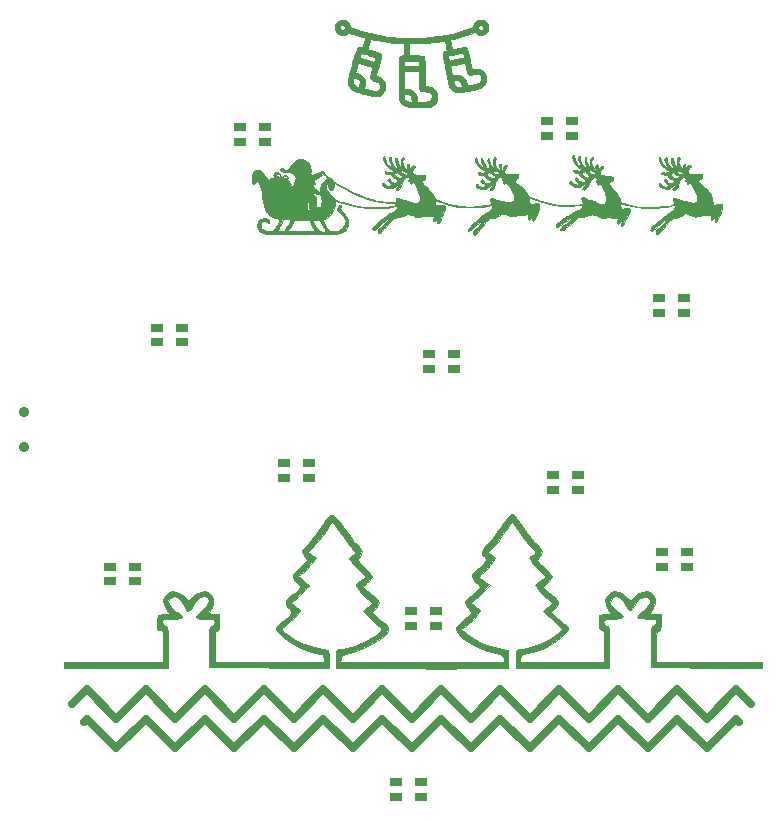
<source format=gbr>
%TF.GenerationSoftware,KiCad,Pcbnew,(5.1.10)-1*%
%TF.CreationDate,2021-12-02T14:30:59+01:00*%
%TF.ProjectId,TVZ_kuglica,54565a5f-6b75-4676-9c69-63612e6b6963,rev?*%
%TF.SameCoordinates,Original*%
%TF.FileFunction,Soldermask,Top*%
%TF.FilePolarity,Negative*%
%FSLAX46Y46*%
G04 Gerber Fmt 4.6, Leading zero omitted, Abs format (unit mm)*
G04 Created by KiCad (PCBNEW (5.1.10)-1) date 2021-12-02 14:30:59*
%MOMM*%
%LPD*%
G01*
G04 APERTURE LIST*
%ADD10C,0.010000*%
%ADD11C,0.001000*%
%ADD12C,0.700000*%
%ADD13C,0.900000*%
%ADD14R,1.100000X0.750000*%
G04 APERTURE END LIST*
D10*
G36*
X140740000Y-119475000D02*
G01*
X140760000Y-120025000D01*
X135640000Y-119950000D01*
X135630000Y-119420000D01*
X140740000Y-119475000D01*
G37*
X140740000Y-119475000D02*
X140760000Y-120025000D01*
X135640000Y-119950000D01*
X135630000Y-119420000D01*
X140740000Y-119475000D01*
D11*
G36*
X111050000Y-119950000D02*
G01*
X107530000Y-119930000D01*
X107525000Y-119410000D01*
X111035000Y-119410000D01*
X111050000Y-119950000D01*
G37*
X111050000Y-119950000D02*
X107530000Y-119930000D01*
X107525000Y-119410000D01*
X111035000Y-119410000D01*
X111050000Y-119950000D01*
D10*
G36*
X166660000Y-119970000D02*
G01*
X163140000Y-119950000D01*
X163130000Y-119420000D01*
X166640000Y-119420000D01*
X166660000Y-119970000D01*
G37*
X166660000Y-119970000D02*
X163140000Y-119950000D01*
X163130000Y-119420000D01*
X166640000Y-119420000D01*
X166660000Y-119970000D01*
D12*
X109500000Y-124250000D02*
X112000000Y-126750000D01*
X109250000Y-124500000D02*
X109500000Y-124250000D01*
X109500000Y-121750000D02*
X108250000Y-123000000D01*
X162000000Y-126750000D02*
X164500000Y-124250000D01*
X152000000Y-124250000D02*
X149500000Y-121750000D01*
X157000000Y-124250000D02*
X154500000Y-121750000D01*
X165750000Y-123000000D02*
X164500000Y-121750000D01*
X164500000Y-121750000D02*
X162000000Y-124250000D01*
X112000000Y-126750000D02*
X114500000Y-124250000D01*
X144500000Y-124250000D02*
X147000000Y-126750000D01*
X159500000Y-124250000D02*
X162000000Y-126750000D01*
X142000000Y-124250000D02*
X139500000Y-121750000D01*
X142000000Y-126750000D02*
X144500000Y-124250000D01*
X137000000Y-126750000D02*
X139500000Y-124250000D01*
X119500000Y-121750000D02*
X117000000Y-124250000D01*
X134500000Y-121750000D02*
X132000000Y-124250000D01*
X162000000Y-124250000D02*
X159500000Y-121750000D01*
X159500000Y-121750000D02*
X157000000Y-124250000D01*
X117000000Y-126750000D02*
X119500000Y-124250000D01*
X157000000Y-126750000D02*
X159500000Y-124250000D01*
X129500000Y-124250000D02*
X132000000Y-126750000D01*
X154500000Y-124250000D02*
X157000000Y-126750000D01*
X134500000Y-124250000D02*
X137000000Y-126750000D01*
X124500000Y-124250000D02*
X127000000Y-126750000D01*
X132000000Y-126750000D02*
X134500000Y-124250000D01*
X119500000Y-124250000D02*
X122000000Y-126750000D01*
X147000000Y-124250000D02*
X144500000Y-121750000D01*
X154500000Y-121750000D02*
X152000000Y-124250000D01*
X139500000Y-121750000D02*
X137000000Y-124250000D01*
X129500000Y-121750000D02*
X127000000Y-124250000D01*
X152000000Y-126750000D02*
X154500000Y-124250000D01*
X149500000Y-124250000D02*
X152000000Y-126750000D01*
X117000000Y-124250000D02*
X114500000Y-121750000D01*
X114500000Y-121750000D02*
X112000000Y-124250000D01*
X147000000Y-126750000D02*
X149500000Y-124250000D01*
X114500000Y-124250000D02*
X117000000Y-126750000D01*
X127000000Y-124250000D02*
X124500000Y-121750000D01*
X112000000Y-124250000D02*
X109500000Y-121750000D01*
X122000000Y-124250000D02*
X119500000Y-121750000D01*
X137000000Y-124250000D02*
X134500000Y-121750000D01*
X149500000Y-121750000D02*
X147000000Y-124250000D01*
X124500000Y-121750000D02*
X122000000Y-124250000D01*
X144500000Y-121750000D02*
X142000000Y-124250000D01*
X122000000Y-126750000D02*
X124500000Y-124250000D01*
X132000000Y-124250000D02*
X129500000Y-121750000D01*
X139500000Y-124250000D02*
X142000000Y-126750000D01*
X164500000Y-124250000D02*
X164750000Y-124500000D01*
X127000000Y-126750000D02*
X129500000Y-124250000D01*
D10*
%TO.C,G\u002A\u002A\u002A*%
G36*
X145684004Y-106991220D02*
G01*
X145775608Y-107095187D01*
X145952402Y-107333173D01*
X146188402Y-107669107D01*
X146441153Y-108042184D01*
X146755996Y-108490811D01*
X147087495Y-108924015D01*
X147390392Y-109284497D01*
X147569774Y-109470993D01*
X147881526Y-109806763D01*
X148016599Y-110077947D01*
X147981255Y-110308410D01*
X147834400Y-110479574D01*
X147680649Y-110654308D01*
X147631200Y-110777389D01*
X147702959Y-110898666D01*
X147893344Y-111109735D01*
X148165012Y-111370141D01*
X148240800Y-111437811D01*
X148539002Y-111723871D01*
X148753390Y-111975791D01*
X148848587Y-112151172D01*
X148850400Y-112168405D01*
X148780125Y-112347337D01*
X148601178Y-112586094D01*
X148474866Y-112716580D01*
X148099332Y-113070754D01*
X148557618Y-113490577D01*
X148845261Y-113749699D01*
X149105978Y-113977241D01*
X149237952Y-114087205D01*
X149419805Y-114295131D01*
X149428329Y-114514948D01*
X149259765Y-114779138D01*
X149143535Y-114902895D01*
X148827070Y-115219360D01*
X149327080Y-115682480D01*
X149622480Y-115951661D01*
X149890160Y-116188081D01*
X150049945Y-116322405D01*
X150214378Y-116493460D01*
X150272800Y-116623439D01*
X150193178Y-116785863D01*
X149980096Y-117023689D01*
X149672226Y-117304334D01*
X149308241Y-117595219D01*
X148926815Y-117863762D01*
X148566621Y-118077382D01*
X148517182Y-118102493D01*
X148052343Y-118305088D01*
X147530593Y-118492295D01*
X147155097Y-118600221D01*
X146790372Y-118688170D01*
X146496581Y-118759496D01*
X146336670Y-118798917D01*
X146335800Y-118799139D01*
X146246226Y-118912229D01*
X146208800Y-119138723D01*
X146208800Y-119447600D01*
X153320800Y-119447600D01*
X153320800Y-118150892D01*
X153319091Y-117616409D01*
X153310098Y-117249661D01*
X153288017Y-117015190D01*
X153247046Y-116877537D01*
X153181382Y-116801242D01*
X153092200Y-116753892D01*
X152962953Y-116672234D01*
X152893872Y-116535100D01*
X152866976Y-116286660D01*
X152863600Y-116044000D01*
X152863600Y-115434400D01*
X153346200Y-115403433D01*
X153627572Y-115376060D01*
X153801496Y-115341196D01*
X153828800Y-115323119D01*
X153774216Y-115217067D01*
X153639499Y-115018310D01*
X153605280Y-114971444D01*
X153417235Y-114584292D01*
X153392123Y-114196710D01*
X153512020Y-113851663D01*
X153759002Y-113592120D01*
X154115146Y-113461048D01*
X154238606Y-113453199D01*
X154511673Y-113490095D01*
X154777240Y-113623058D01*
X155076125Y-113860866D01*
X155539259Y-114268533D01*
X155725429Y-114035017D01*
X156094280Y-113683555D01*
X156495769Y-113487685D01*
X156893261Y-113454570D01*
X157250125Y-113591377D01*
X157387409Y-113709977D01*
X157587985Y-114059947D01*
X157610431Y-114463370D01*
X157454098Y-114874745D01*
X157405120Y-114948663D01*
X157260309Y-115166541D01*
X157184740Y-115308566D01*
X157181600Y-115323084D01*
X157272352Y-115359529D01*
X157501406Y-115381089D01*
X157628569Y-115383600D01*
X158075539Y-115383600D01*
X158118823Y-115866200D01*
X158123499Y-116314034D01*
X158052465Y-116631743D01*
X157913686Y-116792037D01*
X157844514Y-116806000D01*
X157780140Y-116833911D01*
X157736030Y-116937879D01*
X157708627Y-117148251D01*
X157694369Y-117495378D01*
X157689697Y-118009608D01*
X157689600Y-118126800D01*
X157689600Y-119447600D01*
X163785600Y-119447600D01*
X163785600Y-119958414D01*
X157232400Y-119904800D01*
X157232400Y-118177600D01*
X157233133Y-117548723D01*
X157237845Y-117094053D01*
X157250301Y-116784600D01*
X157274268Y-116591369D01*
X157313513Y-116485369D01*
X157371801Y-116437607D01*
X157452899Y-116419092D01*
X157461000Y-116417933D01*
X157632230Y-116342816D01*
X157688444Y-116146378D01*
X157689600Y-116092007D01*
X157689600Y-115798547D01*
X156910353Y-115768873D01*
X156497696Y-115738866D01*
X156212846Y-115688612D01*
X156093276Y-115624748D01*
X156093068Y-115624145D01*
X156148743Y-115508840D01*
X156331658Y-115322855D01*
X156567804Y-115132679D01*
X156948735Y-114792016D01*
X157147404Y-114468341D01*
X157157344Y-114174300D01*
X157109984Y-114072474D01*
X156913388Y-113914981D01*
X156651582Y-113915387D01*
X156360762Y-114055505D01*
X156077125Y-114317146D01*
X155836866Y-114682120D01*
X155817370Y-114722019D01*
X155647013Y-114989777D01*
X155478548Y-115057389D01*
X155302513Y-114924284D01*
X155154499Y-114682003D01*
X154915684Y-114319305D01*
X154628414Y-114036613D01*
X154342795Y-113878369D01*
X154227259Y-113859600D01*
X154006445Y-113947891D01*
X153847964Y-114160357D01*
X153801213Y-114418385D01*
X153820899Y-114506334D01*
X153941683Y-114682818D01*
X154173716Y-114916694D01*
X154397484Y-115102883D01*
X154720310Y-115367607D01*
X154867260Y-115549901D01*
X154831802Y-115666274D01*
X154607404Y-115733236D01*
X154187535Y-115767296D01*
X154133718Y-115769561D01*
X153754480Y-115795086D01*
X153455375Y-115834496D01*
X153293859Y-115879882D01*
X153285426Y-115886333D01*
X153234878Y-116056147D01*
X153306694Y-116252632D01*
X153457450Y-116384968D01*
X153530846Y-116399600D01*
X153601549Y-116409862D01*
X153652895Y-116459262D01*
X153687967Y-116575719D01*
X153709850Y-116787154D01*
X153721626Y-117121485D01*
X153726379Y-117606634D01*
X153727200Y-118177600D01*
X153727200Y-119955600D01*
X145802400Y-119955600D01*
X145802400Y-119190411D01*
X145817240Y-118738610D01*
X145863083Y-118475427D01*
X145929400Y-118390250D01*
X146089857Y-118357761D01*
X146385855Y-118306845D01*
X146735659Y-118251274D01*
X147374795Y-118093333D01*
X148067330Y-117823868D01*
X148730784Y-117480723D01*
X149282679Y-117101741D01*
X149333007Y-117059515D01*
X149764815Y-116688552D01*
X148949169Y-115921251D01*
X148133523Y-115153951D01*
X148544761Y-114801946D01*
X148955999Y-114449942D01*
X148522199Y-114117066D01*
X148221591Y-113859655D01*
X147935627Y-113569550D01*
X147695537Y-113285032D01*
X147532552Y-113044386D01*
X147477899Y-112885895D01*
X147492491Y-112854782D01*
X147622152Y-112754529D01*
X147849601Y-112584658D01*
X147972733Y-112493979D01*
X148365066Y-112206370D01*
X147916991Y-111823366D01*
X147598678Y-111518249D01*
X147294615Y-111174384D01*
X147173834Y-111014561D01*
X147006253Y-110752901D01*
X146955188Y-110601904D01*
X147007429Y-110515830D01*
X147026377Y-110503936D01*
X147288718Y-110345110D01*
X147416751Y-110216729D01*
X147409109Y-110073747D01*
X147264422Y-109871114D01*
X146998372Y-109581891D01*
X146668316Y-109199104D01*
X146313835Y-108738041D01*
X146010622Y-108297251D01*
X146005600Y-108289316D01*
X145790782Y-107959355D01*
X145614743Y-107707567D01*
X145506131Y-107574239D01*
X145489115Y-107562999D01*
X145412078Y-107641467D01*
X145252690Y-107854783D01*
X145037537Y-108166263D01*
X144887050Y-108393738D01*
X144591033Y-108821619D01*
X144270578Y-109242689D01*
X143980248Y-109586465D01*
X143890980Y-109680367D01*
X143437691Y-110133656D01*
X144075325Y-110659200D01*
X143620225Y-111230298D01*
X143352978Y-111543973D01*
X143094489Y-111811570D01*
X142905724Y-111971361D01*
X142749925Y-112096855D01*
X142719185Y-112216624D01*
X142828010Y-112365264D01*
X143090903Y-112577367D01*
X143190289Y-112650082D01*
X143605892Y-112951143D01*
X142045800Y-114481183D01*
X142323900Y-114725981D01*
X142526558Y-114888379D01*
X142665529Y-114971368D01*
X142678200Y-114973989D01*
X142753854Y-115041479D01*
X142693201Y-115214647D01*
X142515569Y-115468529D01*
X142240290Y-115778164D01*
X141886694Y-116118587D01*
X141604448Y-116360595D01*
X141217111Y-116677191D01*
X141655555Y-117053834D01*
X142212136Y-117448958D01*
X142898428Y-117809083D01*
X143640948Y-118100452D01*
X144330563Y-118282646D01*
X144703126Y-118352973D01*
X144990390Y-118405404D01*
X145141067Y-118430626D01*
X145150937Y-118431600D01*
X145170949Y-118524915D01*
X145185752Y-118771752D01*
X145192617Y-119122448D01*
X145192800Y-119193600D01*
X145192800Y-119955600D01*
X140214400Y-119955600D01*
X140214400Y-119447600D01*
X144786400Y-119447600D01*
X144786400Y-119144735D01*
X144750306Y-118916306D01*
X144603309Y-118809347D01*
X144507000Y-118785148D01*
X143357359Y-118483986D01*
X142366844Y-118076495D01*
X141516477Y-117554174D01*
X141205000Y-117305773D01*
X140897432Y-117012933D01*
X140746533Y-116769971D01*
X140756836Y-116541011D01*
X140932877Y-116290179D01*
X141279190Y-115981599D01*
X141382800Y-115899160D01*
X141687970Y-115644189D01*
X141918441Y-115422786D01*
X142035794Y-115272880D01*
X142043200Y-115247196D01*
X141974483Y-115091915D01*
X141807241Y-114892883D01*
X141789200Y-114875600D01*
X141580359Y-114611215D01*
X141550926Y-114359948D01*
X141706264Y-114098266D01*
X142030232Y-113818318D01*
X142325761Y-113582606D01*
X142568297Y-113356142D01*
X142673063Y-113232335D01*
X142751645Y-113082416D01*
X142727026Y-112958302D01*
X142575662Y-112795714D01*
X142482830Y-112712945D01*
X142210160Y-112397102D01*
X142139300Y-112101900D01*
X142270519Y-111822055D01*
X142540057Y-111593033D01*
X142837323Y-111360810D01*
X143093343Y-111102890D01*
X143147046Y-111034115D01*
X143280996Y-110830485D01*
X143297822Y-110710497D01*
X143201138Y-110594355D01*
X143168317Y-110564403D01*
X142988190Y-110363612D01*
X142929880Y-110168446D01*
X143002934Y-109943950D01*
X143216899Y-109655169D01*
X143499923Y-109350272D01*
X143858019Y-108945437D01*
X144240771Y-108455112D01*
X144576203Y-107972563D01*
X144634000Y-107880776D01*
X144965992Y-107389105D01*
X145245820Y-107082801D01*
X145483156Y-106953671D01*
X145684004Y-106991220D01*
G37*
X145684004Y-106991220D02*
X145775608Y-107095187D01*
X145952402Y-107333173D01*
X146188402Y-107669107D01*
X146441153Y-108042184D01*
X146755996Y-108490811D01*
X147087495Y-108924015D01*
X147390392Y-109284497D01*
X147569774Y-109470993D01*
X147881526Y-109806763D01*
X148016599Y-110077947D01*
X147981255Y-110308410D01*
X147834400Y-110479574D01*
X147680649Y-110654308D01*
X147631200Y-110777389D01*
X147702959Y-110898666D01*
X147893344Y-111109735D01*
X148165012Y-111370141D01*
X148240800Y-111437811D01*
X148539002Y-111723871D01*
X148753390Y-111975791D01*
X148848587Y-112151172D01*
X148850400Y-112168405D01*
X148780125Y-112347337D01*
X148601178Y-112586094D01*
X148474866Y-112716580D01*
X148099332Y-113070754D01*
X148557618Y-113490577D01*
X148845261Y-113749699D01*
X149105978Y-113977241D01*
X149237952Y-114087205D01*
X149419805Y-114295131D01*
X149428329Y-114514948D01*
X149259765Y-114779138D01*
X149143535Y-114902895D01*
X148827070Y-115219360D01*
X149327080Y-115682480D01*
X149622480Y-115951661D01*
X149890160Y-116188081D01*
X150049945Y-116322405D01*
X150214378Y-116493460D01*
X150272800Y-116623439D01*
X150193178Y-116785863D01*
X149980096Y-117023689D01*
X149672226Y-117304334D01*
X149308241Y-117595219D01*
X148926815Y-117863762D01*
X148566621Y-118077382D01*
X148517182Y-118102493D01*
X148052343Y-118305088D01*
X147530593Y-118492295D01*
X147155097Y-118600221D01*
X146790372Y-118688170D01*
X146496581Y-118759496D01*
X146336670Y-118798917D01*
X146335800Y-118799139D01*
X146246226Y-118912229D01*
X146208800Y-119138723D01*
X146208800Y-119447600D01*
X153320800Y-119447600D01*
X153320800Y-118150892D01*
X153319091Y-117616409D01*
X153310098Y-117249661D01*
X153288017Y-117015190D01*
X153247046Y-116877537D01*
X153181382Y-116801242D01*
X153092200Y-116753892D01*
X152962953Y-116672234D01*
X152893872Y-116535100D01*
X152866976Y-116286660D01*
X152863600Y-116044000D01*
X152863600Y-115434400D01*
X153346200Y-115403433D01*
X153627572Y-115376060D01*
X153801496Y-115341196D01*
X153828800Y-115323119D01*
X153774216Y-115217067D01*
X153639499Y-115018310D01*
X153605280Y-114971444D01*
X153417235Y-114584292D01*
X153392123Y-114196710D01*
X153512020Y-113851663D01*
X153759002Y-113592120D01*
X154115146Y-113461048D01*
X154238606Y-113453199D01*
X154511673Y-113490095D01*
X154777240Y-113623058D01*
X155076125Y-113860866D01*
X155539259Y-114268533D01*
X155725429Y-114035017D01*
X156094280Y-113683555D01*
X156495769Y-113487685D01*
X156893261Y-113454570D01*
X157250125Y-113591377D01*
X157387409Y-113709977D01*
X157587985Y-114059947D01*
X157610431Y-114463370D01*
X157454098Y-114874745D01*
X157405120Y-114948663D01*
X157260309Y-115166541D01*
X157184740Y-115308566D01*
X157181600Y-115323084D01*
X157272352Y-115359529D01*
X157501406Y-115381089D01*
X157628569Y-115383600D01*
X158075539Y-115383600D01*
X158118823Y-115866200D01*
X158123499Y-116314034D01*
X158052465Y-116631743D01*
X157913686Y-116792037D01*
X157844514Y-116806000D01*
X157780140Y-116833911D01*
X157736030Y-116937879D01*
X157708627Y-117148251D01*
X157694369Y-117495378D01*
X157689697Y-118009608D01*
X157689600Y-118126800D01*
X157689600Y-119447600D01*
X163785600Y-119447600D01*
X163785600Y-119958414D01*
X157232400Y-119904800D01*
X157232400Y-118177600D01*
X157233133Y-117548723D01*
X157237845Y-117094053D01*
X157250301Y-116784600D01*
X157274268Y-116591369D01*
X157313513Y-116485369D01*
X157371801Y-116437607D01*
X157452899Y-116419092D01*
X157461000Y-116417933D01*
X157632230Y-116342816D01*
X157688444Y-116146378D01*
X157689600Y-116092007D01*
X157689600Y-115798547D01*
X156910353Y-115768873D01*
X156497696Y-115738866D01*
X156212846Y-115688612D01*
X156093276Y-115624748D01*
X156093068Y-115624145D01*
X156148743Y-115508840D01*
X156331658Y-115322855D01*
X156567804Y-115132679D01*
X156948735Y-114792016D01*
X157147404Y-114468341D01*
X157157344Y-114174300D01*
X157109984Y-114072474D01*
X156913388Y-113914981D01*
X156651582Y-113915387D01*
X156360762Y-114055505D01*
X156077125Y-114317146D01*
X155836866Y-114682120D01*
X155817370Y-114722019D01*
X155647013Y-114989777D01*
X155478548Y-115057389D01*
X155302513Y-114924284D01*
X155154499Y-114682003D01*
X154915684Y-114319305D01*
X154628414Y-114036613D01*
X154342795Y-113878369D01*
X154227259Y-113859600D01*
X154006445Y-113947891D01*
X153847964Y-114160357D01*
X153801213Y-114418385D01*
X153820899Y-114506334D01*
X153941683Y-114682818D01*
X154173716Y-114916694D01*
X154397484Y-115102883D01*
X154720310Y-115367607D01*
X154867260Y-115549901D01*
X154831802Y-115666274D01*
X154607404Y-115733236D01*
X154187535Y-115767296D01*
X154133718Y-115769561D01*
X153754480Y-115795086D01*
X153455375Y-115834496D01*
X153293859Y-115879882D01*
X153285426Y-115886333D01*
X153234878Y-116056147D01*
X153306694Y-116252632D01*
X153457450Y-116384968D01*
X153530846Y-116399600D01*
X153601549Y-116409862D01*
X153652895Y-116459262D01*
X153687967Y-116575719D01*
X153709850Y-116787154D01*
X153721626Y-117121485D01*
X153726379Y-117606634D01*
X153727200Y-118177600D01*
X153727200Y-119955600D01*
X145802400Y-119955600D01*
X145802400Y-119190411D01*
X145817240Y-118738610D01*
X145863083Y-118475427D01*
X145929400Y-118390250D01*
X146089857Y-118357761D01*
X146385855Y-118306845D01*
X146735659Y-118251274D01*
X147374795Y-118093333D01*
X148067330Y-117823868D01*
X148730784Y-117480723D01*
X149282679Y-117101741D01*
X149333007Y-117059515D01*
X149764815Y-116688552D01*
X148949169Y-115921251D01*
X148133523Y-115153951D01*
X148544761Y-114801946D01*
X148955999Y-114449942D01*
X148522199Y-114117066D01*
X148221591Y-113859655D01*
X147935627Y-113569550D01*
X147695537Y-113285032D01*
X147532552Y-113044386D01*
X147477899Y-112885895D01*
X147492491Y-112854782D01*
X147622152Y-112754529D01*
X147849601Y-112584658D01*
X147972733Y-112493979D01*
X148365066Y-112206370D01*
X147916991Y-111823366D01*
X147598678Y-111518249D01*
X147294615Y-111174384D01*
X147173834Y-111014561D01*
X147006253Y-110752901D01*
X146955188Y-110601904D01*
X147007429Y-110515830D01*
X147026377Y-110503936D01*
X147288718Y-110345110D01*
X147416751Y-110216729D01*
X147409109Y-110073747D01*
X147264422Y-109871114D01*
X146998372Y-109581891D01*
X146668316Y-109199104D01*
X146313835Y-108738041D01*
X146010622Y-108297251D01*
X146005600Y-108289316D01*
X145790782Y-107959355D01*
X145614743Y-107707567D01*
X145506131Y-107574239D01*
X145489115Y-107562999D01*
X145412078Y-107641467D01*
X145252690Y-107854783D01*
X145037537Y-108166263D01*
X144887050Y-108393738D01*
X144591033Y-108821619D01*
X144270578Y-109242689D01*
X143980248Y-109586465D01*
X143890980Y-109680367D01*
X143437691Y-110133656D01*
X144075325Y-110659200D01*
X143620225Y-111230298D01*
X143352978Y-111543973D01*
X143094489Y-111811570D01*
X142905724Y-111971361D01*
X142749925Y-112096855D01*
X142719185Y-112216624D01*
X142828010Y-112365264D01*
X143090903Y-112577367D01*
X143190289Y-112650082D01*
X143605892Y-112951143D01*
X142045800Y-114481183D01*
X142323900Y-114725981D01*
X142526558Y-114888379D01*
X142665529Y-114971368D01*
X142678200Y-114973989D01*
X142753854Y-115041479D01*
X142693201Y-115214647D01*
X142515569Y-115468529D01*
X142240290Y-115778164D01*
X141886694Y-116118587D01*
X141604448Y-116360595D01*
X141217111Y-116677191D01*
X141655555Y-117053834D01*
X142212136Y-117448958D01*
X142898428Y-117809083D01*
X143640948Y-118100452D01*
X144330563Y-118282646D01*
X144703126Y-118352973D01*
X144990390Y-118405404D01*
X145141067Y-118430626D01*
X145150937Y-118431600D01*
X145170949Y-118524915D01*
X145185752Y-118771752D01*
X145192617Y-119122448D01*
X145192800Y-119193600D01*
X145192800Y-119955600D01*
X140214400Y-119955600D01*
X140214400Y-119447600D01*
X144786400Y-119447600D01*
X144786400Y-119144735D01*
X144750306Y-118916306D01*
X144603309Y-118809347D01*
X144507000Y-118785148D01*
X143357359Y-118483986D01*
X142366844Y-118076495D01*
X141516477Y-117554174D01*
X141205000Y-117305773D01*
X140897432Y-117012933D01*
X140746533Y-116769971D01*
X140756836Y-116541011D01*
X140932877Y-116290179D01*
X141279190Y-115981599D01*
X141382800Y-115899160D01*
X141687970Y-115644189D01*
X141918441Y-115422786D01*
X142035794Y-115272880D01*
X142043200Y-115247196D01*
X141974483Y-115091915D01*
X141807241Y-114892883D01*
X141789200Y-114875600D01*
X141580359Y-114611215D01*
X141550926Y-114359948D01*
X141706264Y-114098266D01*
X142030232Y-113818318D01*
X142325761Y-113582606D01*
X142568297Y-113356142D01*
X142673063Y-113232335D01*
X142751645Y-113082416D01*
X142727026Y-112958302D01*
X142575662Y-112795714D01*
X142482830Y-112712945D01*
X142210160Y-112397102D01*
X142139300Y-112101900D01*
X142270519Y-111822055D01*
X142540057Y-111593033D01*
X142837323Y-111360810D01*
X143093343Y-111102890D01*
X143147046Y-111034115D01*
X143280996Y-110830485D01*
X143297822Y-110710497D01*
X143201138Y-110594355D01*
X143168317Y-110564403D01*
X142988190Y-110363612D01*
X142929880Y-110168446D01*
X143002934Y-109943950D01*
X143216899Y-109655169D01*
X143499923Y-109350272D01*
X143858019Y-108945437D01*
X144240771Y-108455112D01*
X144576203Y-107972563D01*
X144634000Y-107880776D01*
X144965992Y-107389105D01*
X145245820Y-107082801D01*
X145483156Y-106953671D01*
X145684004Y-106991220D01*
G36*
X130306319Y-106976283D02*
G01*
X130525318Y-107137293D01*
X130799472Y-107454123D01*
X131144937Y-107939213D01*
X131197473Y-108017600D01*
X131513625Y-108466816D01*
X131845157Y-108896236D01*
X132148352Y-109251297D01*
X132341532Y-109445497D01*
X132659346Y-109775489D01*
X132794036Y-110056287D01*
X132751622Y-110312955D01*
X132598140Y-110513859D01*
X132458754Y-110681335D01*
X132462501Y-110822560D01*
X132542774Y-110960515D01*
X132707896Y-111156810D01*
X132966739Y-111408654D01*
X133159433Y-111575294D01*
X133429818Y-111831793D01*
X133592104Y-112057967D01*
X133621200Y-112158042D01*
X133550726Y-112344358D01*
X133371692Y-112586739D01*
X133252811Y-112709842D01*
X132884422Y-113057277D01*
X133125811Y-113316832D01*
X133358423Y-113533461D01*
X133665190Y-113778764D01*
X133798999Y-113875274D01*
X134106222Y-114139157D01*
X134218819Y-114390014D01*
X134140453Y-114659230D01*
X133922097Y-114930426D01*
X133613395Y-115248926D01*
X134054470Y-115646463D01*
X134356302Y-115908850D01*
X134648226Y-116147255D01*
X134785909Y-116251397D01*
X134989988Y-116463701D01*
X135022544Y-116698289D01*
X134878199Y-116968908D01*
X134551581Y-117289308D01*
X134304560Y-117482647D01*
X133323953Y-118099872D01*
X132315691Y-118517077D01*
X131741600Y-118662584D01*
X131371684Y-118740239D01*
X131156418Y-118809439D01*
X131050580Y-118898346D01*
X131008946Y-119035122D01*
X130998562Y-119125293D01*
X130966725Y-119447600D01*
X135856400Y-119447600D01*
X135856400Y-119955600D01*
X130573200Y-119955600D01*
X130573200Y-119195535D01*
X130572765Y-118819870D01*
X130597141Y-118584773D01*
X130684849Y-118449265D01*
X130874408Y-118372369D01*
X131204338Y-118313107D01*
X131436800Y-118276833D01*
X131954648Y-118147326D01*
X132555532Y-117924287D01*
X133162954Y-117640040D01*
X133700415Y-117326907D01*
X133726893Y-117309174D01*
X134117693Y-117038768D01*
X134349437Y-116845574D01*
X134433380Y-116695974D01*
X134380777Y-116556346D01*
X134202885Y-116393072D01*
X134068029Y-116290230D01*
X133725655Y-116001981D01*
X133388930Y-115669332D01*
X133261522Y-115524388D01*
X132918600Y-115105897D01*
X133327153Y-114777574D01*
X133735706Y-114449252D01*
X133348253Y-114162282D01*
X133072353Y-113930618D01*
X132792591Y-113651543D01*
X132541572Y-113364326D01*
X132351896Y-113108239D01*
X132256168Y-112922552D01*
X132262993Y-112855080D01*
X132393934Y-112753840D01*
X132620344Y-112584992D01*
X132726490Y-112506978D01*
X133101781Y-112232368D01*
X132396290Y-111517010D01*
X132095919Y-111200420D01*
X131859176Y-110928020D01*
X131717346Y-110737102D01*
X131690800Y-110676132D01*
X131770655Y-110544859D01*
X131966169Y-110388651D01*
X131998811Y-110368664D01*
X132306822Y-110186717D01*
X131799873Y-109632035D01*
X131492077Y-109266873D01*
X131149209Y-108816835D01*
X130839529Y-108372004D01*
X130806062Y-108320491D01*
X130583141Y-107983342D01*
X130399574Y-107723102D01*
X130283393Y-107578764D01*
X130260732Y-107562015D01*
X130183950Y-107641217D01*
X130028525Y-107854265D01*
X129822378Y-108161988D01*
X129725919Y-108312357D01*
X129428317Y-108748656D01*
X129086753Y-109199546D01*
X128770054Y-109574652D01*
X128739543Y-109607564D01*
X128229513Y-110150814D01*
X128546908Y-110409858D01*
X128864303Y-110668903D01*
X128406394Y-111231034D01*
X128132404Y-111544609D01*
X127863289Y-111815427D01*
X127667519Y-111977261D01*
X127386554Y-112161357D01*
X127699045Y-112440568D01*
X127947783Y-112649181D01*
X128165720Y-112810212D01*
X128200168Y-112831908D01*
X128270596Y-112893813D01*
X128270171Y-112979597D01*
X128179999Y-113116897D01*
X127981184Y-113333351D01*
X127654833Y-113656598D01*
X127599788Y-113710105D01*
X126810777Y-114476174D01*
X127091788Y-114723476D01*
X127295387Y-114886822D01*
X127435406Y-114971053D01*
X127449000Y-114973989D01*
X127518818Y-115058777D01*
X127525200Y-115113495D01*
X127454855Y-115241354D01*
X127271458Y-115460496D01*
X127016462Y-115730226D01*
X126731322Y-116009848D01*
X126457492Y-116258670D01*
X126236425Y-116435996D01*
X126111593Y-116501200D01*
X126006130Y-116556641D01*
X126059652Y-116711484D01*
X126264741Y-116948503D01*
X126331400Y-117011750D01*
X126895505Y-117427413D01*
X127621780Y-117797254D01*
X128471515Y-118106071D01*
X129405999Y-118338665D01*
X129938200Y-118428055D01*
X129950341Y-118523166D01*
X129959322Y-118771528D01*
X129963489Y-119123197D01*
X129963600Y-119194548D01*
X129963600Y-119957496D01*
X119854400Y-119904800D01*
X119850098Y-118192463D01*
X119849330Y-117566357D01*
X119853203Y-117113374D01*
X119865533Y-116803439D01*
X119890138Y-116606478D01*
X119930837Y-116492416D01*
X119991446Y-116431177D01*
X120075784Y-116392687D01*
X120078698Y-116391578D01*
X120272929Y-116230185D01*
X120311600Y-116046514D01*
X120302285Y-115915647D01*
X120245691Y-115839142D01*
X120098840Y-115802417D01*
X119818753Y-115790889D01*
X119555596Y-115790000D01*
X119082238Y-115770595D01*
X118803109Y-115709751D01*
X118712728Y-115603523D01*
X118805613Y-115447964D01*
X118931599Y-115340884D01*
X119414756Y-114934716D01*
X119708833Y-114588847D01*
X119816883Y-114297436D01*
X119741960Y-114054643D01*
X119652519Y-113962294D01*
X119406331Y-113875697D01*
X119116030Y-113950837D01*
X118819538Y-114163549D01*
X118554777Y-114489665D01*
X118418692Y-114748600D01*
X118279562Y-114952851D01*
X118105740Y-115071183D01*
X117952444Y-115084056D01*
X117874890Y-114971927D01*
X117873200Y-114941643D01*
X117816986Y-114784808D01*
X117673673Y-114537430D01*
X117569334Y-114385014D01*
X117255978Y-114045204D01*
X116950602Y-113893062D01*
X116666262Y-113933286D01*
X116546869Y-114017004D01*
X116406735Y-114257058D01*
X116454558Y-114539921D01*
X116683152Y-114851762D01*
X117085327Y-115178751D01*
X117184439Y-115243783D01*
X117453525Y-115451081D01*
X117527932Y-115608271D01*
X117406830Y-115716310D01*
X117089390Y-115776156D01*
X116710863Y-115790000D01*
X116344603Y-115796853D01*
X116064864Y-115814911D01*
X115927238Y-115840418D01*
X115923478Y-115843187D01*
X115881778Y-116005710D01*
X115945031Y-116213528D01*
X116072606Y-116370178D01*
X116157844Y-116399600D01*
X116226792Y-116411004D01*
X116276870Y-116463795D01*
X116311077Y-116585836D01*
X116332413Y-116804992D01*
X116343875Y-117149128D01*
X116348463Y-117646108D01*
X116349200Y-118177600D01*
X116349200Y-119955600D01*
X109745200Y-119955600D01*
X109745200Y-119447600D01*
X115942800Y-119447600D01*
X115942800Y-116828028D01*
X115684033Y-116763082D01*
X115542983Y-116714582D01*
X115468841Y-116624923D01*
X115444577Y-116442197D01*
X115453162Y-116114494D01*
X115455433Y-116066267D01*
X115485600Y-115434400D01*
X115968199Y-115403433D01*
X116249551Y-115377692D01*
X116423479Y-115346974D01*
X116450800Y-115331745D01*
X116398977Y-115230803D01*
X116268253Y-115023677D01*
X116196800Y-114916734D01*
X116000611Y-114562679D01*
X115956412Y-114260667D01*
X116056779Y-113936730D01*
X116091442Y-113866866D01*
X116334678Y-113586619D01*
X116667677Y-113459011D01*
X117050489Y-113480269D01*
X117443161Y-113646620D01*
X117805742Y-113954291D01*
X117873237Y-114035124D01*
X118094416Y-114316308D01*
X118314682Y-114060233D01*
X118722778Y-113682795D01*
X119134001Y-113482232D01*
X119526943Y-113463195D01*
X119880192Y-113630337D01*
X119960618Y-113702581D01*
X120158467Y-114032276D01*
X120207410Y-114429487D01*
X120104779Y-114820652D01*
X120006800Y-114977200D01*
X119849939Y-115203044D01*
X119842149Y-115325610D01*
X120002546Y-115375485D01*
X120260800Y-115383600D01*
X120718000Y-115383600D01*
X120718000Y-116053511D01*
X120710398Y-116419687D01*
X120678558Y-116631177D01*
X120608923Y-116736213D01*
X120514800Y-116776561D01*
X120431335Y-116811466D01*
X120374453Y-116887289D01*
X120339099Y-117037917D01*
X120320216Y-117297241D01*
X120312750Y-117699148D01*
X120311600Y-118138649D01*
X120311600Y-119447600D01*
X129557200Y-119447600D01*
X129557200Y-119149646D01*
X129498239Y-118889902D01*
X129379400Y-118803388D01*
X129194766Y-118756692D01*
X128879538Y-118680148D01*
X128501002Y-118590088D01*
X128490400Y-118587591D01*
X127587541Y-118279079D01*
X126680613Y-117782526D01*
X126100602Y-117364800D01*
X125726738Y-117026618D01*
X125539065Y-116743815D01*
X125532991Y-116501824D01*
X125703926Y-116286078D01*
X125749654Y-116251397D01*
X126103363Y-115979736D01*
X126421582Y-115703604D01*
X126666456Y-115459081D01*
X126800125Y-115282243D01*
X126814000Y-115237087D01*
X126745559Y-115089107D01*
X126578896Y-114893691D01*
X126559999Y-114875599D01*
X126351880Y-114613603D01*
X126320583Y-114364950D01*
X126471902Y-114105357D01*
X126811629Y-113810542D01*
X126814617Y-113808347D01*
X127111892Y-113574303D01*
X127355589Y-113354470D01*
X127466558Y-113230363D01*
X127539948Y-113091008D01*
X127509610Y-112967616D01*
X127351490Y-112800064D01*
X127262741Y-112720944D01*
X127050822Y-112491340D01*
X126927966Y-112273969D01*
X126915600Y-112208182D01*
X126990964Y-112031249D01*
X127198478Y-111764470D01*
X127510274Y-111443238D01*
X127539935Y-111415265D01*
X128164270Y-110830316D01*
X127946335Y-110553256D01*
X127785594Y-110298732D01*
X127752255Y-110068642D01*
X127857485Y-109821410D01*
X128112450Y-109515458D01*
X128266956Y-109359364D01*
X128579218Y-109018036D01*
X128929827Y-108581718D01*
X129254910Y-108131040D01*
X129329862Y-108017600D01*
X129570828Y-107648672D01*
X129780474Y-107336018D01*
X129927826Y-107125456D01*
X129969156Y-107071971D01*
X130126317Y-106958656D01*
X130306319Y-106976283D01*
G37*
X130306319Y-106976283D02*
X130525318Y-107137293D01*
X130799472Y-107454123D01*
X131144937Y-107939213D01*
X131197473Y-108017600D01*
X131513625Y-108466816D01*
X131845157Y-108896236D01*
X132148352Y-109251297D01*
X132341532Y-109445497D01*
X132659346Y-109775489D01*
X132794036Y-110056287D01*
X132751622Y-110312955D01*
X132598140Y-110513859D01*
X132458754Y-110681335D01*
X132462501Y-110822560D01*
X132542774Y-110960515D01*
X132707896Y-111156810D01*
X132966739Y-111408654D01*
X133159433Y-111575294D01*
X133429818Y-111831793D01*
X133592104Y-112057967D01*
X133621200Y-112158042D01*
X133550726Y-112344358D01*
X133371692Y-112586739D01*
X133252811Y-112709842D01*
X132884422Y-113057277D01*
X133125811Y-113316832D01*
X133358423Y-113533461D01*
X133665190Y-113778764D01*
X133798999Y-113875274D01*
X134106222Y-114139157D01*
X134218819Y-114390014D01*
X134140453Y-114659230D01*
X133922097Y-114930426D01*
X133613395Y-115248926D01*
X134054470Y-115646463D01*
X134356302Y-115908850D01*
X134648226Y-116147255D01*
X134785909Y-116251397D01*
X134989988Y-116463701D01*
X135022544Y-116698289D01*
X134878199Y-116968908D01*
X134551581Y-117289308D01*
X134304560Y-117482647D01*
X133323953Y-118099872D01*
X132315691Y-118517077D01*
X131741600Y-118662584D01*
X131371684Y-118740239D01*
X131156418Y-118809439D01*
X131050580Y-118898346D01*
X131008946Y-119035122D01*
X130998562Y-119125293D01*
X130966725Y-119447600D01*
X135856400Y-119447600D01*
X135856400Y-119955600D01*
X130573200Y-119955600D01*
X130573200Y-119195535D01*
X130572765Y-118819870D01*
X130597141Y-118584773D01*
X130684849Y-118449265D01*
X130874408Y-118372369D01*
X131204338Y-118313107D01*
X131436800Y-118276833D01*
X131954648Y-118147326D01*
X132555532Y-117924287D01*
X133162954Y-117640040D01*
X133700415Y-117326907D01*
X133726893Y-117309174D01*
X134117693Y-117038768D01*
X134349437Y-116845574D01*
X134433380Y-116695974D01*
X134380777Y-116556346D01*
X134202885Y-116393072D01*
X134068029Y-116290230D01*
X133725655Y-116001981D01*
X133388930Y-115669332D01*
X133261522Y-115524388D01*
X132918600Y-115105897D01*
X133327153Y-114777574D01*
X133735706Y-114449252D01*
X133348253Y-114162282D01*
X133072353Y-113930618D01*
X132792591Y-113651543D01*
X132541572Y-113364326D01*
X132351896Y-113108239D01*
X132256168Y-112922552D01*
X132262993Y-112855080D01*
X132393934Y-112753840D01*
X132620344Y-112584992D01*
X132726490Y-112506978D01*
X133101781Y-112232368D01*
X132396290Y-111517010D01*
X132095919Y-111200420D01*
X131859176Y-110928020D01*
X131717346Y-110737102D01*
X131690800Y-110676132D01*
X131770655Y-110544859D01*
X131966169Y-110388651D01*
X131998811Y-110368664D01*
X132306822Y-110186717D01*
X131799873Y-109632035D01*
X131492077Y-109266873D01*
X131149209Y-108816835D01*
X130839529Y-108372004D01*
X130806062Y-108320491D01*
X130583141Y-107983342D01*
X130399574Y-107723102D01*
X130283393Y-107578764D01*
X130260732Y-107562015D01*
X130183950Y-107641217D01*
X130028525Y-107854265D01*
X129822378Y-108161988D01*
X129725919Y-108312357D01*
X129428317Y-108748656D01*
X129086753Y-109199546D01*
X128770054Y-109574652D01*
X128739543Y-109607564D01*
X128229513Y-110150814D01*
X128546908Y-110409858D01*
X128864303Y-110668903D01*
X128406394Y-111231034D01*
X128132404Y-111544609D01*
X127863289Y-111815427D01*
X127667519Y-111977261D01*
X127386554Y-112161357D01*
X127699045Y-112440568D01*
X127947783Y-112649181D01*
X128165720Y-112810212D01*
X128200168Y-112831908D01*
X128270596Y-112893813D01*
X128270171Y-112979597D01*
X128179999Y-113116897D01*
X127981184Y-113333351D01*
X127654833Y-113656598D01*
X127599788Y-113710105D01*
X126810777Y-114476174D01*
X127091788Y-114723476D01*
X127295387Y-114886822D01*
X127435406Y-114971053D01*
X127449000Y-114973989D01*
X127518818Y-115058777D01*
X127525200Y-115113495D01*
X127454855Y-115241354D01*
X127271458Y-115460496D01*
X127016462Y-115730226D01*
X126731322Y-116009848D01*
X126457492Y-116258670D01*
X126236425Y-116435996D01*
X126111593Y-116501200D01*
X126006130Y-116556641D01*
X126059652Y-116711484D01*
X126264741Y-116948503D01*
X126331400Y-117011750D01*
X126895505Y-117427413D01*
X127621780Y-117797254D01*
X128471515Y-118106071D01*
X129405999Y-118338665D01*
X129938200Y-118428055D01*
X129950341Y-118523166D01*
X129959322Y-118771528D01*
X129963489Y-119123197D01*
X129963600Y-119194548D01*
X129963600Y-119957496D01*
X119854400Y-119904800D01*
X119850098Y-118192463D01*
X119849330Y-117566357D01*
X119853203Y-117113374D01*
X119865533Y-116803439D01*
X119890138Y-116606478D01*
X119930837Y-116492416D01*
X119991446Y-116431177D01*
X120075784Y-116392687D01*
X120078698Y-116391578D01*
X120272929Y-116230185D01*
X120311600Y-116046514D01*
X120302285Y-115915647D01*
X120245691Y-115839142D01*
X120098840Y-115802417D01*
X119818753Y-115790889D01*
X119555596Y-115790000D01*
X119082238Y-115770595D01*
X118803109Y-115709751D01*
X118712728Y-115603523D01*
X118805613Y-115447964D01*
X118931599Y-115340884D01*
X119414756Y-114934716D01*
X119708833Y-114588847D01*
X119816883Y-114297436D01*
X119741960Y-114054643D01*
X119652519Y-113962294D01*
X119406331Y-113875697D01*
X119116030Y-113950837D01*
X118819538Y-114163549D01*
X118554777Y-114489665D01*
X118418692Y-114748600D01*
X118279562Y-114952851D01*
X118105740Y-115071183D01*
X117952444Y-115084056D01*
X117874890Y-114971927D01*
X117873200Y-114941643D01*
X117816986Y-114784808D01*
X117673673Y-114537430D01*
X117569334Y-114385014D01*
X117255978Y-114045204D01*
X116950602Y-113893062D01*
X116666262Y-113933286D01*
X116546869Y-114017004D01*
X116406735Y-114257058D01*
X116454558Y-114539921D01*
X116683152Y-114851762D01*
X117085327Y-115178751D01*
X117184439Y-115243783D01*
X117453525Y-115451081D01*
X117527932Y-115608271D01*
X117406830Y-115716310D01*
X117089390Y-115776156D01*
X116710863Y-115790000D01*
X116344603Y-115796853D01*
X116064864Y-115814911D01*
X115927238Y-115840418D01*
X115923478Y-115843187D01*
X115881778Y-116005710D01*
X115945031Y-116213528D01*
X116072606Y-116370178D01*
X116157844Y-116399600D01*
X116226792Y-116411004D01*
X116276870Y-116463795D01*
X116311077Y-116585836D01*
X116332413Y-116804992D01*
X116343875Y-117149128D01*
X116348463Y-117646108D01*
X116349200Y-118177600D01*
X116349200Y-119955600D01*
X109745200Y-119955600D01*
X109745200Y-119447600D01*
X115942800Y-119447600D01*
X115942800Y-116828028D01*
X115684033Y-116763082D01*
X115542983Y-116714582D01*
X115468841Y-116624923D01*
X115444577Y-116442197D01*
X115453162Y-116114494D01*
X115455433Y-116066267D01*
X115485600Y-115434400D01*
X115968199Y-115403433D01*
X116249551Y-115377692D01*
X116423479Y-115346974D01*
X116450800Y-115331745D01*
X116398977Y-115230803D01*
X116268253Y-115023677D01*
X116196800Y-114916734D01*
X116000611Y-114562679D01*
X115956412Y-114260667D01*
X116056779Y-113936730D01*
X116091442Y-113866866D01*
X116334678Y-113586619D01*
X116667677Y-113459011D01*
X117050489Y-113480269D01*
X117443161Y-113646620D01*
X117805742Y-113954291D01*
X117873237Y-114035124D01*
X118094416Y-114316308D01*
X118314682Y-114060233D01*
X118722778Y-113682795D01*
X119134001Y-113482232D01*
X119526943Y-113463195D01*
X119880192Y-113630337D01*
X119960618Y-113702581D01*
X120158467Y-114032276D01*
X120207410Y-114429487D01*
X120104779Y-114820652D01*
X120006800Y-114977200D01*
X119849939Y-115203044D01*
X119842149Y-115325610D01*
X120002546Y-115375485D01*
X120260800Y-115383600D01*
X120718000Y-115383600D01*
X120718000Y-116053511D01*
X120710398Y-116419687D01*
X120678558Y-116631177D01*
X120608923Y-116736213D01*
X120514800Y-116776561D01*
X120431335Y-116811466D01*
X120374453Y-116887289D01*
X120339099Y-117037917D01*
X120320216Y-117297241D01*
X120312750Y-117699148D01*
X120311600Y-118138649D01*
X120311600Y-119447600D01*
X129557200Y-119447600D01*
X129557200Y-119149646D01*
X129498239Y-118889902D01*
X129379400Y-118803388D01*
X129194766Y-118756692D01*
X128879538Y-118680148D01*
X128501002Y-118590088D01*
X128490400Y-118587591D01*
X127587541Y-118279079D01*
X126680613Y-117782526D01*
X126100602Y-117364800D01*
X125726738Y-117026618D01*
X125539065Y-116743815D01*
X125532991Y-116501824D01*
X125703926Y-116286078D01*
X125749654Y-116251397D01*
X126103363Y-115979736D01*
X126421582Y-115703604D01*
X126666456Y-115459081D01*
X126800125Y-115282243D01*
X126814000Y-115237087D01*
X126745559Y-115089107D01*
X126578896Y-114893691D01*
X126559999Y-114875599D01*
X126351880Y-114613603D01*
X126320583Y-114364950D01*
X126471902Y-114105357D01*
X126811629Y-113810542D01*
X126814617Y-113808347D01*
X127111892Y-113574303D01*
X127355589Y-113354470D01*
X127466558Y-113230363D01*
X127539948Y-113091008D01*
X127509610Y-112967616D01*
X127351490Y-112800064D01*
X127262741Y-112720944D01*
X127050822Y-112491340D01*
X126927966Y-112273969D01*
X126915600Y-112208182D01*
X126990964Y-112031249D01*
X127198478Y-111764470D01*
X127510274Y-111443238D01*
X127539935Y-111415265D01*
X128164270Y-110830316D01*
X127946335Y-110553256D01*
X127785594Y-110298732D01*
X127752255Y-110068642D01*
X127857485Y-109821410D01*
X128112450Y-109515458D01*
X128266956Y-109359364D01*
X128579218Y-109018036D01*
X128929827Y-108581718D01*
X129254910Y-108131040D01*
X129329862Y-108017600D01*
X129570828Y-107648672D01*
X129780474Y-107336018D01*
X129927826Y-107125456D01*
X129969156Y-107071971D01*
X130126317Y-106958656D01*
X130306319Y-106976283D01*
G36*
X150745978Y-76519444D02*
G01*
X150769763Y-76647818D01*
X150770315Y-76672498D01*
X150803273Y-76870916D01*
X150886664Y-77078828D01*
X151000985Y-77256024D01*
X151096728Y-77345521D01*
X151195277Y-77399553D01*
X151251254Y-77410729D01*
X151252179Y-77409953D01*
X151247905Y-77354258D01*
X151213418Y-77233677D01*
X151171745Y-77116155D01*
X151100480Y-76877392D01*
X151089028Y-76699777D01*
X151137031Y-76591599D01*
X151195564Y-76563210D01*
X151263255Y-76566949D01*
X151267943Y-76633210D01*
X151260896Y-76662858D01*
X151252143Y-76829981D01*
X151293302Y-77024584D01*
X151371794Y-77221329D01*
X151475040Y-77394878D01*
X151590462Y-77519892D01*
X151705480Y-77571033D01*
X151711832Y-77571199D01*
X151759788Y-77569910D01*
X151778302Y-77550258D01*
X151766827Y-77488565D01*
X151724816Y-77361154D01*
X151705678Y-77305117D01*
X151657957Y-77114223D01*
X151641599Y-76932559D01*
X151655455Y-76785050D01*
X151698374Y-76696622D01*
X151734400Y-76682200D01*
X151784975Y-76710451D01*
X151797983Y-76808481D01*
X151794254Y-76869832D01*
X151802715Y-77003713D01*
X151839982Y-77165623D01*
X151895189Y-77325361D01*
X151957466Y-77452726D01*
X152015946Y-77517516D01*
X152028356Y-77520400D01*
X152051111Y-77474130D01*
X152065829Y-77353230D01*
X152069312Y-77195805D01*
X152074546Y-76993233D01*
X152101729Y-76860889D01*
X152157297Y-76768595D01*
X152161373Y-76764005D01*
X152265543Y-76672805D01*
X152337225Y-76672554D01*
X152377520Y-76735843D01*
X152364939Y-76828593D01*
X152296157Y-76918947D01*
X152225107Y-77005165D01*
X152204986Y-77106905D01*
X152218877Y-77233604D01*
X152261908Y-77380654D01*
X152335820Y-77536744D01*
X152422926Y-77672541D01*
X152505542Y-77758713D01*
X152544951Y-77774400D01*
X152566607Y-77730117D01*
X152566757Y-77619981D01*
X152562497Y-77581792D01*
X152561712Y-77416595D01*
X152611391Y-77327165D01*
X152697473Y-77293579D01*
X152754490Y-77339906D01*
X152770766Y-77445960D01*
X152746453Y-77560685D01*
X152713333Y-77709497D01*
X152712005Y-77834905D01*
X152728732Y-77907324D01*
X152750510Y-77897567D01*
X152792100Y-77799800D01*
X152866071Y-77629074D01*
X152931093Y-77532959D01*
X153005958Y-77488326D01*
X153053547Y-77477999D01*
X153181867Y-77480607D01*
X153225768Y-77534236D01*
X153184359Y-77632069D01*
X153087584Y-77739122D01*
X152960391Y-77889908D01*
X152905467Y-78025989D01*
X152927935Y-78130229D01*
X152961659Y-78160380D01*
X153062787Y-78199122D01*
X153231990Y-78241805D01*
X153436259Y-78282112D01*
X153642588Y-78313725D01*
X153817969Y-78330329D01*
X153855300Y-78331415D01*
X153991573Y-78338819D01*
X154054198Y-78368741D01*
X154070921Y-78437265D01*
X154071200Y-78456571D01*
X154024338Y-78612775D01*
X153898048Y-78730439D01*
X153821592Y-78763605D01*
X153710118Y-78833462D01*
X153692068Y-78942216D01*
X153767233Y-79089332D01*
X153935401Y-79274272D01*
X154068371Y-79392687D01*
X154228245Y-79556720D01*
X154381100Y-79763651D01*
X154510173Y-79984897D01*
X154598707Y-80191872D01*
X154630000Y-80350506D01*
X154645263Y-80421258D01*
X154699520Y-80483507D01*
X154805471Y-80543162D01*
X154975816Y-80606134D01*
X155223256Y-80678332D01*
X155476947Y-80744598D01*
X156180760Y-80880795D01*
X156922865Y-80946846D01*
X157672253Y-80942285D01*
X158397912Y-80866646D01*
X158777582Y-80794149D01*
X159004639Y-80740315D01*
X159146046Y-80695474D01*
X159215768Y-80648629D01*
X159227767Y-80588779D01*
X159196007Y-80504925D01*
X159181390Y-80476063D01*
X159125805Y-80348467D01*
X159100541Y-80250775D01*
X159100400Y-80246157D01*
X159138679Y-80163289D01*
X159234184Y-80138140D01*
X159357914Y-80174691D01*
X159404677Y-80204381D01*
X159531719Y-80267602D01*
X159709461Y-80320685D01*
X159813851Y-80339945D01*
X160026488Y-80378902D01*
X160264967Y-80436698D01*
X160389717Y-80473149D01*
X160607534Y-80536696D01*
X160762530Y-80562357D01*
X160885808Y-80550991D01*
X161008470Y-80503453D01*
X161033322Y-80490895D01*
X161124281Y-80432901D01*
X161168547Y-80358938D01*
X161182467Y-80233255D01*
X161183200Y-80163085D01*
X161177775Y-80018165D01*
X161155814Y-79888120D01*
X161108780Y-79750447D01*
X161028141Y-79582644D01*
X160905362Y-79362209D01*
X160831187Y-79234899D01*
X160697526Y-79020076D01*
X160597807Y-78892690D01*
X160525292Y-78847077D01*
X160473248Y-78877573D01*
X160453629Y-78917400D01*
X160397372Y-78987942D01*
X160341380Y-78970501D01*
X160319600Y-78887244D01*
X160276045Y-78785828D01*
X160218000Y-78754319D01*
X160128457Y-78710741D01*
X160136390Y-78644517D01*
X160173945Y-78600774D01*
X160220643Y-78511860D01*
X160188293Y-78440304D01*
X160099291Y-78397823D01*
X159976033Y-78396133D01*
X159859586Y-78436305D01*
X159756102Y-78532207D01*
X159664450Y-78680674D01*
X159611966Y-78833860D01*
X159607903Y-78876777D01*
X159584083Y-78991005D01*
X159524447Y-79144232D01*
X159445364Y-79303938D01*
X159363203Y-79437603D01*
X159294334Y-79512705D01*
X159285575Y-79517140D01*
X159189862Y-79509203D01*
X159120975Y-79464118D01*
X159072607Y-79402931D01*
X159086246Y-79349924D01*
X159171792Y-79272706D01*
X159181962Y-79264573D01*
X159275316Y-79172080D01*
X159282485Y-79107162D01*
X159272179Y-79094259D01*
X159210569Y-79083188D01*
X159104261Y-79140283D01*
X158994673Y-79225647D01*
X158860168Y-79331489D01*
X158756414Y-79383122D01*
X158638889Y-79394570D01*
X158494639Y-79383152D01*
X158277602Y-79338053D01*
X158102150Y-79259177D01*
X157982182Y-79158947D01*
X157931593Y-79049787D01*
X157964281Y-78944121D01*
X157981827Y-78924704D01*
X158040845Y-78904559D01*
X158117270Y-78962509D01*
X158151691Y-79002659D01*
X158310439Y-79132609D01*
X158498260Y-79188036D01*
X158639533Y-79172563D01*
X158729907Y-79113789D01*
X158728553Y-79033971D01*
X158639158Y-78946970D01*
X158569233Y-78908234D01*
X158416169Y-78811824D01*
X158356726Y-78707895D01*
X158370829Y-78612600D01*
X158432565Y-78542685D01*
X158512761Y-78557138D01*
X158585681Y-78648848D01*
X158596835Y-78675066D01*
X158655001Y-78789234D01*
X158709878Y-78852088D01*
X158830950Y-78886280D01*
X158991673Y-78884326D01*
X159137356Y-78847785D01*
X159154539Y-78839412D01*
X159241343Y-78762159D01*
X159227155Y-78677888D01*
X159112292Y-78587218D01*
X158994453Y-78529686D01*
X158809204Y-78428854D01*
X158702568Y-78323495D01*
X158690910Y-78299674D01*
X158646119Y-78224499D01*
X158566079Y-78189527D01*
X158418309Y-78180802D01*
X158414262Y-78180800D01*
X158406234Y-78180121D01*
X158871800Y-78180121D01*
X159037701Y-78332860D01*
X159182071Y-78443760D01*
X159315465Y-78481140D01*
X159482197Y-78456721D01*
X159494100Y-78453581D01*
X159590188Y-78399822D01*
X159595008Y-78325154D01*
X159512348Y-78244537D01*
X159430600Y-78202926D01*
X159315316Y-78136616D01*
X159255255Y-78066651D01*
X159252800Y-78053118D01*
X159219727Y-77987564D01*
X159132947Y-77991486D01*
X159011117Y-78063044D01*
X158991727Y-78078860D01*
X158871800Y-78180121D01*
X158406234Y-78180121D01*
X158247392Y-78166688D01*
X158163428Y-78121288D01*
X158152260Y-78101185D01*
X158148668Y-78000087D01*
X158215213Y-77951706D01*
X158327294Y-77972056D01*
X158340437Y-77978690D01*
X158453457Y-78013743D01*
X158594511Y-77996929D01*
X158650691Y-77981357D01*
X158750628Y-77944861D01*
X159475117Y-77944861D01*
X159484104Y-77991728D01*
X159552507Y-78070379D01*
X159670557Y-78128358D01*
X159808060Y-78160710D01*
X159934818Y-78162479D01*
X160020636Y-78128710D01*
X160040200Y-78082984D01*
X159996277Y-78021108D01*
X159887595Y-77952564D01*
X159748782Y-77891708D01*
X159614469Y-77852895D01*
X159519283Y-77850481D01*
X159502428Y-77860051D01*
X159475117Y-77944861D01*
X158750628Y-77944861D01*
X158773543Y-77936493D01*
X158841492Y-77896022D01*
X158846255Y-77886660D01*
X158804710Y-77846372D01*
X158696318Y-77776484D01*
X158555819Y-77698200D01*
X158355798Y-77575223D01*
X158210441Y-77432635D01*
X158097668Y-77266400D01*
X157980837Y-77033046D01*
X157942615Y-76854351D01*
X157943604Y-76834600D01*
X157968916Y-76720167D01*
X158010612Y-76700363D01*
X158061640Y-76770956D01*
X158114949Y-76927715D01*
X158117924Y-76939210D01*
X158215925Y-77171542D01*
X158372662Y-77381259D01*
X158558620Y-77528871D01*
X158558650Y-77528887D01*
X158639504Y-77561874D01*
X158668061Y-77538868D01*
X158643741Y-77450594D01*
X158565960Y-77287777D01*
X158540452Y-77238819D01*
X158436361Y-77005053D01*
X158405231Y-76838876D01*
X158447145Y-76741417D01*
X158503500Y-76717094D01*
X158567194Y-76727938D01*
X158590966Y-76808632D01*
X158592399Y-76857963D01*
X158625408Y-77043089D01*
X158711098Y-77247784D01*
X158829468Y-77436007D01*
X158960515Y-77571720D01*
X159003784Y-77599177D01*
X159113469Y-77648002D01*
X159177536Y-77661765D01*
X159180992Y-77659940D01*
X159174001Y-77606252D01*
X159136314Y-77484517D01*
X159075983Y-77320611D01*
X159073115Y-77313294D01*
X158989984Y-77069325D01*
X158964183Y-76901626D01*
X158995564Y-76802688D01*
X159062300Y-76767894D01*
X159122576Y-76776443D01*
X159147809Y-76848516D01*
X159151200Y-76934498D01*
X159171063Y-77083070D01*
X159222426Y-77243484D01*
X159292952Y-77392810D01*
X159370303Y-77508119D01*
X159442140Y-77566483D01*
X159486505Y-77557627D01*
X159490148Y-77498607D01*
X159472896Y-77374828D01*
X159456004Y-77291819D01*
X159430947Y-77080184D01*
X159449996Y-76897806D01*
X159507275Y-76766639D01*
X159596911Y-76708634D01*
X159612339Y-76707599D01*
X159691198Y-76743075D01*
X159705411Y-76830207D01*
X159652192Y-76940054D01*
X159636511Y-76958603D01*
X159588870Y-77081325D01*
X159608955Y-77246851D01*
X159689154Y-77429822D01*
X159821850Y-77604879D01*
X159834420Y-77617697D01*
X160016552Y-77799800D01*
X160002976Y-77547701D01*
X160000799Y-77393126D01*
X160021206Y-77312443D01*
X160072223Y-77278990D01*
X160084774Y-77276029D01*
X160138047Y-77273913D01*
X160161231Y-77311151D01*
X160159505Y-77410004D01*
X160145228Y-77535947D01*
X160134265Y-77713438D01*
X160148938Y-77821607D01*
X160182132Y-77852008D01*
X160226730Y-77796192D01*
X160266793Y-77680250D01*
X160344049Y-77488037D01*
X160446791Y-77393188D01*
X160571162Y-77392626D01*
X160662265Y-77446249D01*
X160653526Y-77512876D01*
X160577668Y-77569022D01*
X160498042Y-77649958D01*
X160427887Y-77781825D01*
X160418536Y-77807869D01*
X160383991Y-77936442D01*
X160393927Y-78009276D01*
X160440013Y-78055265D01*
X160539489Y-78093134D01*
X160708894Y-78125793D01*
X160916580Y-78150197D01*
X161130898Y-78163299D01*
X161320199Y-78162054D01*
X161425540Y-78150111D01*
X161537376Y-78135118D01*
X161581715Y-78167774D01*
X161589599Y-78270977D01*
X161589600Y-78271122D01*
X161563540Y-78397291D01*
X161472663Y-78517556D01*
X161399100Y-78583461D01*
X161208600Y-78741978D01*
X161485833Y-78982089D01*
X161762935Y-79228053D01*
X161971266Y-79429052D01*
X162123865Y-79600371D01*
X162233770Y-79757294D01*
X162314018Y-79915104D01*
X162342313Y-79986124D01*
X162408041Y-80189915D01*
X162458261Y-80394997D01*
X162476657Y-80510487D01*
X162493892Y-80649437D01*
X162511841Y-80738231D01*
X162517906Y-80751639D01*
X162572976Y-80748165D01*
X162691295Y-80717364D01*
X162771580Y-80691568D01*
X162943416Y-80646504D01*
X163101003Y-80626769D01*
X163148495Y-80628216D01*
X163244482Y-80659238D01*
X163294813Y-80732747D01*
X163299517Y-80860279D01*
X163258625Y-81053367D01*
X163172167Y-81323547D01*
X163150489Y-81384834D01*
X163039288Y-81688063D01*
X162951764Y-81906760D01*
X162881810Y-82053529D01*
X162823320Y-82140977D01*
X162770191Y-82181708D01*
X162763265Y-82184260D01*
X162723839Y-82179297D01*
X162710234Y-82116912D01*
X162719505Y-81978093D01*
X162724485Y-81934011D01*
X162740210Y-81782037D01*
X162738080Y-81716268D01*
X162714652Y-81722339D01*
X162683333Y-81762200D01*
X162592270Y-81887826D01*
X162538958Y-81960953D01*
X162447474Y-82034382D01*
X162365606Y-82019725D01*
X162315092Y-81929769D01*
X162310255Y-81826402D01*
X162354127Y-81682938D01*
X162465491Y-81594877D01*
X162553854Y-81535436D01*
X162636011Y-81454862D01*
X162690613Y-81379099D01*
X162696309Y-81334088D01*
X162683147Y-81330400D01*
X162629747Y-81357773D01*
X162522911Y-81427909D01*
X162441019Y-81485783D01*
X162316773Y-81568721D01*
X162208492Y-81613901D01*
X162078031Y-81630855D01*
X161887247Y-81629118D01*
X161869959Y-81628518D01*
X161645032Y-81632620D01*
X161420598Y-81656054D01*
X161272003Y-81686897D01*
X161149959Y-81719044D01*
X161048190Y-81729489D01*
X160936602Y-81714774D01*
X160785101Y-81671437D01*
X160604190Y-81610112D01*
X160177775Y-81462300D01*
X159964948Y-81603142D01*
X159855367Y-81667979D01*
X159733314Y-81720340D01*
X159576748Y-81766757D01*
X159363629Y-81813763D01*
X159071917Y-81867889D01*
X159071246Y-81868007D01*
X158999961Y-81914132D01*
X158879836Y-82028917D01*
X158722951Y-82199710D01*
X158541387Y-82413861D01*
X158491913Y-82474728D01*
X158269433Y-82746582D01*
X158097293Y-82945938D01*
X157965828Y-83082284D01*
X157865372Y-83165109D01*
X157786259Y-83203899D01*
X157742896Y-83210000D01*
X157693821Y-83166702D01*
X157678000Y-83085390D01*
X157702638Y-82923597D01*
X157765279Y-82788068D01*
X157849011Y-82710080D01*
X157885290Y-82702000D01*
X157960003Y-82665150D01*
X158073819Y-82570079D01*
X158205090Y-82440001D01*
X158332169Y-82298132D01*
X158433408Y-82167687D01*
X158487162Y-82071881D01*
X158490800Y-82052626D01*
X158483517Y-82011673D01*
X158454955Y-82003890D01*
X158395040Y-82036501D01*
X158293701Y-82116732D01*
X158140864Y-82251806D01*
X157926458Y-82448947D01*
X157886448Y-82486100D01*
X157646942Y-82702943D01*
X157468923Y-82849140D01*
X157344884Y-82928621D01*
X157267314Y-82945317D01*
X157228705Y-82903161D01*
X157220800Y-82834627D01*
X157234004Y-82746172D01*
X157282044Y-82655992D01*
X157377554Y-82549718D01*
X157533173Y-82412975D01*
X157728800Y-82256862D01*
X157918520Y-82101853D01*
X158106696Y-81936548D01*
X158254548Y-81795094D01*
X158262200Y-81787162D01*
X158422653Y-81648138D01*
X158626394Y-81509121D01*
X158777926Y-81425961D01*
X159017961Y-81289010D01*
X159174198Y-81139878D01*
X159264204Y-80959489D01*
X159285497Y-80874812D01*
X159300428Y-80775840D01*
X159273218Y-80745004D01*
X159179180Y-80764838D01*
X159144484Y-80775032D01*
X158860941Y-80844267D01*
X158509298Y-80908129D01*
X158123049Y-80962200D01*
X157735690Y-81002061D01*
X157380713Y-81023296D01*
X157244827Y-81025600D01*
X156672106Y-81007320D01*
X156143350Y-80948057D01*
X155606909Y-80841178D01*
X155395526Y-80788075D01*
X155115109Y-80713542D01*
X154918841Y-80663155D01*
X154791886Y-80638152D01*
X154719409Y-80639775D01*
X154686574Y-80669262D01*
X154678546Y-80727853D01*
X154680489Y-80816789D01*
X154680800Y-80847802D01*
X154684652Y-80991725D01*
X154704555Y-81056940D01*
X154753029Y-81066279D01*
X154795100Y-81056236D01*
X155082061Y-80995083D01*
X155296564Y-80991433D01*
X155434586Y-81044571D01*
X155492104Y-81153781D01*
X155493600Y-81180451D01*
X155470722Y-81269236D01*
X155409198Y-81421106D01*
X155319695Y-81615395D01*
X155212879Y-81831434D01*
X155099414Y-82048556D01*
X154989968Y-82246092D01*
X154895206Y-82403374D01*
X154825793Y-82499734D01*
X154802778Y-82519097D01*
X154748931Y-82524356D01*
X154736363Y-82466530D01*
X154746079Y-82385063D01*
X154776717Y-82224034D01*
X154809284Y-82092400D01*
X154823617Y-82026815D01*
X154802488Y-82023180D01*
X154733557Y-82087044D01*
X154668030Y-82155900D01*
X154531653Y-82287548D01*
X154439840Y-82337204D01*
X154380454Y-82307180D01*
X154345546Y-82217353D01*
X154355302Y-82069378D01*
X154448960Y-81944797D01*
X154606872Y-81867768D01*
X154724520Y-81804009D01*
X154782721Y-81736200D01*
X154814349Y-81667100D01*
X154802919Y-81643152D01*
X154735083Y-81666340D01*
X154597491Y-81738653D01*
X154535702Y-81772965D01*
X154400359Y-81845030D01*
X154297759Y-81880513D01*
X154189250Y-81884044D01*
X154036185Y-81860250D01*
X153949202Y-81843200D01*
X153733293Y-81807773D01*
X153570554Y-81803417D01*
X153417536Y-81829784D01*
X153384400Y-81838679D01*
X153268775Y-81866991D01*
X153173401Y-81872087D01*
X153068686Y-81848121D01*
X152925037Y-81789247D01*
X152771801Y-81717645D01*
X152539361Y-81613066D01*
X152368151Y-81555919D01*
X152231065Y-81543439D01*
X152100998Y-81572864D01*
X151963000Y-81635200D01*
X151766239Y-81705499D01*
X151517696Y-81734972D01*
X151418086Y-81736800D01*
X151072456Y-81736800D01*
X150464400Y-82321000D01*
X150211298Y-82559471D01*
X150018133Y-82729989D01*
X149876174Y-82839484D01*
X149776692Y-82894887D01*
X149728571Y-82905200D01*
X149624943Y-82878163D01*
X149600800Y-82826477D01*
X149628810Y-82700407D01*
X149697169Y-82571512D01*
X149782368Y-82476014D01*
X149846440Y-82448000D01*
X149925020Y-82416205D01*
X150051720Y-82334123D01*
X150201248Y-82221707D01*
X150348314Y-82098908D01*
X150467629Y-81985680D01*
X150530424Y-81908377D01*
X150549752Y-81841655D01*
X150497916Y-81836380D01*
X150381906Y-81889080D01*
X150208713Y-81996284D01*
X149985328Y-82154523D01*
X149890078Y-82226286D01*
X149690029Y-82374915D01*
X149513411Y-82498191D01*
X149378553Y-82583858D01*
X149303785Y-82619662D01*
X149301249Y-82619986D01*
X149230864Y-82579885D01*
X149203717Y-82486012D01*
X149205493Y-82405846D01*
X149243915Y-82336993D01*
X149336716Y-82259566D01*
X149498147Y-82155812D01*
X149681300Y-82038256D01*
X149907715Y-81885394D01*
X150139488Y-81723033D01*
X150233636Y-81655062D01*
X150475113Y-81491556D01*
X150696347Y-81365605D01*
X150871723Y-81291573D01*
X150891730Y-81286024D01*
X151110836Y-81197475D01*
X151298930Y-81060745D01*
X151427164Y-80899242D01*
X151456888Y-80827415D01*
X151472373Y-80742272D01*
X151434900Y-80731450D01*
X151397362Y-80745435D01*
X151316842Y-80760051D01*
X151153612Y-80775298D01*
X150926543Y-80789912D01*
X150654508Y-80802630D01*
X150430423Y-80810216D01*
X150043118Y-80817849D01*
X149729640Y-80815306D01*
X149462607Y-80801353D01*
X149214641Y-80774757D01*
X149033970Y-80747327D01*
X148366792Y-80609414D01*
X147759511Y-80430408D01*
X147281701Y-80239487D01*
X146908283Y-80066956D01*
X146940227Y-80355778D01*
X146963304Y-80519803D01*
X146989433Y-80640900D01*
X147006608Y-80682982D01*
X147070535Y-80690277D01*
X147194887Y-80665990D01*
X147276317Y-80641198D01*
X147508682Y-80582868D01*
X147682349Y-80583148D01*
X147787208Y-80640859D01*
X147813056Y-80703700D01*
X147801917Y-80818814D01*
X147749091Y-81024961D01*
X147655014Y-81320716D01*
X147520116Y-81704653D01*
X147457084Y-81876500D01*
X147374219Y-82054667D01*
X147300630Y-82137897D01*
X147245633Y-82132852D01*
X147218544Y-82046193D01*
X147228679Y-81884584D01*
X147261265Y-81736464D01*
X147309330Y-81559000D01*
X147223165Y-81683242D01*
X147099843Y-81852556D01*
X147012027Y-81947806D01*
X146944099Y-81982729D01*
X146890912Y-81975465D01*
X146827203Y-81904506D01*
X146808674Y-81789033D01*
X146838255Y-81676932D01*
X146870300Y-81638464D01*
X146950518Y-81573292D01*
X147065582Y-81479749D01*
X147086200Y-81462983D01*
X147173995Y-81375760D01*
X147204914Y-81311211D01*
X147200299Y-81300654D01*
X147140740Y-81303639D01*
X147050194Y-81364109D01*
X147047899Y-81366184D01*
X146897474Y-81482604D01*
X146740515Y-81550035D01*
X146541874Y-81579833D01*
X146372457Y-81584400D01*
X146151171Y-81597782D01*
X145930474Y-81632391D01*
X145797567Y-81668031D01*
X145676402Y-81707935D01*
X145579873Y-81723591D01*
X145476227Y-81712417D01*
X145333708Y-81671833D01*
X145172616Y-81617231D01*
X144943792Y-81541013D01*
X144785177Y-81499954D01*
X144671840Y-81493551D01*
X144578855Y-81521304D01*
X144481291Y-81582712D01*
X144453910Y-81602784D01*
X144182992Y-81754131D01*
X143892512Y-81831454D01*
X143783470Y-81838400D01*
X143671887Y-81851333D01*
X143563815Y-81897560D01*
X143446469Y-81988215D01*
X143307067Y-82134435D01*
X143132824Y-82347357D01*
X142997862Y-82522798D01*
X142774055Y-82806486D01*
X142581325Y-83027484D01*
X142426338Y-83178891D01*
X142315764Y-83253800D01*
X142285125Y-83260800D01*
X142235970Y-83219156D01*
X142211529Y-83165909D01*
X142210197Y-83009590D01*
X142285946Y-82854374D01*
X142420552Y-82736570D01*
X142429401Y-82731846D01*
X142532401Y-82657934D01*
X142660570Y-82538346D01*
X142792308Y-82397211D01*
X142906014Y-82258658D01*
X142980088Y-82146815D01*
X142996800Y-82098049D01*
X142980673Y-82050043D01*
X142927528Y-82055346D01*
X142830220Y-82118995D01*
X142681601Y-82246029D01*
X142474526Y-82441488D01*
X142383066Y-82530779D01*
X142146762Y-82755694D01*
X141972497Y-82904796D01*
X141857357Y-82980402D01*
X141805981Y-82989573D01*
X141733516Y-82932643D01*
X141736792Y-82842268D01*
X141818794Y-82713193D01*
X141982508Y-82540165D01*
X142145900Y-82391328D01*
X142339310Y-82217486D01*
X142522962Y-82044666D01*
X142671248Y-81897339D01*
X142736096Y-81827348D01*
X142871375Y-81702757D01*
X143058691Y-81568528D01*
X143248701Y-81458456D01*
X143497581Y-81312973D01*
X143662325Y-81163307D01*
X143759491Y-80991744D01*
X143790764Y-80878479D01*
X143820101Y-80731793D01*
X143344950Y-80835336D01*
X143003504Y-80890685D01*
X142591432Y-80927453D01*
X142138027Y-80945470D01*
X141672580Y-80944568D01*
X141224383Y-80924577D01*
X140822729Y-80885330D01*
X140609200Y-80851111D01*
X140271433Y-80773463D01*
X139877801Y-80662911D01*
X139464160Y-80530254D01*
X139069252Y-80387403D01*
X139012989Y-80376930D01*
X138989640Y-80418456D01*
X138990328Y-80533773D01*
X138993052Y-80574418D01*
X139003121Y-80685570D01*
X139026902Y-80753316D01*
X139083784Y-80784237D01*
X139193156Y-80784912D01*
X139374407Y-80761919D01*
X139493597Y-80744264D01*
X139651065Y-80730470D01*
X139745609Y-80752564D01*
X139796125Y-80796669D01*
X139830205Y-80854747D01*
X139834373Y-80930615D01*
X139805661Y-81050395D01*
X139747891Y-81221169D01*
X139652829Y-81474288D01*
X139551110Y-81721606D01*
X139451100Y-81945260D01*
X139361166Y-82127386D01*
X139289674Y-82250119D01*
X139244989Y-82295595D01*
X139244723Y-82295600D01*
X139183122Y-82254329D01*
X139176379Y-82137625D01*
X139217552Y-81978100D01*
X139252310Y-81858936D01*
X139258593Y-81792534D01*
X139253430Y-81787600D01*
X139205322Y-81822626D01*
X139116356Y-81911981D01*
X139056768Y-81978100D01*
X138945458Y-82091824D01*
X138871864Y-82128698D01*
X138831513Y-82111288D01*
X138786418Y-82006027D01*
X138799546Y-81871207D01*
X138861325Y-81752942D01*
X138914682Y-81710593D01*
X139089538Y-81600043D01*
X139177902Y-81487864D01*
X139186800Y-81442324D01*
X139173243Y-81399443D01*
X139120166Y-81426290D01*
X139072500Y-81467596D01*
X138934778Y-81575928D01*
X138791685Y-81642341D01*
X138612377Y-81676035D01*
X138366012Y-81686207D01*
X138339239Y-81686283D01*
X138117759Y-81693481D01*
X137909005Y-81712152D01*
X137755925Y-81738365D01*
X137748604Y-81740325D01*
X137643741Y-81761929D01*
X137537307Y-81761113D01*
X137402567Y-81733567D01*
X137212781Y-81674982D01*
X137095775Y-81635088D01*
X136636541Y-81476091D01*
X136442264Y-81610725D01*
X136263681Y-81705036D01*
X136035057Y-81767044D01*
X135875893Y-81791163D01*
X135744116Y-81808603D01*
X135635621Y-81831034D01*
X135538230Y-81868080D01*
X135439765Y-81929370D01*
X135328049Y-82024528D01*
X135190904Y-82163183D01*
X135016153Y-82354960D01*
X134791619Y-82609486D01*
X134681018Y-82735726D01*
X134473070Y-82956274D01*
X134312614Y-83088403D01*
X134198429Y-83132848D01*
X134129289Y-83090348D01*
X134121376Y-83073112D01*
X134116599Y-82938315D01*
X134176669Y-82793321D01*
X134281162Y-82683171D01*
X134304174Y-82669988D01*
X134405263Y-82601887D01*
X134538179Y-82489499D01*
X134681935Y-82353763D01*
X134815546Y-82215618D01*
X134918028Y-82096003D01*
X134968394Y-82015856D01*
X134970400Y-82005235D01*
X134961872Y-81960128D01*
X134929492Y-81951594D01*
X134863061Y-81986411D01*
X134752381Y-82071356D01*
X134587253Y-82213209D01*
X134383373Y-82395389D01*
X134143464Y-82605615D01*
X133963565Y-82747548D01*
X133833948Y-82826787D01*
X133744888Y-82848927D01*
X133686657Y-82819564D01*
X133674719Y-82803145D01*
X133659603Y-82706620D01*
X133725083Y-82587305D01*
X133875786Y-82439092D01*
X134056803Y-82298525D01*
X134276059Y-82131186D01*
X134517281Y-81935085D01*
X134729223Y-81751914D01*
X134734231Y-81747383D01*
X134937928Y-81579711D01*
X135128833Y-81453084D01*
X135266929Y-81389679D01*
X135441546Y-81310471D01*
X135602679Y-81192173D01*
X135724651Y-81058455D01*
X135781782Y-80932992D01*
X135783200Y-80913742D01*
X135769975Y-80845333D01*
X135710957Y-80829267D01*
X135618100Y-80844474D01*
X135247607Y-80918788D01*
X134937028Y-80970262D01*
X134652461Y-81001875D01*
X134360007Y-81016603D01*
X134025765Y-81017424D01*
X133725800Y-81010661D01*
X133373659Y-80998111D01*
X133063447Y-80980258D01*
X132777948Y-80953919D01*
X132499949Y-80915906D01*
X132212234Y-80863035D01*
X131897589Y-80792120D01*
X131538800Y-80699975D01*
X131118651Y-80583415D01*
X130619929Y-80439254D01*
X130588900Y-80430174D01*
X130534089Y-80428901D01*
X130507631Y-80481939D01*
X130500084Y-80611228D01*
X130500000Y-80636769D01*
X130453931Y-80974376D01*
X130325145Y-81296140D01*
X130127771Y-81579681D01*
X129875937Y-81802619D01*
X129703449Y-81898481D01*
X129574175Y-81965347D01*
X129495327Y-82024798D01*
X129484000Y-82045665D01*
X129510940Y-82140133D01*
X129580929Y-82288252D01*
X129677717Y-82461175D01*
X129785054Y-82630054D01*
X129886689Y-82766040D01*
X129895567Y-82776324D01*
X129986635Y-82872882D01*
X130068308Y-82926585D01*
X130174942Y-82949816D01*
X130340893Y-82954957D01*
X130390962Y-82954884D01*
X130742388Y-82918321D01*
X131021819Y-82811804D01*
X131227927Y-82636257D01*
X131359387Y-82392601D01*
X131394664Y-82256653D01*
X131402437Y-82096827D01*
X131355996Y-81940726D01*
X131245821Y-81770070D01*
X131062389Y-81566584D01*
X131005914Y-81510346D01*
X130848170Y-81347741D01*
X130754838Y-81227432D01*
X130711523Y-81127589D01*
X130703200Y-81051177D01*
X130740611Y-80891012D01*
X130836582Y-80771006D01*
X130966715Y-80720933D01*
X130973900Y-80720799D01*
X131038139Y-80760248D01*
X131059322Y-80846230D01*
X131030209Y-80930200D01*
X131008000Y-80949400D01*
X130964141Y-81000993D01*
X130977133Y-81077216D01*
X131053528Y-81190202D01*
X131199878Y-81352086D01*
X131256984Y-81410564D01*
X131481797Y-81676049D01*
X131611650Y-81928617D01*
X131649490Y-82182491D01*
X131598265Y-82451896D01*
X131514072Y-82651200D01*
X131404678Y-82829226D01*
X131265470Y-82961929D01*
X131064923Y-83077497D01*
X131007086Y-83104491D01*
X130957593Y-83125651D01*
X130904267Y-83143710D01*
X130839090Y-83158917D01*
X130754042Y-83171521D01*
X130641103Y-83181770D01*
X130492254Y-83189913D01*
X130299475Y-83196199D01*
X130054748Y-83200876D01*
X129750053Y-83204193D01*
X129377370Y-83206399D01*
X128928679Y-83207742D01*
X128395963Y-83208471D01*
X127771200Y-83208835D01*
X127640476Y-83208884D01*
X126996321Y-83208991D01*
X126445850Y-83208667D01*
X125981147Y-83207684D01*
X125594296Y-83205816D01*
X125277382Y-83202834D01*
X125022488Y-83198511D01*
X124821699Y-83192620D01*
X124667100Y-83184932D01*
X124550773Y-83175220D01*
X124464804Y-83163258D01*
X124401276Y-83148816D01*
X124352274Y-83131668D01*
X124313076Y-83113234D01*
X124108243Y-82955627D01*
X123984208Y-82739419D01*
X123946799Y-82501139D01*
X123987033Y-82247771D01*
X124098768Y-82042826D01*
X124268553Y-81901731D01*
X124482938Y-81839916D01*
X124524579Y-81838400D01*
X124642716Y-81870435D01*
X124776369Y-81949622D01*
X124892467Y-82050581D01*
X124957940Y-82147931D01*
X124962800Y-82174710D01*
X124926779Y-82257197D01*
X124838346Y-82276720D01*
X124726944Y-82230501D01*
X124690241Y-82200426D01*
X124581628Y-82122930D01*
X124489625Y-82092400D01*
X124360609Y-82138459D01*
X124259381Y-82258253D01*
X124206059Y-82424207D01*
X124202415Y-82486100D01*
X124231897Y-82682664D01*
X124322800Y-82821283D01*
X124484600Y-82908293D01*
X124726774Y-82950034D01*
X124904961Y-82956000D01*
X125093330Y-82953445D01*
X125212426Y-82937813D01*
X125229200Y-82929510D01*
X125623200Y-82929510D01*
X125669127Y-82944097D01*
X125787462Y-82953718D01*
X125899198Y-82956000D01*
X126063718Y-82950561D01*
X126169969Y-82920688D01*
X126180423Y-82912063D01*
X126486800Y-82912063D01*
X126535140Y-82925103D01*
X126670326Y-82937883D01*
X126877603Y-82949627D01*
X127142219Y-82959561D01*
X127449419Y-82966909D01*
X127566300Y-82968755D01*
X127889314Y-82973669D01*
X128178961Y-82979011D01*
X128419468Y-82984413D01*
X128595063Y-82989509D01*
X128689976Y-82993931D01*
X128700833Y-82995165D01*
X128779261Y-82981597D01*
X128788232Y-82974434D01*
X128783599Y-82916220D01*
X128730052Y-82815485D01*
X128717792Y-82797690D01*
X128643674Y-82676462D01*
X128550681Y-82501075D01*
X128464787Y-82322056D01*
X128360499Y-82092054D01*
X128627972Y-82092054D01*
X128674583Y-82227356D01*
X128716924Y-82321000D01*
X128834466Y-82539477D01*
X128968129Y-82733442D01*
X129100838Y-82881700D01*
X129215520Y-82963056D01*
X129240224Y-82970624D01*
X129419959Y-82994522D01*
X129578365Y-82997647D01*
X129684117Y-82980425D01*
X129707483Y-82964278D01*
X129699680Y-82897187D01*
X129646981Y-82803371D01*
X129579865Y-82699496D01*
X129486152Y-82539312D01*
X129385731Y-82356850D01*
X129382400Y-82350592D01*
X129204600Y-82016200D01*
X128912500Y-81999426D01*
X128736379Y-81995436D01*
X128645054Y-82020529D01*
X128627972Y-82092054D01*
X128360499Y-82092054D01*
X128314588Y-81990800D01*
X127002772Y-81990800D01*
X126839710Y-82344568D01*
X126747954Y-82528259D01*
X126657839Y-82683240D01*
X126587406Y-82778764D01*
X126581723Y-82784241D01*
X126509206Y-82864812D01*
X126486800Y-82912063D01*
X126180423Y-82912063D01*
X126260439Y-82846047D01*
X126350273Y-82740100D01*
X126484320Y-82556667D01*
X126603648Y-82361273D01*
X126693282Y-82181594D01*
X126738251Y-82045309D01*
X126740800Y-82018223D01*
X126720014Y-81974195D01*
X126644534Y-81949909D01*
X126494674Y-81940602D01*
X126417650Y-81940000D01*
X126094500Y-81940000D01*
X125983374Y-82232100D01*
X125899301Y-82429114D01*
X125803442Y-82619572D01*
X125747724Y-82713610D01*
X125672475Y-82833489D01*
X125628179Y-82914533D01*
X125623200Y-82929510D01*
X125229200Y-82929510D01*
X125294572Y-82897152D01*
X125372090Y-82819512D01*
X125415943Y-82767059D01*
X125548949Y-82580345D01*
X125667742Y-82369240D01*
X125754259Y-82169279D01*
X125789103Y-82033047D01*
X125782630Y-81969218D01*
X125731461Y-81925345D01*
X125613829Y-81888444D01*
X125508034Y-81865419D01*
X125198574Y-81762576D01*
X124928702Y-81596346D01*
X124723971Y-81383811D01*
X124676928Y-81309773D01*
X124599935Y-81125855D01*
X124523143Y-80848028D01*
X124503165Y-80751133D01*
X128136616Y-80751133D01*
X128142878Y-80958536D01*
X128160716Y-81089185D01*
X128195574Y-81167742D01*
X128237556Y-81208333D01*
X128350533Y-81272268D01*
X128403417Y-81256253D01*
X128395533Y-81165300D01*
X128369195Y-81051723D01*
X128337429Y-80882361D01*
X128317521Y-80760704D01*
X128287891Y-80593480D01*
X128258004Y-80465831D01*
X128240515Y-80417804D01*
X128191009Y-80366427D01*
X128158070Y-80403483D01*
X128140399Y-80533137D01*
X128136616Y-80751133D01*
X124503165Y-80751133D01*
X124446005Y-80473909D01*
X124367975Y-80001111D01*
X124350648Y-79883704D01*
X124345681Y-79855178D01*
X128625069Y-79855178D01*
X128666673Y-79904673D01*
X128721388Y-79922559D01*
X128821303Y-79992566D01*
X128886939Y-80144890D01*
X128920114Y-80385292D01*
X128925200Y-80568332D01*
X128927138Y-80752294D01*
X128938936Y-80858427D01*
X128969564Y-80910503D01*
X129027996Y-80932288D01*
X129064900Y-80938414D01*
X129179979Y-80956571D01*
X129240312Y-80967188D01*
X129275032Y-80928536D01*
X129317408Y-80822925D01*
X129328928Y-80784300D01*
X129379440Y-80425379D01*
X129350018Y-80049085D01*
X129285981Y-79885505D01*
X129162325Y-79804083D01*
X129016095Y-79799519D01*
X128903958Y-79786377D01*
X128819134Y-79753210D01*
X128725040Y-79720357D01*
X128668921Y-79757849D01*
X128665517Y-79763055D01*
X128625069Y-79855178D01*
X124345681Y-79855178D01*
X124303034Y-79610259D01*
X124242744Y-79345100D01*
X124176104Y-79109927D01*
X124109441Y-78926446D01*
X124049082Y-78816358D01*
X124035538Y-78802703D01*
X123938545Y-78750112D01*
X123845200Y-78717089D01*
X123828395Y-78714200D01*
X124048400Y-78714200D01*
X124073800Y-78739600D01*
X124099200Y-78714200D01*
X124073800Y-78688800D01*
X124048400Y-78714200D01*
X123828395Y-78714200D01*
X123771805Y-78704472D01*
X123778178Y-78724393D01*
X123804384Y-78779872D01*
X123756531Y-78873831D01*
X123742502Y-78892821D01*
X123671001Y-78975604D01*
X123619048Y-78982584D01*
X123561629Y-78934391D01*
X123503093Y-78819417D01*
X123475700Y-78663400D01*
X123946800Y-78663400D01*
X123972200Y-78688800D01*
X123997600Y-78663400D01*
X123972200Y-78638000D01*
X123946800Y-78663400D01*
X123475700Y-78663400D01*
X123471522Y-78639609D01*
X123466865Y-78428076D01*
X123479573Y-78307800D01*
X124200800Y-78307800D01*
X124226200Y-78333200D01*
X124251600Y-78307800D01*
X124226200Y-78282400D01*
X124200800Y-78307800D01*
X123479573Y-78307800D01*
X123489069Y-78217925D01*
X123538082Y-78042264D01*
X123563114Y-77992453D01*
X123711194Y-77824007D01*
X123887235Y-77747141D01*
X124076948Y-77761036D01*
X124266044Y-77864873D01*
X124429283Y-78042087D01*
X124513351Y-78170632D01*
X124562830Y-78265816D01*
X124568983Y-78295100D01*
X124593289Y-78332329D01*
X124602873Y-78333200D01*
X124655019Y-78371180D01*
X124744443Y-78470092D01*
X124837552Y-78589587D01*
X124958730Y-78742854D01*
X125032746Y-78809037D01*
X125058511Y-78787836D01*
X125034937Y-78678950D01*
X125022116Y-78640593D01*
X124991821Y-78534429D01*
X125012877Y-78492652D01*
X125089444Y-78485600D01*
X125196012Y-78466404D01*
X125242315Y-78434613D01*
X125310313Y-78404812D01*
X125397713Y-78409213D01*
X125547235Y-78440148D01*
X125661299Y-78463794D01*
X125750997Y-78474382D01*
X125759949Y-78456579D01*
X125742226Y-78445399D01*
X126059130Y-78445399D01*
X126125064Y-78478290D01*
X126226803Y-78485600D01*
X126362042Y-78475313D01*
X126447940Y-78449709D01*
X126457842Y-78440555D01*
X126458485Y-78371866D01*
X126389550Y-78324648D01*
X126282843Y-78313731D01*
X126218513Y-78328974D01*
X126090143Y-78393051D01*
X126059130Y-78445399D01*
X125742226Y-78445399D01*
X125701702Y-78419837D01*
X125589799Y-78373608D01*
X125483500Y-78339724D01*
X125328478Y-78275272D01*
X125283206Y-78211052D01*
X125483509Y-78211052D01*
X125542367Y-78290887D01*
X125607765Y-78324044D01*
X125767736Y-78372057D01*
X125853100Y-78368791D01*
X125877200Y-78317509D01*
X125834168Y-78189339D01*
X125729157Y-78103275D01*
X125620872Y-78087075D01*
X125510204Y-78133605D01*
X125483509Y-78211052D01*
X125283206Y-78211052D01*
X125272283Y-78195558D01*
X125312700Y-78095991D01*
X125347428Y-78057428D01*
X125478616Y-77988519D01*
X125631375Y-77994238D01*
X125776596Y-78061157D01*
X125885174Y-78175845D01*
X125927999Y-78324873D01*
X125928000Y-78325294D01*
X125928000Y-78437841D01*
X126073007Y-78330633D01*
X126225026Y-78252002D01*
X126365216Y-78235577D01*
X126469071Y-78278380D01*
X126512085Y-78377434D01*
X126512200Y-78384000D01*
X126494791Y-78473860D01*
X126423345Y-78520273D01*
X126334400Y-78539029D01*
X126156600Y-78567058D01*
X126372500Y-78606994D01*
X126523419Y-78650142D01*
X126585354Y-78710467D01*
X126588400Y-78731845D01*
X126627934Y-78822670D01*
X126693945Y-78882674D01*
X126763190Y-78935097D01*
X126766081Y-78990461D01*
X126713024Y-79080555D01*
X126657804Y-79169932D01*
X126661417Y-79194099D01*
X126721778Y-79173497D01*
X126845888Y-79127656D01*
X126900209Y-79110399D01*
X126961646Y-79049339D01*
X126997721Y-78979932D01*
X128570293Y-78979932D01*
X128618937Y-79162105D01*
X128761011Y-79318246D01*
X128855335Y-79380998D01*
X128982817Y-79466852D01*
X129063217Y-79542429D01*
X129077600Y-79572467D01*
X129114649Y-79663940D01*
X129195192Y-79739052D01*
X129246704Y-79755600D01*
X129268609Y-79709904D01*
X129269196Y-79589252D01*
X129260050Y-79500508D01*
X129250351Y-79287362D01*
X129269349Y-79204020D01*
X129734558Y-79204020D01*
X129783563Y-79391552D01*
X129915430Y-79604730D01*
X130088279Y-79797557D01*
X130238989Y-79952110D01*
X130369183Y-80097207D01*
X130454195Y-80205140D01*
X130462368Y-80217781D01*
X130517948Y-80283641D01*
X130608777Y-80342494D01*
X130753417Y-80402938D01*
X130970430Y-80473572D01*
X131093013Y-80509915D01*
X131763161Y-80689612D01*
X132386567Y-80825772D01*
X132944067Y-80914265D01*
X132999490Y-80920792D01*
X133261577Y-80940558D01*
X133586599Y-80950130D01*
X133946499Y-80950140D01*
X134313219Y-80941224D01*
X134658702Y-80924015D01*
X134954890Y-80899148D01*
X135148200Y-80872230D01*
X135467217Y-80808154D01*
X135687809Y-80751976D01*
X135808940Y-80703994D01*
X135834000Y-80675272D01*
X135786629Y-80655756D01*
X135658012Y-80634257D01*
X135468394Y-80613518D01*
X135262500Y-80597784D01*
X134359849Y-80490993D01*
X133459905Y-80285690D01*
X132571398Y-79984784D01*
X131703057Y-79591185D01*
X130942807Y-79158088D01*
X130731036Y-79026407D01*
X130590194Y-78944388D01*
X130505970Y-78906402D01*
X130464055Y-78906822D01*
X130450139Y-78940020D01*
X130449200Y-78963944D01*
X130421378Y-79154127D01*
X130348670Y-79324988D01*
X130247208Y-79449692D01*
X130133125Y-79501404D01*
X130125968Y-79501600D01*
X130046814Y-79456256D01*
X129980641Y-79341922D01*
X129943994Y-79191148D01*
X129941200Y-79138138D01*
X129924179Y-78999547D01*
X129877122Y-78953982D01*
X129806031Y-79004514D01*
X129772520Y-79051830D01*
X129734558Y-79204020D01*
X129269349Y-79204020D01*
X129292927Y-79100590D01*
X129323668Y-79025098D01*
X129413937Y-78874477D01*
X129540093Y-78727157D01*
X129676185Y-78608100D01*
X129796264Y-78542269D01*
X129831695Y-78536400D01*
X129887592Y-78511719D01*
X129858729Y-78441479D01*
X129748067Y-78331384D01*
X129708269Y-78298544D01*
X129526139Y-78152434D01*
X129136769Y-78346115D01*
X128953344Y-78442279D01*
X128804383Y-78529490D01*
X128714449Y-78593041D01*
X128701728Y-78606579D01*
X128690918Y-78706931D01*
X128738518Y-78838659D01*
X128820979Y-79003956D01*
X128695289Y-78972410D01*
X128602266Y-78961948D01*
X128570293Y-78979932D01*
X126997721Y-78979932D01*
X127033604Y-78910897D01*
X127092241Y-78754830D01*
X127201063Y-78423333D01*
X127035360Y-78207483D01*
X126927174Y-78078771D01*
X126836267Y-78014740D01*
X126725834Y-77994060D01*
X126665529Y-77993165D01*
X126395153Y-77982021D01*
X126160181Y-77947483D01*
X125981398Y-77894227D01*
X125879590Y-77826925D01*
X125871539Y-77814623D01*
X125849103Y-77700305D01*
X125898498Y-77617779D01*
X125991966Y-77578729D01*
X126101749Y-77594836D01*
X126199317Y-77676676D01*
X126310270Y-77766904D01*
X126444314Y-77762982D01*
X126593566Y-77667525D01*
X126740285Y-77497236D01*
X126942642Y-77230759D01*
X127116789Y-77046640D01*
X127274784Y-76933958D01*
X127417513Y-76883752D01*
X127693362Y-76868250D01*
X127933728Y-76939058D01*
X128159394Y-77103015D01*
X128197597Y-77140447D01*
X128319664Y-77272095D01*
X128379986Y-77367004D01*
X128393223Y-77455402D01*
X128383511Y-77523744D01*
X128375061Y-77653429D01*
X128422519Y-77724889D01*
X128434968Y-77732533D01*
X128500680Y-77808875D01*
X128516060Y-77906915D01*
X128476795Y-77980335D01*
X128458860Y-77989113D01*
X128423013Y-78040556D01*
X128446960Y-78122394D01*
X128515210Y-78196800D01*
X128551854Y-78216166D01*
X128644484Y-78210026D01*
X128803380Y-78155124D01*
X128997660Y-78064089D01*
X129244068Y-77954245D01*
X129427161Y-77909652D01*
X129542443Y-77930600D01*
X129585416Y-78017384D01*
X129585600Y-78025822D01*
X129626276Y-78111072D01*
X129733316Y-78225713D01*
X129884241Y-78349850D01*
X130056569Y-78463589D01*
X130119119Y-78497953D01*
X130261383Y-78590282D01*
X130373119Y-78689338D01*
X130466072Y-78767236D01*
X130631411Y-78881202D01*
X130851265Y-79020659D01*
X131107761Y-79175028D01*
X131383027Y-79333733D01*
X131659190Y-79486196D01*
X131918379Y-79621839D01*
X132092507Y-79706934D01*
X132433365Y-79853610D01*
X132834408Y-80005502D01*
X133260270Y-80150718D01*
X133675587Y-80277366D01*
X134044994Y-80373558D01*
X134132200Y-80392749D01*
X134358396Y-80430935D01*
X134643652Y-80465995D01*
X134945439Y-80493190D01*
X135136916Y-80504706D01*
X135735232Y-80531663D01*
X135680942Y-80388871D01*
X135649718Y-80264521D01*
X135652532Y-80178639D01*
X135720031Y-80119293D01*
X135827365Y-80123830D01*
X135938136Y-80188965D01*
X135954772Y-80205918D01*
X136068895Y-80276031D01*
X136248703Y-80324234D01*
X136295809Y-80330876D01*
X136473784Y-80363504D01*
X136699060Y-80420530D01*
X136924117Y-80489868D01*
X136932867Y-80492874D01*
X137138769Y-80559510D01*
X137280859Y-80591104D01*
X137389081Y-80591762D01*
X137484641Y-80568518D01*
X137643523Y-80470354D01*
X137725118Y-80306261D01*
X137729411Y-80076273D01*
X137709961Y-79967963D01*
X137660344Y-79813443D01*
X137575127Y-79609993D01*
X137468837Y-79386690D01*
X137356002Y-79172610D01*
X137251148Y-78996826D01*
X137172367Y-78892000D01*
X137108262Y-78843497D01*
X137062077Y-78880655D01*
X137047799Y-78904699D01*
X136977082Y-78983879D01*
X136921046Y-78973071D01*
X136900800Y-78887244D01*
X136857245Y-78785828D01*
X136799200Y-78754319D01*
X136710061Y-78709325D01*
X136718917Y-78642634D01*
X136774426Y-78586680D01*
X136822875Y-78515708D01*
X136793606Y-78453459D01*
X136684298Y-78385918D01*
X136554370Y-78402398D01*
X136418819Y-78491767D01*
X136292640Y-78642893D01*
X136190829Y-78844644D01*
X136165307Y-78919865D01*
X136071066Y-79175678D01*
X135965171Y-79365863D01*
X135856217Y-79477362D01*
X135782352Y-79501600D01*
X135676337Y-79469569D01*
X135644483Y-79390711D01*
X135689953Y-79290880D01*
X135749818Y-79235853D01*
X135834043Y-79156576D01*
X135858584Y-79094986D01*
X135856663Y-79090772D01*
X135812466Y-79051033D01*
X135744970Y-79063525D01*
X135634079Y-79135299D01*
X135554600Y-79196800D01*
X135331970Y-79313302D01*
X135082928Y-79346093D01*
X134834683Y-79297756D01*
X134614448Y-79170876D01*
X134541995Y-79100629D01*
X134477362Y-79016652D01*
X134481706Y-78959021D01*
X134529503Y-78904725D01*
X134588388Y-78857430D01*
X134642362Y-78864405D01*
X134720926Y-78935413D01*
X134764544Y-78982506D01*
X134930915Y-79108829D01*
X135108496Y-79148252D01*
X135273180Y-79097523D01*
X135317062Y-79051979D01*
X135290671Y-78990372D01*
X135253780Y-78947198D01*
X135150032Y-78857928D01*
X135069993Y-78815163D01*
X134971571Y-78743486D01*
X134942035Y-78636607D01*
X134975743Y-78555361D01*
X135054769Y-78492550D01*
X135123438Y-78519664D01*
X135193178Y-78641876D01*
X135199440Y-78656619D01*
X135308258Y-78801336D01*
X135468216Y-78869019D01*
X135655908Y-78851665D01*
X135709256Y-78830928D01*
X135807397Y-78756864D01*
X135805616Y-78671074D01*
X135704689Y-78575369D01*
X135567933Y-78499849D01*
X135390305Y-78392813D01*
X135303387Y-78280445D01*
X135296332Y-78258081D01*
X135262350Y-78176315D01*
X135218178Y-78152341D01*
X135489275Y-78152341D01*
X135547343Y-78237367D01*
X135617580Y-78305744D01*
X135744892Y-78387656D01*
X135893976Y-78433868D01*
X136036597Y-78442779D01*
X136144519Y-78412789D01*
X136189507Y-78342297D01*
X136189600Y-78338169D01*
X136141083Y-78245072D01*
X136032727Y-78186852D01*
X135914095Y-78117877D01*
X135848644Y-78028101D01*
X135848459Y-78027406D01*
X135827283Y-77979816D01*
X136101914Y-77979816D01*
X136187435Y-78080919D01*
X136347908Y-78149787D01*
X136532500Y-78175736D01*
X136625714Y-78151599D01*
X136646800Y-78105455D01*
X136604748Y-78042830D01*
X136496301Y-77960509D01*
X136391740Y-77900862D01*
X136245067Y-77830282D01*
X136162979Y-77805556D01*
X136121392Y-77822935D01*
X136104255Y-77856112D01*
X136101914Y-77979816D01*
X135827283Y-77979816D01*
X135814409Y-77950885D01*
X135789431Y-77939052D01*
X135725375Y-77971552D01*
X135618100Y-78025484D01*
X135512846Y-78089782D01*
X135489275Y-78152341D01*
X135218178Y-78152341D01*
X135193898Y-78139164D01*
X135058682Y-78130020D01*
X135047313Y-78129999D01*
X134880248Y-78109583D01*
X134767802Y-78056584D01*
X134726351Y-77983381D01*
X134760460Y-77913219D01*
X134831448Y-77879818D01*
X134925952Y-77918978D01*
X135033087Y-77952536D01*
X135171962Y-77956967D01*
X135307063Y-77936711D01*
X135402874Y-77896209D01*
X135427600Y-77856257D01*
X135385586Y-77800271D01*
X135278462Y-77725969D01*
X135200229Y-77684180D01*
X135016190Y-77560209D01*
X134846960Y-77385276D01*
X134706706Y-77182700D01*
X134609595Y-76975800D01*
X134569793Y-76787895D01*
X134586129Y-76673313D01*
X134618957Y-76609214D01*
X134657605Y-76630475D01*
X134688305Y-76670562D01*
X134739761Y-76779219D01*
X134781321Y-76931192D01*
X134786525Y-76960457D01*
X134862937Y-77167955D01*
X135003840Y-77340395D01*
X135151716Y-77469458D01*
X135246156Y-77520601D01*
X135283073Y-77494479D01*
X135258383Y-77391746D01*
X135218658Y-77305946D01*
X135101316Y-77045832D01*
X135051884Y-76857532D01*
X135069622Y-76737960D01*
X135079258Y-76724254D01*
X135160890Y-76660999D01*
X135212302Y-76693009D01*
X135224400Y-76773050D01*
X135252737Y-76982143D01*
X135328163Y-77194332D01*
X135436292Y-77385996D01*
X135562743Y-77533510D01*
X135693132Y-77613253D01*
X135740608Y-77620870D01*
X135779255Y-77610715D01*
X135788719Y-77566425D01*
X135766532Y-77469368D01*
X135710230Y-77300910D01*
X135691153Y-77247187D01*
X135624691Y-77050902D01*
X135593942Y-76924880D01*
X135595509Y-76845613D01*
X135625200Y-76790546D01*
X135703780Y-76733075D01*
X135758365Y-76770090D01*
X135782563Y-76896015D01*
X135783200Y-76928434D01*
X135805766Y-77068969D01*
X135863244Y-77235443D01*
X135940300Y-77395196D01*
X136021600Y-77515571D01*
X136080658Y-77561981D01*
X136122537Y-77555746D01*
X136122822Y-77484665D01*
X136106790Y-77412119D01*
X136068040Y-77157961D01*
X136081863Y-76938857D01*
X136146165Y-76780062D01*
X136160669Y-76762300D01*
X136242945Y-76695612D01*
X136297989Y-76686395D01*
X136340203Y-76762319D01*
X136319358Y-76864372D01*
X136262997Y-76931967D01*
X136215902Y-76989296D01*
X136209991Y-77082566D01*
X136232460Y-77205437D01*
X136283661Y-77354576D01*
X136364763Y-77513636D01*
X136457926Y-77654712D01*
X136545314Y-77749903D01*
X136596191Y-77774400D01*
X136616850Y-77729202D01*
X136619751Y-77613512D01*
X136611930Y-77520400D01*
X136597671Y-77370278D01*
X136606958Y-77295020D01*
X136648217Y-77269017D01*
X136695511Y-77266400D01*
X136757575Y-77272585D01*
X136787609Y-77306854D01*
X136791666Y-77392771D01*
X136775801Y-77553903D01*
X136773800Y-77571200D01*
X136763936Y-77743829D01*
X136776704Y-77851007D01*
X136805218Y-77883416D01*
X136842596Y-77831739D01*
X136877017Y-77710899D01*
X136940406Y-77530783D01*
X137031671Y-77415326D01*
X137135573Y-77375533D01*
X137236874Y-77422411D01*
X137252601Y-77439623D01*
X137280630Y-77508705D01*
X137222379Y-77574796D01*
X137216083Y-77579323D01*
X137090474Y-77706745D01*
X137020866Y-77855445D01*
X137012756Y-77998094D01*
X137071642Y-78107366D01*
X137105166Y-78130624D01*
X137199732Y-78155868D01*
X137367062Y-78177461D01*
X137578318Y-78192180D01*
X137689347Y-78195911D01*
X137912575Y-78201641D01*
X138053238Y-78210875D01*
X138130353Y-78229045D01*
X138162937Y-78261582D01*
X138170007Y-78313919D01*
X138170003Y-78333200D01*
X138154684Y-78456959D01*
X138094901Y-78549325D01*
X137967202Y-78645167D01*
X137954900Y-78653044D01*
X137882748Y-78698870D01*
X137837242Y-78738286D01*
X137825633Y-78782761D01*
X137855177Y-78843760D01*
X137933126Y-78932752D01*
X138066733Y-79061203D01*
X138263253Y-79240579D01*
X138411398Y-79374717D01*
X138690102Y-79694961D01*
X138831487Y-79941924D01*
X138904890Y-80086439D01*
X138980811Y-80197960D01*
X139076018Y-80287024D01*
X139207280Y-80364168D01*
X139391365Y-80439927D01*
X139645040Y-80524838D01*
X139869948Y-80594432D01*
X140529078Y-80756980D01*
X141223858Y-80857988D01*
X141929032Y-80896626D01*
X142619344Y-80872068D01*
X143269537Y-80783483D01*
X143568556Y-80715743D01*
X143759312Y-80665945D01*
X143682856Y-80518095D01*
X143613149Y-80339424D01*
X143617024Y-80219902D01*
X143693753Y-80165032D01*
X143729771Y-80161999D01*
X143855578Y-80189711D01*
X143923237Y-80232094D01*
X144011140Y-80277775D01*
X144160653Y-80319041D01*
X144269765Y-80337485D01*
X144465315Y-80370168D01*
X144703906Y-80420775D01*
X144915785Y-80473606D01*
X145217127Y-80530739D01*
X145445193Y-80518138D01*
X145599434Y-80436258D01*
X145679302Y-80285555D01*
X145684250Y-80066485D01*
X145642030Y-79869857D01*
X145592738Y-79745181D01*
X145508195Y-79575556D01*
X145402017Y-79383803D01*
X145287816Y-79192743D01*
X145179206Y-79025198D01*
X145089800Y-78903989D01*
X145035211Y-78852608D01*
X144956244Y-78867537D01*
X144918387Y-78909551D01*
X144848468Y-78986425D01*
X144793990Y-78967066D01*
X144774800Y-78872035D01*
X144749531Y-78768001D01*
X144706707Y-78724340D01*
X144659797Y-78654229D01*
X144661673Y-78541105D01*
X144668511Y-78432094D01*
X144626519Y-78390348D01*
X144531828Y-78383999D01*
X144395776Y-78415051D01*
X144261776Y-78519562D01*
X144221262Y-78563567D01*
X144126578Y-78689065D01*
X144070478Y-78797553D01*
X144063851Y-78830267D01*
X144045411Y-78952529D01*
X143998485Y-79102279D01*
X143936507Y-79247869D01*
X143872915Y-79357652D01*
X143821966Y-79400000D01*
X143777558Y-79427449D01*
X143784200Y-79450800D01*
X143769235Y-79491318D01*
X143715231Y-79501600D01*
X143616871Y-79472543D01*
X143599229Y-79396410D01*
X143663814Y-79289755D01*
X143693186Y-79260075D01*
X143776139Y-79155218D01*
X143779685Y-79088826D01*
X143714099Y-79078489D01*
X143614395Y-79125161D01*
X143484115Y-79220423D01*
X143388521Y-79305721D01*
X143262028Y-79378929D01*
X143088495Y-79406497D01*
X142893658Y-79394118D01*
X142703253Y-79347483D01*
X142543016Y-79272286D01*
X142438683Y-79174217D01*
X142412600Y-79089865D01*
X142444462Y-78988673D01*
X142515855Y-78947609D01*
X142590487Y-78975084D01*
X142625470Y-79040537D01*
X142700937Y-79141255D01*
X142852687Y-79190227D01*
X143024844Y-79188066D01*
X143149158Y-79152503D01*
X143177198Y-79088371D01*
X143109242Y-78998716D01*
X143000121Y-78919497D01*
X142850940Y-78804698D01*
X142797700Y-78705861D01*
X142837360Y-78616030D01*
X142858803Y-78596326D01*
X142951028Y-78568921D01*
X143037137Y-78639580D01*
X143093964Y-78753333D01*
X143141021Y-78841841D01*
X143215597Y-78882034D01*
X143353167Y-78891970D01*
X143366382Y-78891999D01*
X143564148Y-78870487D01*
X143677365Y-78814212D01*
X143702015Y-78735568D01*
X143634082Y-78646948D01*
X143473285Y-78562164D01*
X143267049Y-78449248D01*
X143155785Y-78323965D01*
X143099146Y-78245851D01*
X143367583Y-78245851D01*
X143456358Y-78343797D01*
X143517500Y-78384556D01*
X143739729Y-78475503D01*
X143946711Y-78467050D01*
X143983245Y-78454764D01*
X144056210Y-78392319D01*
X144043512Y-78312196D01*
X143951687Y-78239401D01*
X143923900Y-78227733D01*
X143789849Y-78151566D01*
X143703061Y-78070334D01*
X143640633Y-78001556D01*
X143581991Y-77997979D01*
X143487161Y-78053385D01*
X143378109Y-78151871D01*
X143367583Y-78245851D01*
X143099146Y-78245851D01*
X143081878Y-78222037D01*
X142995575Y-78194735D01*
X142929141Y-78203063D01*
X142778009Y-78203986D01*
X142655049Y-78156848D01*
X142592742Y-78075846D01*
X142590400Y-78055010D01*
X142624902Y-77965998D01*
X142713806Y-77952233D01*
X142783448Y-77983049D01*
X142892076Y-78012482D01*
X143038846Y-78010691D01*
X143179701Y-77982822D01*
X143229222Y-77956228D01*
X143919025Y-77956228D01*
X143969115Y-78049853D01*
X144081014Y-78124301D01*
X144119207Y-78137555D01*
X144279833Y-78164817D01*
X144412300Y-78154121D01*
X144487696Y-78109660D01*
X144495400Y-78082984D01*
X144451036Y-78016647D01*
X144341087Y-77947592D01*
X144200263Y-77889322D01*
X144063274Y-77855340D01*
X143964833Y-77859146D01*
X143947735Y-77869944D01*
X143919025Y-77956228D01*
X143229222Y-77956228D01*
X143270583Y-77934017D01*
X143277051Y-77925421D01*
X143251113Y-77880498D01*
X143153762Y-77811831D01*
X143027935Y-77745111D01*
X142811769Y-77606554D01*
X142618247Y-77417312D01*
X142468086Y-77203710D01*
X142382007Y-76992069D01*
X142369896Y-76909089D01*
X142383464Y-76780797D01*
X142426566Y-76724384D01*
X142479097Y-76748784D01*
X142517048Y-76843691D01*
X142550284Y-76985099D01*
X142574927Y-77081515D01*
X142626594Y-77181256D01*
X142722380Y-77307077D01*
X142837296Y-77431977D01*
X142946353Y-77528955D01*
X143024563Y-77571010D01*
X143028111Y-77571200D01*
X143077083Y-77565689D01*
X143091251Y-77535882D01*
X143066908Y-77461863D01*
X143000351Y-77323716D01*
X142971400Y-77266400D01*
X142885223Y-77063801D01*
X142847937Y-76901079D01*
X142861123Y-76794061D01*
X142920600Y-76758400D01*
X142983608Y-76800340D01*
X142996800Y-76853861D01*
X143026437Y-77004616D01*
X143102747Y-77189299D01*
X143206829Y-77373817D01*
X143319781Y-77524076D01*
X143410740Y-77600499D01*
X143526113Y-77649809D01*
X143602428Y-77664089D01*
X143605779Y-77663185D01*
X143610017Y-77612517D01*
X143578589Y-77495670D01*
X143523255Y-77350181D01*
X143446652Y-77130321D01*
X143416669Y-76952335D01*
X143433813Y-76831730D01*
X143498587Y-76784010D01*
X143504800Y-76783800D01*
X143564010Y-76827175D01*
X143587974Y-76961087D01*
X143587995Y-76961600D01*
X143644684Y-77247474D01*
X143775363Y-77482300D01*
X143857763Y-77554952D01*
X143924036Y-77568489D01*
X143947126Y-77522909D01*
X143935884Y-77482300D01*
X143883706Y-77296845D01*
X143868423Y-77102098D01*
X143886668Y-76923120D01*
X143935073Y-76784971D01*
X144010270Y-76712714D01*
X144039987Y-76707600D01*
X144099067Y-76746397D01*
X144111241Y-76834494D01*
X144073252Y-76929444D01*
X144058311Y-76946568D01*
X144021990Y-77047037D01*
X144035351Y-77200086D01*
X144090408Y-77374643D01*
X144179177Y-77539640D01*
X144226421Y-77600708D01*
X144326747Y-77705051D01*
X144403139Y-77767002D01*
X144422069Y-77774400D01*
X144440992Y-77729131D01*
X144442892Y-77613043D01*
X144434513Y-77515193D01*
X144420085Y-77363856D01*
X144427822Y-77289970D01*
X144464016Y-77270634D01*
X144500407Y-77275366D01*
X144554916Y-77299470D01*
X144580898Y-77360139D01*
X144584826Y-77482600D01*
X144579932Y-77585372D01*
X144578748Y-77770023D01*
X144599845Y-77858128D01*
X144639239Y-77848359D01*
X144692948Y-77739386D01*
X144727743Y-77634699D01*
X144781385Y-77485159D01*
X144839853Y-77408934D01*
X144925245Y-77379219D01*
X144939900Y-77377325D01*
X145049853Y-77387525D01*
X145074903Y-77449059D01*
X145013967Y-77555843D01*
X144978781Y-77595768D01*
X144894163Y-77726380D01*
X144846368Y-77861057D01*
X144841772Y-77971168D01*
X144886916Y-78049621D01*
X144993668Y-78101231D01*
X145173897Y-78130812D01*
X145439472Y-78143180D01*
X145544583Y-78144290D01*
X146044800Y-78146674D01*
X146044800Y-78288949D01*
X146008114Y-78425830D01*
X145947161Y-78483480D01*
X145795387Y-78583152D01*
X145728081Y-78681763D01*
X145747512Y-78788975D01*
X145855951Y-78914450D01*
X146055669Y-79067851D01*
X146089996Y-79091394D01*
X146416001Y-79349833D01*
X146648650Y-79621084D01*
X146744359Y-79788401D01*
X146803891Y-79879657D01*
X146900871Y-79963670D01*
X147055422Y-80054733D01*
X147258873Y-80153835D01*
X147925949Y-80414697D01*
X148648315Y-80608108D01*
X149400870Y-80728745D01*
X150158510Y-80771283D01*
X150170224Y-80771300D01*
X150392651Y-80766554D01*
X150642609Y-80753511D01*
X150897813Y-80734291D01*
X151135976Y-80711018D01*
X151334812Y-80685813D01*
X151472036Y-80660799D01*
X151522245Y-80642552D01*
X151512610Y-80593351D01*
X151467413Y-80491079D01*
X151458745Y-80474043D01*
X151402073Y-80326060D01*
X151378800Y-80189922D01*
X151399454Y-80091357D01*
X151478676Y-80060847D01*
X151497926Y-80060400D01*
X151624278Y-80096972D01*
X151704255Y-80156757D01*
X151805566Y-80227176D01*
X151959307Y-80292316D01*
X152029628Y-80312995D01*
X152202828Y-80365817D01*
X152418123Y-80444129D01*
X152606514Y-80521438D01*
X152882433Y-80625537D01*
X153095104Y-80664959D01*
X153258417Y-80641158D01*
X153337590Y-80597793D01*
X153391950Y-80539892D01*
X153421762Y-80448983D01*
X153433145Y-80298396D01*
X153433755Y-80178693D01*
X153425261Y-79988201D01*
X153396589Y-79820872D01*
X153338428Y-79640324D01*
X153241465Y-79410174D01*
X153231199Y-79387300D01*
X153119652Y-79155328D01*
X153032511Y-79011759D01*
X152964138Y-78947941D01*
X152941544Y-78942800D01*
X152865780Y-78966606D01*
X152852000Y-78993600D01*
X152810622Y-79038114D01*
X152772376Y-79044400D01*
X152716629Y-79014569D01*
X152724018Y-78945893D01*
X152716606Y-78847257D01*
X152647026Y-78789450D01*
X152572935Y-78738264D01*
X152584219Y-78684074D01*
X152619185Y-78642657D01*
X152682660Y-78551548D01*
X152699600Y-78499735D01*
X152655401Y-78436725D01*
X152549201Y-78392832D01*
X152470742Y-78384000D01*
X152356748Y-78426801D01*
X152228326Y-78538058D01*
X152109172Y-78692050D01*
X152022982Y-78863058D01*
X152019042Y-78874278D01*
X151926451Y-79090920D01*
X151816378Y-79265605D01*
X151701129Y-79387614D01*
X151593010Y-79446228D01*
X151504327Y-79430730D01*
X151457670Y-79363240D01*
X151468434Y-79271184D01*
X151540521Y-79185324D01*
X151639576Y-79146037D01*
X151642509Y-79146000D01*
X151679002Y-79104717D01*
X151683600Y-79069800D01*
X151655814Y-79003963D01*
X151569525Y-79011365D01*
X151420336Y-79092810D01*
X151369205Y-79127248D01*
X151220322Y-79213864D01*
X151081707Y-79242544D01*
X150943580Y-79234661D01*
X150762696Y-79187933D01*
X150586107Y-79099384D01*
X150440348Y-78987563D01*
X150351953Y-78871020D01*
X150337400Y-78810894D01*
X150370248Y-78722164D01*
X150445935Y-78700206D01*
X150530177Y-78745654D01*
X150571042Y-78806580D01*
X150669651Y-78932384D01*
X150811755Y-79013993D01*
X150964021Y-79040623D01*
X151093114Y-79001489D01*
X151115386Y-78982693D01*
X151135255Y-78931261D01*
X151095098Y-78857952D01*
X150984470Y-78745048D01*
X150964393Y-78726561D01*
X150846259Y-78613628D01*
X150794779Y-78543054D01*
X150798905Y-78491734D01*
X150832707Y-78451120D01*
X150937228Y-78395221D01*
X151026691Y-78430552D01*
X151079664Y-78546947D01*
X151083036Y-78569882D01*
X151121755Y-78681563D01*
X151224221Y-78745453D01*
X151261075Y-78757049D01*
X151431802Y-78781908D01*
X151575788Y-78761319D01*
X151665840Y-78702205D01*
X151682664Y-78649732D01*
X151641584Y-78574825D01*
X151536203Y-78476466D01*
X151441364Y-78409400D01*
X151279668Y-78286111D01*
X151193689Y-78173532D01*
X151184766Y-78142700D01*
X151159498Y-78083597D01*
X151389444Y-78083597D01*
X151442426Y-78166453D01*
X151518500Y-78241157D01*
X151699302Y-78379104D01*
X151860254Y-78429761D01*
X152009645Y-78403964D01*
X152082709Y-78341885D01*
X152066661Y-78258639D01*
X151966478Y-78171395D01*
X151937600Y-78155400D01*
X151833711Y-78082265D01*
X151785601Y-78010128D01*
X151785200Y-78004693D01*
X151751980Y-77916161D01*
X151680639Y-77907291D01*
X151996997Y-77907291D01*
X152052859Y-78010324D01*
X152179632Y-78108534D01*
X152196586Y-78117735D01*
X152322800Y-78159464D01*
X152447971Y-78165547D01*
X152535410Y-78137330D01*
X152554489Y-78104600D01*
X152516941Y-78052073D01*
X152415875Y-77970591D01*
X152320678Y-77907572D01*
X152168618Y-77823570D01*
X152074593Y-77798429D01*
X152024009Y-77820070D01*
X151996997Y-77907291D01*
X151680639Y-77907291D01*
X151655238Y-77904133D01*
X151532691Y-77951428D01*
X151419112Y-78020503D01*
X151389444Y-78083597D01*
X151159498Y-78083597D01*
X151148712Y-78058371D01*
X151053894Y-78029423D01*
X151016327Y-78028400D01*
X150846878Y-78005071D01*
X150721666Y-77944301D01*
X150667989Y-77859913D01*
X150667600Y-77851810D01*
X150700182Y-77763695D01*
X150788957Y-77752629D01*
X150890564Y-77800778D01*
X151046835Y-77857311D01*
X151196799Y-77848036D01*
X151315574Y-77817129D01*
X151376624Y-77784386D01*
X151378800Y-77778525D01*
X151340649Y-77732140D01*
X151242371Y-77650022D01*
X151150007Y-77581890D01*
X150936780Y-77398024D01*
X150777017Y-77174775D01*
X150650381Y-76882913D01*
X150637632Y-76845460D01*
X150592190Y-76684776D01*
X150588927Y-76585961D01*
X150617862Y-76528519D01*
X150692803Y-76477277D01*
X150745978Y-76519444D01*
G37*
X150745978Y-76519444D02*
X150769763Y-76647818D01*
X150770315Y-76672498D01*
X150803273Y-76870916D01*
X150886664Y-77078828D01*
X151000985Y-77256024D01*
X151096728Y-77345521D01*
X151195277Y-77399553D01*
X151251254Y-77410729D01*
X151252179Y-77409953D01*
X151247905Y-77354258D01*
X151213418Y-77233677D01*
X151171745Y-77116155D01*
X151100480Y-76877392D01*
X151089028Y-76699777D01*
X151137031Y-76591599D01*
X151195564Y-76563210D01*
X151263255Y-76566949D01*
X151267943Y-76633210D01*
X151260896Y-76662858D01*
X151252143Y-76829981D01*
X151293302Y-77024584D01*
X151371794Y-77221329D01*
X151475040Y-77394878D01*
X151590462Y-77519892D01*
X151705480Y-77571033D01*
X151711832Y-77571199D01*
X151759788Y-77569910D01*
X151778302Y-77550258D01*
X151766827Y-77488565D01*
X151724816Y-77361154D01*
X151705678Y-77305117D01*
X151657957Y-77114223D01*
X151641599Y-76932559D01*
X151655455Y-76785050D01*
X151698374Y-76696622D01*
X151734400Y-76682200D01*
X151784975Y-76710451D01*
X151797983Y-76808481D01*
X151794254Y-76869832D01*
X151802715Y-77003713D01*
X151839982Y-77165623D01*
X151895189Y-77325361D01*
X151957466Y-77452726D01*
X152015946Y-77517516D01*
X152028356Y-77520400D01*
X152051111Y-77474130D01*
X152065829Y-77353230D01*
X152069312Y-77195805D01*
X152074546Y-76993233D01*
X152101729Y-76860889D01*
X152157297Y-76768595D01*
X152161373Y-76764005D01*
X152265543Y-76672805D01*
X152337225Y-76672554D01*
X152377520Y-76735843D01*
X152364939Y-76828593D01*
X152296157Y-76918947D01*
X152225107Y-77005165D01*
X152204986Y-77106905D01*
X152218877Y-77233604D01*
X152261908Y-77380654D01*
X152335820Y-77536744D01*
X152422926Y-77672541D01*
X152505542Y-77758713D01*
X152544951Y-77774400D01*
X152566607Y-77730117D01*
X152566757Y-77619981D01*
X152562497Y-77581792D01*
X152561712Y-77416595D01*
X152611391Y-77327165D01*
X152697473Y-77293579D01*
X152754490Y-77339906D01*
X152770766Y-77445960D01*
X152746453Y-77560685D01*
X152713333Y-77709497D01*
X152712005Y-77834905D01*
X152728732Y-77907324D01*
X152750510Y-77897567D01*
X152792100Y-77799800D01*
X152866071Y-77629074D01*
X152931093Y-77532959D01*
X153005958Y-77488326D01*
X153053547Y-77477999D01*
X153181867Y-77480607D01*
X153225768Y-77534236D01*
X153184359Y-77632069D01*
X153087584Y-77739122D01*
X152960391Y-77889908D01*
X152905467Y-78025989D01*
X152927935Y-78130229D01*
X152961659Y-78160380D01*
X153062787Y-78199122D01*
X153231990Y-78241805D01*
X153436259Y-78282112D01*
X153642588Y-78313725D01*
X153817969Y-78330329D01*
X153855300Y-78331415D01*
X153991573Y-78338819D01*
X154054198Y-78368741D01*
X154070921Y-78437265D01*
X154071200Y-78456571D01*
X154024338Y-78612775D01*
X153898048Y-78730439D01*
X153821592Y-78763605D01*
X153710118Y-78833462D01*
X153692068Y-78942216D01*
X153767233Y-79089332D01*
X153935401Y-79274272D01*
X154068371Y-79392687D01*
X154228245Y-79556720D01*
X154381100Y-79763651D01*
X154510173Y-79984897D01*
X154598707Y-80191872D01*
X154630000Y-80350506D01*
X154645263Y-80421258D01*
X154699520Y-80483507D01*
X154805471Y-80543162D01*
X154975816Y-80606134D01*
X155223256Y-80678332D01*
X155476947Y-80744598D01*
X156180760Y-80880795D01*
X156922865Y-80946846D01*
X157672253Y-80942285D01*
X158397912Y-80866646D01*
X158777582Y-80794149D01*
X159004639Y-80740315D01*
X159146046Y-80695474D01*
X159215768Y-80648629D01*
X159227767Y-80588779D01*
X159196007Y-80504925D01*
X159181390Y-80476063D01*
X159125805Y-80348467D01*
X159100541Y-80250775D01*
X159100400Y-80246157D01*
X159138679Y-80163289D01*
X159234184Y-80138140D01*
X159357914Y-80174691D01*
X159404677Y-80204381D01*
X159531719Y-80267602D01*
X159709461Y-80320685D01*
X159813851Y-80339945D01*
X160026488Y-80378902D01*
X160264967Y-80436698D01*
X160389717Y-80473149D01*
X160607534Y-80536696D01*
X160762530Y-80562357D01*
X160885808Y-80550991D01*
X161008470Y-80503453D01*
X161033322Y-80490895D01*
X161124281Y-80432901D01*
X161168547Y-80358938D01*
X161182467Y-80233255D01*
X161183200Y-80163085D01*
X161177775Y-80018165D01*
X161155814Y-79888120D01*
X161108780Y-79750447D01*
X161028141Y-79582644D01*
X160905362Y-79362209D01*
X160831187Y-79234899D01*
X160697526Y-79020076D01*
X160597807Y-78892690D01*
X160525292Y-78847077D01*
X160473248Y-78877573D01*
X160453629Y-78917400D01*
X160397372Y-78987942D01*
X160341380Y-78970501D01*
X160319600Y-78887244D01*
X160276045Y-78785828D01*
X160218000Y-78754319D01*
X160128457Y-78710741D01*
X160136390Y-78644517D01*
X160173945Y-78600774D01*
X160220643Y-78511860D01*
X160188293Y-78440304D01*
X160099291Y-78397823D01*
X159976033Y-78396133D01*
X159859586Y-78436305D01*
X159756102Y-78532207D01*
X159664450Y-78680674D01*
X159611966Y-78833860D01*
X159607903Y-78876777D01*
X159584083Y-78991005D01*
X159524447Y-79144232D01*
X159445364Y-79303938D01*
X159363203Y-79437603D01*
X159294334Y-79512705D01*
X159285575Y-79517140D01*
X159189862Y-79509203D01*
X159120975Y-79464118D01*
X159072607Y-79402931D01*
X159086246Y-79349924D01*
X159171792Y-79272706D01*
X159181962Y-79264573D01*
X159275316Y-79172080D01*
X159282485Y-79107162D01*
X159272179Y-79094259D01*
X159210569Y-79083188D01*
X159104261Y-79140283D01*
X158994673Y-79225647D01*
X158860168Y-79331489D01*
X158756414Y-79383122D01*
X158638889Y-79394570D01*
X158494639Y-79383152D01*
X158277602Y-79338053D01*
X158102150Y-79259177D01*
X157982182Y-79158947D01*
X157931593Y-79049787D01*
X157964281Y-78944121D01*
X157981827Y-78924704D01*
X158040845Y-78904559D01*
X158117270Y-78962509D01*
X158151691Y-79002659D01*
X158310439Y-79132609D01*
X158498260Y-79188036D01*
X158639533Y-79172563D01*
X158729907Y-79113789D01*
X158728553Y-79033971D01*
X158639158Y-78946970D01*
X158569233Y-78908234D01*
X158416169Y-78811824D01*
X158356726Y-78707895D01*
X158370829Y-78612600D01*
X158432565Y-78542685D01*
X158512761Y-78557138D01*
X158585681Y-78648848D01*
X158596835Y-78675066D01*
X158655001Y-78789234D01*
X158709878Y-78852088D01*
X158830950Y-78886280D01*
X158991673Y-78884326D01*
X159137356Y-78847785D01*
X159154539Y-78839412D01*
X159241343Y-78762159D01*
X159227155Y-78677888D01*
X159112292Y-78587218D01*
X158994453Y-78529686D01*
X158809204Y-78428854D01*
X158702568Y-78323495D01*
X158690910Y-78299674D01*
X158646119Y-78224499D01*
X158566079Y-78189527D01*
X158418309Y-78180802D01*
X158414262Y-78180800D01*
X158406234Y-78180121D01*
X158871800Y-78180121D01*
X159037701Y-78332860D01*
X159182071Y-78443760D01*
X159315465Y-78481140D01*
X159482197Y-78456721D01*
X159494100Y-78453581D01*
X159590188Y-78399822D01*
X159595008Y-78325154D01*
X159512348Y-78244537D01*
X159430600Y-78202926D01*
X159315316Y-78136616D01*
X159255255Y-78066651D01*
X159252800Y-78053118D01*
X159219727Y-77987564D01*
X159132947Y-77991486D01*
X159011117Y-78063044D01*
X158991727Y-78078860D01*
X158871800Y-78180121D01*
X158406234Y-78180121D01*
X158247392Y-78166688D01*
X158163428Y-78121288D01*
X158152260Y-78101185D01*
X158148668Y-78000087D01*
X158215213Y-77951706D01*
X158327294Y-77972056D01*
X158340437Y-77978690D01*
X158453457Y-78013743D01*
X158594511Y-77996929D01*
X158650691Y-77981357D01*
X158750628Y-77944861D01*
X159475117Y-77944861D01*
X159484104Y-77991728D01*
X159552507Y-78070379D01*
X159670557Y-78128358D01*
X159808060Y-78160710D01*
X159934818Y-78162479D01*
X160020636Y-78128710D01*
X160040200Y-78082984D01*
X159996277Y-78021108D01*
X159887595Y-77952564D01*
X159748782Y-77891708D01*
X159614469Y-77852895D01*
X159519283Y-77850481D01*
X159502428Y-77860051D01*
X159475117Y-77944861D01*
X158750628Y-77944861D01*
X158773543Y-77936493D01*
X158841492Y-77896022D01*
X158846255Y-77886660D01*
X158804710Y-77846372D01*
X158696318Y-77776484D01*
X158555819Y-77698200D01*
X158355798Y-77575223D01*
X158210441Y-77432635D01*
X158097668Y-77266400D01*
X157980837Y-77033046D01*
X157942615Y-76854351D01*
X157943604Y-76834600D01*
X157968916Y-76720167D01*
X158010612Y-76700363D01*
X158061640Y-76770956D01*
X158114949Y-76927715D01*
X158117924Y-76939210D01*
X158215925Y-77171542D01*
X158372662Y-77381259D01*
X158558620Y-77528871D01*
X158558650Y-77528887D01*
X158639504Y-77561874D01*
X158668061Y-77538868D01*
X158643741Y-77450594D01*
X158565960Y-77287777D01*
X158540452Y-77238819D01*
X158436361Y-77005053D01*
X158405231Y-76838876D01*
X158447145Y-76741417D01*
X158503500Y-76717094D01*
X158567194Y-76727938D01*
X158590966Y-76808632D01*
X158592399Y-76857963D01*
X158625408Y-77043089D01*
X158711098Y-77247784D01*
X158829468Y-77436007D01*
X158960515Y-77571720D01*
X159003784Y-77599177D01*
X159113469Y-77648002D01*
X159177536Y-77661765D01*
X159180992Y-77659940D01*
X159174001Y-77606252D01*
X159136314Y-77484517D01*
X159075983Y-77320611D01*
X159073115Y-77313294D01*
X158989984Y-77069325D01*
X158964183Y-76901626D01*
X158995564Y-76802688D01*
X159062300Y-76767894D01*
X159122576Y-76776443D01*
X159147809Y-76848516D01*
X159151200Y-76934498D01*
X159171063Y-77083070D01*
X159222426Y-77243484D01*
X159292952Y-77392810D01*
X159370303Y-77508119D01*
X159442140Y-77566483D01*
X159486505Y-77557627D01*
X159490148Y-77498607D01*
X159472896Y-77374828D01*
X159456004Y-77291819D01*
X159430947Y-77080184D01*
X159449996Y-76897806D01*
X159507275Y-76766639D01*
X159596911Y-76708634D01*
X159612339Y-76707599D01*
X159691198Y-76743075D01*
X159705411Y-76830207D01*
X159652192Y-76940054D01*
X159636511Y-76958603D01*
X159588870Y-77081325D01*
X159608955Y-77246851D01*
X159689154Y-77429822D01*
X159821850Y-77604879D01*
X159834420Y-77617697D01*
X160016552Y-77799800D01*
X160002976Y-77547701D01*
X160000799Y-77393126D01*
X160021206Y-77312443D01*
X160072223Y-77278990D01*
X160084774Y-77276029D01*
X160138047Y-77273913D01*
X160161231Y-77311151D01*
X160159505Y-77410004D01*
X160145228Y-77535947D01*
X160134265Y-77713438D01*
X160148938Y-77821607D01*
X160182132Y-77852008D01*
X160226730Y-77796192D01*
X160266793Y-77680250D01*
X160344049Y-77488037D01*
X160446791Y-77393188D01*
X160571162Y-77392626D01*
X160662265Y-77446249D01*
X160653526Y-77512876D01*
X160577668Y-77569022D01*
X160498042Y-77649958D01*
X160427887Y-77781825D01*
X160418536Y-77807869D01*
X160383991Y-77936442D01*
X160393927Y-78009276D01*
X160440013Y-78055265D01*
X160539489Y-78093134D01*
X160708894Y-78125793D01*
X160916580Y-78150197D01*
X161130898Y-78163299D01*
X161320199Y-78162054D01*
X161425540Y-78150111D01*
X161537376Y-78135118D01*
X161581715Y-78167774D01*
X161589599Y-78270977D01*
X161589600Y-78271122D01*
X161563540Y-78397291D01*
X161472663Y-78517556D01*
X161399100Y-78583461D01*
X161208600Y-78741978D01*
X161485833Y-78982089D01*
X161762935Y-79228053D01*
X161971266Y-79429052D01*
X162123865Y-79600371D01*
X162233770Y-79757294D01*
X162314018Y-79915104D01*
X162342313Y-79986124D01*
X162408041Y-80189915D01*
X162458261Y-80394997D01*
X162476657Y-80510487D01*
X162493892Y-80649437D01*
X162511841Y-80738231D01*
X162517906Y-80751639D01*
X162572976Y-80748165D01*
X162691295Y-80717364D01*
X162771580Y-80691568D01*
X162943416Y-80646504D01*
X163101003Y-80626769D01*
X163148495Y-80628216D01*
X163244482Y-80659238D01*
X163294813Y-80732747D01*
X163299517Y-80860279D01*
X163258625Y-81053367D01*
X163172167Y-81323547D01*
X163150489Y-81384834D01*
X163039288Y-81688063D01*
X162951764Y-81906760D01*
X162881810Y-82053529D01*
X162823320Y-82140977D01*
X162770191Y-82181708D01*
X162763265Y-82184260D01*
X162723839Y-82179297D01*
X162710234Y-82116912D01*
X162719505Y-81978093D01*
X162724485Y-81934011D01*
X162740210Y-81782037D01*
X162738080Y-81716268D01*
X162714652Y-81722339D01*
X162683333Y-81762200D01*
X162592270Y-81887826D01*
X162538958Y-81960953D01*
X162447474Y-82034382D01*
X162365606Y-82019725D01*
X162315092Y-81929769D01*
X162310255Y-81826402D01*
X162354127Y-81682938D01*
X162465491Y-81594877D01*
X162553854Y-81535436D01*
X162636011Y-81454862D01*
X162690613Y-81379099D01*
X162696309Y-81334088D01*
X162683147Y-81330400D01*
X162629747Y-81357773D01*
X162522911Y-81427909D01*
X162441019Y-81485783D01*
X162316773Y-81568721D01*
X162208492Y-81613901D01*
X162078031Y-81630855D01*
X161887247Y-81629118D01*
X161869959Y-81628518D01*
X161645032Y-81632620D01*
X161420598Y-81656054D01*
X161272003Y-81686897D01*
X161149959Y-81719044D01*
X161048190Y-81729489D01*
X160936602Y-81714774D01*
X160785101Y-81671437D01*
X160604190Y-81610112D01*
X160177775Y-81462300D01*
X159964948Y-81603142D01*
X159855367Y-81667979D01*
X159733314Y-81720340D01*
X159576748Y-81766757D01*
X159363629Y-81813763D01*
X159071917Y-81867889D01*
X159071246Y-81868007D01*
X158999961Y-81914132D01*
X158879836Y-82028917D01*
X158722951Y-82199710D01*
X158541387Y-82413861D01*
X158491913Y-82474728D01*
X158269433Y-82746582D01*
X158097293Y-82945938D01*
X157965828Y-83082284D01*
X157865372Y-83165109D01*
X157786259Y-83203899D01*
X157742896Y-83210000D01*
X157693821Y-83166702D01*
X157678000Y-83085390D01*
X157702638Y-82923597D01*
X157765279Y-82788068D01*
X157849011Y-82710080D01*
X157885290Y-82702000D01*
X157960003Y-82665150D01*
X158073819Y-82570079D01*
X158205090Y-82440001D01*
X158332169Y-82298132D01*
X158433408Y-82167687D01*
X158487162Y-82071881D01*
X158490800Y-82052626D01*
X158483517Y-82011673D01*
X158454955Y-82003890D01*
X158395040Y-82036501D01*
X158293701Y-82116732D01*
X158140864Y-82251806D01*
X157926458Y-82448947D01*
X157886448Y-82486100D01*
X157646942Y-82702943D01*
X157468923Y-82849140D01*
X157344884Y-82928621D01*
X157267314Y-82945317D01*
X157228705Y-82903161D01*
X157220800Y-82834627D01*
X157234004Y-82746172D01*
X157282044Y-82655992D01*
X157377554Y-82549718D01*
X157533173Y-82412975D01*
X157728800Y-82256862D01*
X157918520Y-82101853D01*
X158106696Y-81936548D01*
X158254548Y-81795094D01*
X158262200Y-81787162D01*
X158422653Y-81648138D01*
X158626394Y-81509121D01*
X158777926Y-81425961D01*
X159017961Y-81289010D01*
X159174198Y-81139878D01*
X159264204Y-80959489D01*
X159285497Y-80874812D01*
X159300428Y-80775840D01*
X159273218Y-80745004D01*
X159179180Y-80764838D01*
X159144484Y-80775032D01*
X158860941Y-80844267D01*
X158509298Y-80908129D01*
X158123049Y-80962200D01*
X157735690Y-81002061D01*
X157380713Y-81023296D01*
X157244827Y-81025600D01*
X156672106Y-81007320D01*
X156143350Y-80948057D01*
X155606909Y-80841178D01*
X155395526Y-80788075D01*
X155115109Y-80713542D01*
X154918841Y-80663155D01*
X154791886Y-80638152D01*
X154719409Y-80639775D01*
X154686574Y-80669262D01*
X154678546Y-80727853D01*
X154680489Y-80816789D01*
X154680800Y-80847802D01*
X154684652Y-80991725D01*
X154704555Y-81056940D01*
X154753029Y-81066279D01*
X154795100Y-81056236D01*
X155082061Y-80995083D01*
X155296564Y-80991433D01*
X155434586Y-81044571D01*
X155492104Y-81153781D01*
X155493600Y-81180451D01*
X155470722Y-81269236D01*
X155409198Y-81421106D01*
X155319695Y-81615395D01*
X155212879Y-81831434D01*
X155099414Y-82048556D01*
X154989968Y-82246092D01*
X154895206Y-82403374D01*
X154825793Y-82499734D01*
X154802778Y-82519097D01*
X154748931Y-82524356D01*
X154736363Y-82466530D01*
X154746079Y-82385063D01*
X154776717Y-82224034D01*
X154809284Y-82092400D01*
X154823617Y-82026815D01*
X154802488Y-82023180D01*
X154733557Y-82087044D01*
X154668030Y-82155900D01*
X154531653Y-82287548D01*
X154439840Y-82337204D01*
X154380454Y-82307180D01*
X154345546Y-82217353D01*
X154355302Y-82069378D01*
X154448960Y-81944797D01*
X154606872Y-81867768D01*
X154724520Y-81804009D01*
X154782721Y-81736200D01*
X154814349Y-81667100D01*
X154802919Y-81643152D01*
X154735083Y-81666340D01*
X154597491Y-81738653D01*
X154535702Y-81772965D01*
X154400359Y-81845030D01*
X154297759Y-81880513D01*
X154189250Y-81884044D01*
X154036185Y-81860250D01*
X153949202Y-81843200D01*
X153733293Y-81807773D01*
X153570554Y-81803417D01*
X153417536Y-81829784D01*
X153384400Y-81838679D01*
X153268775Y-81866991D01*
X153173401Y-81872087D01*
X153068686Y-81848121D01*
X152925037Y-81789247D01*
X152771801Y-81717645D01*
X152539361Y-81613066D01*
X152368151Y-81555919D01*
X152231065Y-81543439D01*
X152100998Y-81572864D01*
X151963000Y-81635200D01*
X151766239Y-81705499D01*
X151517696Y-81734972D01*
X151418086Y-81736800D01*
X151072456Y-81736800D01*
X150464400Y-82321000D01*
X150211298Y-82559471D01*
X150018133Y-82729989D01*
X149876174Y-82839484D01*
X149776692Y-82894887D01*
X149728571Y-82905200D01*
X149624943Y-82878163D01*
X149600800Y-82826477D01*
X149628810Y-82700407D01*
X149697169Y-82571512D01*
X149782368Y-82476014D01*
X149846440Y-82448000D01*
X149925020Y-82416205D01*
X150051720Y-82334123D01*
X150201248Y-82221707D01*
X150348314Y-82098908D01*
X150467629Y-81985680D01*
X150530424Y-81908377D01*
X150549752Y-81841655D01*
X150497916Y-81836380D01*
X150381906Y-81889080D01*
X150208713Y-81996284D01*
X149985328Y-82154523D01*
X149890078Y-82226286D01*
X149690029Y-82374915D01*
X149513411Y-82498191D01*
X149378553Y-82583858D01*
X149303785Y-82619662D01*
X149301249Y-82619986D01*
X149230864Y-82579885D01*
X149203717Y-82486012D01*
X149205493Y-82405846D01*
X149243915Y-82336993D01*
X149336716Y-82259566D01*
X149498147Y-82155812D01*
X149681300Y-82038256D01*
X149907715Y-81885394D01*
X150139488Y-81723033D01*
X150233636Y-81655062D01*
X150475113Y-81491556D01*
X150696347Y-81365605D01*
X150871723Y-81291573D01*
X150891730Y-81286024D01*
X151110836Y-81197475D01*
X151298930Y-81060745D01*
X151427164Y-80899242D01*
X151456888Y-80827415D01*
X151472373Y-80742272D01*
X151434900Y-80731450D01*
X151397362Y-80745435D01*
X151316842Y-80760051D01*
X151153612Y-80775298D01*
X150926543Y-80789912D01*
X150654508Y-80802630D01*
X150430423Y-80810216D01*
X150043118Y-80817849D01*
X149729640Y-80815306D01*
X149462607Y-80801353D01*
X149214641Y-80774757D01*
X149033970Y-80747327D01*
X148366792Y-80609414D01*
X147759511Y-80430408D01*
X147281701Y-80239487D01*
X146908283Y-80066956D01*
X146940227Y-80355778D01*
X146963304Y-80519803D01*
X146989433Y-80640900D01*
X147006608Y-80682982D01*
X147070535Y-80690277D01*
X147194887Y-80665990D01*
X147276317Y-80641198D01*
X147508682Y-80582868D01*
X147682349Y-80583148D01*
X147787208Y-80640859D01*
X147813056Y-80703700D01*
X147801917Y-80818814D01*
X147749091Y-81024961D01*
X147655014Y-81320716D01*
X147520116Y-81704653D01*
X147457084Y-81876500D01*
X147374219Y-82054667D01*
X147300630Y-82137897D01*
X147245633Y-82132852D01*
X147218544Y-82046193D01*
X147228679Y-81884584D01*
X147261265Y-81736464D01*
X147309330Y-81559000D01*
X147223165Y-81683242D01*
X147099843Y-81852556D01*
X147012027Y-81947806D01*
X146944099Y-81982729D01*
X146890912Y-81975465D01*
X146827203Y-81904506D01*
X146808674Y-81789033D01*
X146838255Y-81676932D01*
X146870300Y-81638464D01*
X146950518Y-81573292D01*
X147065582Y-81479749D01*
X147086200Y-81462983D01*
X147173995Y-81375760D01*
X147204914Y-81311211D01*
X147200299Y-81300654D01*
X147140740Y-81303639D01*
X147050194Y-81364109D01*
X147047899Y-81366184D01*
X146897474Y-81482604D01*
X146740515Y-81550035D01*
X146541874Y-81579833D01*
X146372457Y-81584400D01*
X146151171Y-81597782D01*
X145930474Y-81632391D01*
X145797567Y-81668031D01*
X145676402Y-81707935D01*
X145579873Y-81723591D01*
X145476227Y-81712417D01*
X145333708Y-81671833D01*
X145172616Y-81617231D01*
X144943792Y-81541013D01*
X144785177Y-81499954D01*
X144671840Y-81493551D01*
X144578855Y-81521304D01*
X144481291Y-81582712D01*
X144453910Y-81602784D01*
X144182992Y-81754131D01*
X143892512Y-81831454D01*
X143783470Y-81838400D01*
X143671887Y-81851333D01*
X143563815Y-81897560D01*
X143446469Y-81988215D01*
X143307067Y-82134435D01*
X143132824Y-82347357D01*
X142997862Y-82522798D01*
X142774055Y-82806486D01*
X142581325Y-83027484D01*
X142426338Y-83178891D01*
X142315764Y-83253800D01*
X142285125Y-83260800D01*
X142235970Y-83219156D01*
X142211529Y-83165909D01*
X142210197Y-83009590D01*
X142285946Y-82854374D01*
X142420552Y-82736570D01*
X142429401Y-82731846D01*
X142532401Y-82657934D01*
X142660570Y-82538346D01*
X142792308Y-82397211D01*
X142906014Y-82258658D01*
X142980088Y-82146815D01*
X142996800Y-82098049D01*
X142980673Y-82050043D01*
X142927528Y-82055346D01*
X142830220Y-82118995D01*
X142681601Y-82246029D01*
X142474526Y-82441488D01*
X142383066Y-82530779D01*
X142146762Y-82755694D01*
X141972497Y-82904796D01*
X141857357Y-82980402D01*
X141805981Y-82989573D01*
X141733516Y-82932643D01*
X141736792Y-82842268D01*
X141818794Y-82713193D01*
X141982508Y-82540165D01*
X142145900Y-82391328D01*
X142339310Y-82217486D01*
X142522962Y-82044666D01*
X142671248Y-81897339D01*
X142736096Y-81827348D01*
X142871375Y-81702757D01*
X143058691Y-81568528D01*
X143248701Y-81458456D01*
X143497581Y-81312973D01*
X143662325Y-81163307D01*
X143759491Y-80991744D01*
X143790764Y-80878479D01*
X143820101Y-80731793D01*
X143344950Y-80835336D01*
X143003504Y-80890685D01*
X142591432Y-80927453D01*
X142138027Y-80945470D01*
X141672580Y-80944568D01*
X141224383Y-80924577D01*
X140822729Y-80885330D01*
X140609200Y-80851111D01*
X140271433Y-80773463D01*
X139877801Y-80662911D01*
X139464160Y-80530254D01*
X139069252Y-80387403D01*
X139012989Y-80376930D01*
X138989640Y-80418456D01*
X138990328Y-80533773D01*
X138993052Y-80574418D01*
X139003121Y-80685570D01*
X139026902Y-80753316D01*
X139083784Y-80784237D01*
X139193156Y-80784912D01*
X139374407Y-80761919D01*
X139493597Y-80744264D01*
X139651065Y-80730470D01*
X139745609Y-80752564D01*
X139796125Y-80796669D01*
X139830205Y-80854747D01*
X139834373Y-80930615D01*
X139805661Y-81050395D01*
X139747891Y-81221169D01*
X139652829Y-81474288D01*
X139551110Y-81721606D01*
X139451100Y-81945260D01*
X139361166Y-82127386D01*
X139289674Y-82250119D01*
X139244989Y-82295595D01*
X139244723Y-82295600D01*
X139183122Y-82254329D01*
X139176379Y-82137625D01*
X139217552Y-81978100D01*
X139252310Y-81858936D01*
X139258593Y-81792534D01*
X139253430Y-81787600D01*
X139205322Y-81822626D01*
X139116356Y-81911981D01*
X139056768Y-81978100D01*
X138945458Y-82091824D01*
X138871864Y-82128698D01*
X138831513Y-82111288D01*
X138786418Y-82006027D01*
X138799546Y-81871207D01*
X138861325Y-81752942D01*
X138914682Y-81710593D01*
X139089538Y-81600043D01*
X139177902Y-81487864D01*
X139186800Y-81442324D01*
X139173243Y-81399443D01*
X139120166Y-81426290D01*
X139072500Y-81467596D01*
X138934778Y-81575928D01*
X138791685Y-81642341D01*
X138612377Y-81676035D01*
X138366012Y-81686207D01*
X138339239Y-81686283D01*
X138117759Y-81693481D01*
X137909005Y-81712152D01*
X137755925Y-81738365D01*
X137748604Y-81740325D01*
X137643741Y-81761929D01*
X137537307Y-81761113D01*
X137402567Y-81733567D01*
X137212781Y-81674982D01*
X137095775Y-81635088D01*
X136636541Y-81476091D01*
X136442264Y-81610725D01*
X136263681Y-81705036D01*
X136035057Y-81767044D01*
X135875893Y-81791163D01*
X135744116Y-81808603D01*
X135635621Y-81831034D01*
X135538230Y-81868080D01*
X135439765Y-81929370D01*
X135328049Y-82024528D01*
X135190904Y-82163183D01*
X135016153Y-82354960D01*
X134791619Y-82609486D01*
X134681018Y-82735726D01*
X134473070Y-82956274D01*
X134312614Y-83088403D01*
X134198429Y-83132848D01*
X134129289Y-83090348D01*
X134121376Y-83073112D01*
X134116599Y-82938315D01*
X134176669Y-82793321D01*
X134281162Y-82683171D01*
X134304174Y-82669988D01*
X134405263Y-82601887D01*
X134538179Y-82489499D01*
X134681935Y-82353763D01*
X134815546Y-82215618D01*
X134918028Y-82096003D01*
X134968394Y-82015856D01*
X134970400Y-82005235D01*
X134961872Y-81960128D01*
X134929492Y-81951594D01*
X134863061Y-81986411D01*
X134752381Y-82071356D01*
X134587253Y-82213209D01*
X134383373Y-82395389D01*
X134143464Y-82605615D01*
X133963565Y-82747548D01*
X133833948Y-82826787D01*
X133744888Y-82848927D01*
X133686657Y-82819564D01*
X133674719Y-82803145D01*
X133659603Y-82706620D01*
X133725083Y-82587305D01*
X133875786Y-82439092D01*
X134056803Y-82298525D01*
X134276059Y-82131186D01*
X134517281Y-81935085D01*
X134729223Y-81751914D01*
X134734231Y-81747383D01*
X134937928Y-81579711D01*
X135128833Y-81453084D01*
X135266929Y-81389679D01*
X135441546Y-81310471D01*
X135602679Y-81192173D01*
X135724651Y-81058455D01*
X135781782Y-80932992D01*
X135783200Y-80913742D01*
X135769975Y-80845333D01*
X135710957Y-80829267D01*
X135618100Y-80844474D01*
X135247607Y-80918788D01*
X134937028Y-80970262D01*
X134652461Y-81001875D01*
X134360007Y-81016603D01*
X134025765Y-81017424D01*
X133725800Y-81010661D01*
X133373659Y-80998111D01*
X133063447Y-80980258D01*
X132777948Y-80953919D01*
X132499949Y-80915906D01*
X132212234Y-80863035D01*
X131897589Y-80792120D01*
X131538800Y-80699975D01*
X131118651Y-80583415D01*
X130619929Y-80439254D01*
X130588900Y-80430174D01*
X130534089Y-80428901D01*
X130507631Y-80481939D01*
X130500084Y-80611228D01*
X130500000Y-80636769D01*
X130453931Y-80974376D01*
X130325145Y-81296140D01*
X130127771Y-81579681D01*
X129875937Y-81802619D01*
X129703449Y-81898481D01*
X129574175Y-81965347D01*
X129495327Y-82024798D01*
X129484000Y-82045665D01*
X129510940Y-82140133D01*
X129580929Y-82288252D01*
X129677717Y-82461175D01*
X129785054Y-82630054D01*
X129886689Y-82766040D01*
X129895567Y-82776324D01*
X129986635Y-82872882D01*
X130068308Y-82926585D01*
X130174942Y-82949816D01*
X130340893Y-82954957D01*
X130390962Y-82954884D01*
X130742388Y-82918321D01*
X131021819Y-82811804D01*
X131227927Y-82636257D01*
X131359387Y-82392601D01*
X131394664Y-82256653D01*
X131402437Y-82096827D01*
X131355996Y-81940726D01*
X131245821Y-81770070D01*
X131062389Y-81566584D01*
X131005914Y-81510346D01*
X130848170Y-81347741D01*
X130754838Y-81227432D01*
X130711523Y-81127589D01*
X130703200Y-81051177D01*
X130740611Y-80891012D01*
X130836582Y-80771006D01*
X130966715Y-80720933D01*
X130973900Y-80720799D01*
X131038139Y-80760248D01*
X131059322Y-80846230D01*
X131030209Y-80930200D01*
X131008000Y-80949400D01*
X130964141Y-81000993D01*
X130977133Y-81077216D01*
X131053528Y-81190202D01*
X131199878Y-81352086D01*
X131256984Y-81410564D01*
X131481797Y-81676049D01*
X131611650Y-81928617D01*
X131649490Y-82182491D01*
X131598265Y-82451896D01*
X131514072Y-82651200D01*
X131404678Y-82829226D01*
X131265470Y-82961929D01*
X131064923Y-83077497D01*
X131007086Y-83104491D01*
X130957593Y-83125651D01*
X130904267Y-83143710D01*
X130839090Y-83158917D01*
X130754042Y-83171521D01*
X130641103Y-83181770D01*
X130492254Y-83189913D01*
X130299475Y-83196199D01*
X130054748Y-83200876D01*
X129750053Y-83204193D01*
X129377370Y-83206399D01*
X128928679Y-83207742D01*
X128395963Y-83208471D01*
X127771200Y-83208835D01*
X127640476Y-83208884D01*
X126996321Y-83208991D01*
X126445850Y-83208667D01*
X125981147Y-83207684D01*
X125594296Y-83205816D01*
X125277382Y-83202834D01*
X125022488Y-83198511D01*
X124821699Y-83192620D01*
X124667100Y-83184932D01*
X124550773Y-83175220D01*
X124464804Y-83163258D01*
X124401276Y-83148816D01*
X124352274Y-83131668D01*
X124313076Y-83113234D01*
X124108243Y-82955627D01*
X123984208Y-82739419D01*
X123946799Y-82501139D01*
X123987033Y-82247771D01*
X124098768Y-82042826D01*
X124268553Y-81901731D01*
X124482938Y-81839916D01*
X124524579Y-81838400D01*
X124642716Y-81870435D01*
X124776369Y-81949622D01*
X124892467Y-82050581D01*
X124957940Y-82147931D01*
X124962800Y-82174710D01*
X124926779Y-82257197D01*
X124838346Y-82276720D01*
X124726944Y-82230501D01*
X124690241Y-82200426D01*
X124581628Y-82122930D01*
X124489625Y-82092400D01*
X124360609Y-82138459D01*
X124259381Y-82258253D01*
X124206059Y-82424207D01*
X124202415Y-82486100D01*
X124231897Y-82682664D01*
X124322800Y-82821283D01*
X124484600Y-82908293D01*
X124726774Y-82950034D01*
X124904961Y-82956000D01*
X125093330Y-82953445D01*
X125212426Y-82937813D01*
X125229200Y-82929510D01*
X125623200Y-82929510D01*
X125669127Y-82944097D01*
X125787462Y-82953718D01*
X125899198Y-82956000D01*
X126063718Y-82950561D01*
X126169969Y-82920688D01*
X126180423Y-82912063D01*
X126486800Y-82912063D01*
X126535140Y-82925103D01*
X126670326Y-82937883D01*
X126877603Y-82949627D01*
X127142219Y-82959561D01*
X127449419Y-82966909D01*
X127566300Y-82968755D01*
X127889314Y-82973669D01*
X128178961Y-82979011D01*
X128419468Y-82984413D01*
X128595063Y-82989509D01*
X128689976Y-82993931D01*
X128700833Y-82995165D01*
X128779261Y-82981597D01*
X128788232Y-82974434D01*
X128783599Y-82916220D01*
X128730052Y-82815485D01*
X128717792Y-82797690D01*
X128643674Y-82676462D01*
X128550681Y-82501075D01*
X128464787Y-82322056D01*
X128360499Y-82092054D01*
X128627972Y-82092054D01*
X128674583Y-82227356D01*
X128716924Y-82321000D01*
X128834466Y-82539477D01*
X128968129Y-82733442D01*
X129100838Y-82881700D01*
X129215520Y-82963056D01*
X129240224Y-82970624D01*
X129419959Y-82994522D01*
X129578365Y-82997647D01*
X129684117Y-82980425D01*
X129707483Y-82964278D01*
X129699680Y-82897187D01*
X129646981Y-82803371D01*
X129579865Y-82699496D01*
X129486152Y-82539312D01*
X129385731Y-82356850D01*
X129382400Y-82350592D01*
X129204600Y-82016200D01*
X128912500Y-81999426D01*
X128736379Y-81995436D01*
X128645054Y-82020529D01*
X128627972Y-82092054D01*
X128360499Y-82092054D01*
X128314588Y-81990800D01*
X127002772Y-81990800D01*
X126839710Y-82344568D01*
X126747954Y-82528259D01*
X126657839Y-82683240D01*
X126587406Y-82778764D01*
X126581723Y-82784241D01*
X126509206Y-82864812D01*
X126486800Y-82912063D01*
X126180423Y-82912063D01*
X126260439Y-82846047D01*
X126350273Y-82740100D01*
X126484320Y-82556667D01*
X126603648Y-82361273D01*
X126693282Y-82181594D01*
X126738251Y-82045309D01*
X126740800Y-82018223D01*
X126720014Y-81974195D01*
X126644534Y-81949909D01*
X126494674Y-81940602D01*
X126417650Y-81940000D01*
X126094500Y-81940000D01*
X125983374Y-82232100D01*
X125899301Y-82429114D01*
X125803442Y-82619572D01*
X125747724Y-82713610D01*
X125672475Y-82833489D01*
X125628179Y-82914533D01*
X125623200Y-82929510D01*
X125229200Y-82929510D01*
X125294572Y-82897152D01*
X125372090Y-82819512D01*
X125415943Y-82767059D01*
X125548949Y-82580345D01*
X125667742Y-82369240D01*
X125754259Y-82169279D01*
X125789103Y-82033047D01*
X125782630Y-81969218D01*
X125731461Y-81925345D01*
X125613829Y-81888444D01*
X125508034Y-81865419D01*
X125198574Y-81762576D01*
X124928702Y-81596346D01*
X124723971Y-81383811D01*
X124676928Y-81309773D01*
X124599935Y-81125855D01*
X124523143Y-80848028D01*
X124503165Y-80751133D01*
X128136616Y-80751133D01*
X128142878Y-80958536D01*
X128160716Y-81089185D01*
X128195574Y-81167742D01*
X128237556Y-81208333D01*
X128350533Y-81272268D01*
X128403417Y-81256253D01*
X128395533Y-81165300D01*
X128369195Y-81051723D01*
X128337429Y-80882361D01*
X128317521Y-80760704D01*
X128287891Y-80593480D01*
X128258004Y-80465831D01*
X128240515Y-80417804D01*
X128191009Y-80366427D01*
X128158070Y-80403483D01*
X128140399Y-80533137D01*
X128136616Y-80751133D01*
X124503165Y-80751133D01*
X124446005Y-80473909D01*
X124367975Y-80001111D01*
X124350648Y-79883704D01*
X124345681Y-79855178D01*
X128625069Y-79855178D01*
X128666673Y-79904673D01*
X128721388Y-79922559D01*
X128821303Y-79992566D01*
X128886939Y-80144890D01*
X128920114Y-80385292D01*
X128925200Y-80568332D01*
X128927138Y-80752294D01*
X128938936Y-80858427D01*
X128969564Y-80910503D01*
X129027996Y-80932288D01*
X129064900Y-80938414D01*
X129179979Y-80956571D01*
X129240312Y-80967188D01*
X129275032Y-80928536D01*
X129317408Y-80822925D01*
X129328928Y-80784300D01*
X129379440Y-80425379D01*
X129350018Y-80049085D01*
X129285981Y-79885505D01*
X129162325Y-79804083D01*
X129016095Y-79799519D01*
X128903958Y-79786377D01*
X128819134Y-79753210D01*
X128725040Y-79720357D01*
X128668921Y-79757849D01*
X128665517Y-79763055D01*
X128625069Y-79855178D01*
X124345681Y-79855178D01*
X124303034Y-79610259D01*
X124242744Y-79345100D01*
X124176104Y-79109927D01*
X124109441Y-78926446D01*
X124049082Y-78816358D01*
X124035538Y-78802703D01*
X123938545Y-78750112D01*
X123845200Y-78717089D01*
X123828395Y-78714200D01*
X124048400Y-78714200D01*
X124073800Y-78739600D01*
X124099200Y-78714200D01*
X124073800Y-78688800D01*
X124048400Y-78714200D01*
X123828395Y-78714200D01*
X123771805Y-78704472D01*
X123778178Y-78724393D01*
X123804384Y-78779872D01*
X123756531Y-78873831D01*
X123742502Y-78892821D01*
X123671001Y-78975604D01*
X123619048Y-78982584D01*
X123561629Y-78934391D01*
X123503093Y-78819417D01*
X123475700Y-78663400D01*
X123946800Y-78663400D01*
X123972200Y-78688800D01*
X123997600Y-78663400D01*
X123972200Y-78638000D01*
X123946800Y-78663400D01*
X123475700Y-78663400D01*
X123471522Y-78639609D01*
X123466865Y-78428076D01*
X123479573Y-78307800D01*
X124200800Y-78307800D01*
X124226200Y-78333200D01*
X124251600Y-78307800D01*
X124226200Y-78282400D01*
X124200800Y-78307800D01*
X123479573Y-78307800D01*
X123489069Y-78217925D01*
X123538082Y-78042264D01*
X123563114Y-77992453D01*
X123711194Y-77824007D01*
X123887235Y-77747141D01*
X124076948Y-77761036D01*
X124266044Y-77864873D01*
X124429283Y-78042087D01*
X124513351Y-78170632D01*
X124562830Y-78265816D01*
X124568983Y-78295100D01*
X124593289Y-78332329D01*
X124602873Y-78333200D01*
X124655019Y-78371180D01*
X124744443Y-78470092D01*
X124837552Y-78589587D01*
X124958730Y-78742854D01*
X125032746Y-78809037D01*
X125058511Y-78787836D01*
X125034937Y-78678950D01*
X125022116Y-78640593D01*
X124991821Y-78534429D01*
X125012877Y-78492652D01*
X125089444Y-78485600D01*
X125196012Y-78466404D01*
X125242315Y-78434613D01*
X125310313Y-78404812D01*
X125397713Y-78409213D01*
X125547235Y-78440148D01*
X125661299Y-78463794D01*
X125750997Y-78474382D01*
X125759949Y-78456579D01*
X125742226Y-78445399D01*
X126059130Y-78445399D01*
X126125064Y-78478290D01*
X126226803Y-78485600D01*
X126362042Y-78475313D01*
X126447940Y-78449709D01*
X126457842Y-78440555D01*
X126458485Y-78371866D01*
X126389550Y-78324648D01*
X126282843Y-78313731D01*
X126218513Y-78328974D01*
X126090143Y-78393051D01*
X126059130Y-78445399D01*
X125742226Y-78445399D01*
X125701702Y-78419837D01*
X125589799Y-78373608D01*
X125483500Y-78339724D01*
X125328478Y-78275272D01*
X125283206Y-78211052D01*
X125483509Y-78211052D01*
X125542367Y-78290887D01*
X125607765Y-78324044D01*
X125767736Y-78372057D01*
X125853100Y-78368791D01*
X125877200Y-78317509D01*
X125834168Y-78189339D01*
X125729157Y-78103275D01*
X125620872Y-78087075D01*
X125510204Y-78133605D01*
X125483509Y-78211052D01*
X125283206Y-78211052D01*
X125272283Y-78195558D01*
X125312700Y-78095991D01*
X125347428Y-78057428D01*
X125478616Y-77988519D01*
X125631375Y-77994238D01*
X125776596Y-78061157D01*
X125885174Y-78175845D01*
X125927999Y-78324873D01*
X125928000Y-78325294D01*
X125928000Y-78437841D01*
X126073007Y-78330633D01*
X126225026Y-78252002D01*
X126365216Y-78235577D01*
X126469071Y-78278380D01*
X126512085Y-78377434D01*
X126512200Y-78384000D01*
X126494791Y-78473860D01*
X126423345Y-78520273D01*
X126334400Y-78539029D01*
X126156600Y-78567058D01*
X126372500Y-78606994D01*
X126523419Y-78650142D01*
X126585354Y-78710467D01*
X126588400Y-78731845D01*
X126627934Y-78822670D01*
X126693945Y-78882674D01*
X126763190Y-78935097D01*
X126766081Y-78990461D01*
X126713024Y-79080555D01*
X126657804Y-79169932D01*
X126661417Y-79194099D01*
X126721778Y-79173497D01*
X126845888Y-79127656D01*
X126900209Y-79110399D01*
X126961646Y-79049339D01*
X126997721Y-78979932D01*
X128570293Y-78979932D01*
X128618937Y-79162105D01*
X128761011Y-79318246D01*
X128855335Y-79380998D01*
X128982817Y-79466852D01*
X129063217Y-79542429D01*
X129077600Y-79572467D01*
X129114649Y-79663940D01*
X129195192Y-79739052D01*
X129246704Y-79755600D01*
X129268609Y-79709904D01*
X129269196Y-79589252D01*
X129260050Y-79500508D01*
X129250351Y-79287362D01*
X129269349Y-79204020D01*
X129734558Y-79204020D01*
X129783563Y-79391552D01*
X129915430Y-79604730D01*
X130088279Y-79797557D01*
X130238989Y-79952110D01*
X130369183Y-80097207D01*
X130454195Y-80205140D01*
X130462368Y-80217781D01*
X130517948Y-80283641D01*
X130608777Y-80342494D01*
X130753417Y-80402938D01*
X130970430Y-80473572D01*
X131093013Y-80509915D01*
X131763161Y-80689612D01*
X132386567Y-80825772D01*
X132944067Y-80914265D01*
X132999490Y-80920792D01*
X133261577Y-80940558D01*
X133586599Y-80950130D01*
X133946499Y-80950140D01*
X134313219Y-80941224D01*
X134658702Y-80924015D01*
X134954890Y-80899148D01*
X135148200Y-80872230D01*
X135467217Y-80808154D01*
X135687809Y-80751976D01*
X135808940Y-80703994D01*
X135834000Y-80675272D01*
X135786629Y-80655756D01*
X135658012Y-80634257D01*
X135468394Y-80613518D01*
X135262500Y-80597784D01*
X134359849Y-80490993D01*
X133459905Y-80285690D01*
X132571398Y-79984784D01*
X131703057Y-79591185D01*
X130942807Y-79158088D01*
X130731036Y-79026407D01*
X130590194Y-78944388D01*
X130505970Y-78906402D01*
X130464055Y-78906822D01*
X130450139Y-78940020D01*
X130449200Y-78963944D01*
X130421378Y-79154127D01*
X130348670Y-79324988D01*
X130247208Y-79449692D01*
X130133125Y-79501404D01*
X130125968Y-79501600D01*
X130046814Y-79456256D01*
X129980641Y-79341922D01*
X129943994Y-79191148D01*
X129941200Y-79138138D01*
X129924179Y-78999547D01*
X129877122Y-78953982D01*
X129806031Y-79004514D01*
X129772520Y-79051830D01*
X129734558Y-79204020D01*
X129269349Y-79204020D01*
X129292927Y-79100590D01*
X129323668Y-79025098D01*
X129413937Y-78874477D01*
X129540093Y-78727157D01*
X129676185Y-78608100D01*
X129796264Y-78542269D01*
X129831695Y-78536400D01*
X129887592Y-78511719D01*
X129858729Y-78441479D01*
X129748067Y-78331384D01*
X129708269Y-78298544D01*
X129526139Y-78152434D01*
X129136769Y-78346115D01*
X128953344Y-78442279D01*
X128804383Y-78529490D01*
X128714449Y-78593041D01*
X128701728Y-78606579D01*
X128690918Y-78706931D01*
X128738518Y-78838659D01*
X128820979Y-79003956D01*
X128695289Y-78972410D01*
X128602266Y-78961948D01*
X128570293Y-78979932D01*
X126997721Y-78979932D01*
X127033604Y-78910897D01*
X127092241Y-78754830D01*
X127201063Y-78423333D01*
X127035360Y-78207483D01*
X126927174Y-78078771D01*
X126836267Y-78014740D01*
X126725834Y-77994060D01*
X126665529Y-77993165D01*
X126395153Y-77982021D01*
X126160181Y-77947483D01*
X125981398Y-77894227D01*
X125879590Y-77826925D01*
X125871539Y-77814623D01*
X125849103Y-77700305D01*
X125898498Y-77617779D01*
X125991966Y-77578729D01*
X126101749Y-77594836D01*
X126199317Y-77676676D01*
X126310270Y-77766904D01*
X126444314Y-77762982D01*
X126593566Y-77667525D01*
X126740285Y-77497236D01*
X126942642Y-77230759D01*
X127116789Y-77046640D01*
X127274784Y-76933958D01*
X127417513Y-76883752D01*
X127693362Y-76868250D01*
X127933728Y-76939058D01*
X128159394Y-77103015D01*
X128197597Y-77140447D01*
X128319664Y-77272095D01*
X128379986Y-77367004D01*
X128393223Y-77455402D01*
X128383511Y-77523744D01*
X128375061Y-77653429D01*
X128422519Y-77724889D01*
X128434968Y-77732533D01*
X128500680Y-77808875D01*
X128516060Y-77906915D01*
X128476795Y-77980335D01*
X128458860Y-77989113D01*
X128423013Y-78040556D01*
X128446960Y-78122394D01*
X128515210Y-78196800D01*
X128551854Y-78216166D01*
X128644484Y-78210026D01*
X128803380Y-78155124D01*
X128997660Y-78064089D01*
X129244068Y-77954245D01*
X129427161Y-77909652D01*
X129542443Y-77930600D01*
X129585416Y-78017384D01*
X129585600Y-78025822D01*
X129626276Y-78111072D01*
X129733316Y-78225713D01*
X129884241Y-78349850D01*
X130056569Y-78463589D01*
X130119119Y-78497953D01*
X130261383Y-78590282D01*
X130373119Y-78689338D01*
X130466072Y-78767236D01*
X130631411Y-78881202D01*
X130851265Y-79020659D01*
X131107761Y-79175028D01*
X131383027Y-79333733D01*
X131659190Y-79486196D01*
X131918379Y-79621839D01*
X132092507Y-79706934D01*
X132433365Y-79853610D01*
X132834408Y-80005502D01*
X133260270Y-80150718D01*
X133675587Y-80277366D01*
X134044994Y-80373558D01*
X134132200Y-80392749D01*
X134358396Y-80430935D01*
X134643652Y-80465995D01*
X134945439Y-80493190D01*
X135136916Y-80504706D01*
X135735232Y-80531663D01*
X135680942Y-80388871D01*
X135649718Y-80264521D01*
X135652532Y-80178639D01*
X135720031Y-80119293D01*
X135827365Y-80123830D01*
X135938136Y-80188965D01*
X135954772Y-80205918D01*
X136068895Y-80276031D01*
X136248703Y-80324234D01*
X136295809Y-80330876D01*
X136473784Y-80363504D01*
X136699060Y-80420530D01*
X136924117Y-80489868D01*
X136932867Y-80492874D01*
X137138769Y-80559510D01*
X137280859Y-80591104D01*
X137389081Y-80591762D01*
X137484641Y-80568518D01*
X137643523Y-80470354D01*
X137725118Y-80306261D01*
X137729411Y-80076273D01*
X137709961Y-79967963D01*
X137660344Y-79813443D01*
X137575127Y-79609993D01*
X137468837Y-79386690D01*
X137356002Y-79172610D01*
X137251148Y-78996826D01*
X137172367Y-78892000D01*
X137108262Y-78843497D01*
X137062077Y-78880655D01*
X137047799Y-78904699D01*
X136977082Y-78983879D01*
X136921046Y-78973071D01*
X136900800Y-78887244D01*
X136857245Y-78785828D01*
X136799200Y-78754319D01*
X136710061Y-78709325D01*
X136718917Y-78642634D01*
X136774426Y-78586680D01*
X136822875Y-78515708D01*
X136793606Y-78453459D01*
X136684298Y-78385918D01*
X136554370Y-78402398D01*
X136418819Y-78491767D01*
X136292640Y-78642893D01*
X136190829Y-78844644D01*
X136165307Y-78919865D01*
X136071066Y-79175678D01*
X135965171Y-79365863D01*
X135856217Y-79477362D01*
X135782352Y-79501600D01*
X135676337Y-79469569D01*
X135644483Y-79390711D01*
X135689953Y-79290880D01*
X135749818Y-79235853D01*
X135834043Y-79156576D01*
X135858584Y-79094986D01*
X135856663Y-79090772D01*
X135812466Y-79051033D01*
X135744970Y-79063525D01*
X135634079Y-79135299D01*
X135554600Y-79196800D01*
X135331970Y-79313302D01*
X135082928Y-79346093D01*
X134834683Y-79297756D01*
X134614448Y-79170876D01*
X134541995Y-79100629D01*
X134477362Y-79016652D01*
X134481706Y-78959021D01*
X134529503Y-78904725D01*
X134588388Y-78857430D01*
X134642362Y-78864405D01*
X134720926Y-78935413D01*
X134764544Y-78982506D01*
X134930915Y-79108829D01*
X135108496Y-79148252D01*
X135273180Y-79097523D01*
X135317062Y-79051979D01*
X135290671Y-78990372D01*
X135253780Y-78947198D01*
X135150032Y-78857928D01*
X135069993Y-78815163D01*
X134971571Y-78743486D01*
X134942035Y-78636607D01*
X134975743Y-78555361D01*
X135054769Y-78492550D01*
X135123438Y-78519664D01*
X135193178Y-78641876D01*
X135199440Y-78656619D01*
X135308258Y-78801336D01*
X135468216Y-78869019D01*
X135655908Y-78851665D01*
X135709256Y-78830928D01*
X135807397Y-78756864D01*
X135805616Y-78671074D01*
X135704689Y-78575369D01*
X135567933Y-78499849D01*
X135390305Y-78392813D01*
X135303387Y-78280445D01*
X135296332Y-78258081D01*
X135262350Y-78176315D01*
X135218178Y-78152341D01*
X135489275Y-78152341D01*
X135547343Y-78237367D01*
X135617580Y-78305744D01*
X135744892Y-78387656D01*
X135893976Y-78433868D01*
X136036597Y-78442779D01*
X136144519Y-78412789D01*
X136189507Y-78342297D01*
X136189600Y-78338169D01*
X136141083Y-78245072D01*
X136032727Y-78186852D01*
X135914095Y-78117877D01*
X135848644Y-78028101D01*
X135848459Y-78027406D01*
X135827283Y-77979816D01*
X136101914Y-77979816D01*
X136187435Y-78080919D01*
X136347908Y-78149787D01*
X136532500Y-78175736D01*
X136625714Y-78151599D01*
X136646800Y-78105455D01*
X136604748Y-78042830D01*
X136496301Y-77960509D01*
X136391740Y-77900862D01*
X136245067Y-77830282D01*
X136162979Y-77805556D01*
X136121392Y-77822935D01*
X136104255Y-77856112D01*
X136101914Y-77979816D01*
X135827283Y-77979816D01*
X135814409Y-77950885D01*
X135789431Y-77939052D01*
X135725375Y-77971552D01*
X135618100Y-78025484D01*
X135512846Y-78089782D01*
X135489275Y-78152341D01*
X135218178Y-78152341D01*
X135193898Y-78139164D01*
X135058682Y-78130020D01*
X135047313Y-78129999D01*
X134880248Y-78109583D01*
X134767802Y-78056584D01*
X134726351Y-77983381D01*
X134760460Y-77913219D01*
X134831448Y-77879818D01*
X134925952Y-77918978D01*
X135033087Y-77952536D01*
X135171962Y-77956967D01*
X135307063Y-77936711D01*
X135402874Y-77896209D01*
X135427600Y-77856257D01*
X135385586Y-77800271D01*
X135278462Y-77725969D01*
X135200229Y-77684180D01*
X135016190Y-77560209D01*
X134846960Y-77385276D01*
X134706706Y-77182700D01*
X134609595Y-76975800D01*
X134569793Y-76787895D01*
X134586129Y-76673313D01*
X134618957Y-76609214D01*
X134657605Y-76630475D01*
X134688305Y-76670562D01*
X134739761Y-76779219D01*
X134781321Y-76931192D01*
X134786525Y-76960457D01*
X134862937Y-77167955D01*
X135003840Y-77340395D01*
X135151716Y-77469458D01*
X135246156Y-77520601D01*
X135283073Y-77494479D01*
X135258383Y-77391746D01*
X135218658Y-77305946D01*
X135101316Y-77045832D01*
X135051884Y-76857532D01*
X135069622Y-76737960D01*
X135079258Y-76724254D01*
X135160890Y-76660999D01*
X135212302Y-76693009D01*
X135224400Y-76773050D01*
X135252737Y-76982143D01*
X135328163Y-77194332D01*
X135436292Y-77385996D01*
X135562743Y-77533510D01*
X135693132Y-77613253D01*
X135740608Y-77620870D01*
X135779255Y-77610715D01*
X135788719Y-77566425D01*
X135766532Y-77469368D01*
X135710230Y-77300910D01*
X135691153Y-77247187D01*
X135624691Y-77050902D01*
X135593942Y-76924880D01*
X135595509Y-76845613D01*
X135625200Y-76790546D01*
X135703780Y-76733075D01*
X135758365Y-76770090D01*
X135782563Y-76896015D01*
X135783200Y-76928434D01*
X135805766Y-77068969D01*
X135863244Y-77235443D01*
X135940300Y-77395196D01*
X136021600Y-77515571D01*
X136080658Y-77561981D01*
X136122537Y-77555746D01*
X136122822Y-77484665D01*
X136106790Y-77412119D01*
X136068040Y-77157961D01*
X136081863Y-76938857D01*
X136146165Y-76780062D01*
X136160669Y-76762300D01*
X136242945Y-76695612D01*
X136297989Y-76686395D01*
X136340203Y-76762319D01*
X136319358Y-76864372D01*
X136262997Y-76931967D01*
X136215902Y-76989296D01*
X136209991Y-77082566D01*
X136232460Y-77205437D01*
X136283661Y-77354576D01*
X136364763Y-77513636D01*
X136457926Y-77654712D01*
X136545314Y-77749903D01*
X136596191Y-77774400D01*
X136616850Y-77729202D01*
X136619751Y-77613512D01*
X136611930Y-77520400D01*
X136597671Y-77370278D01*
X136606958Y-77295020D01*
X136648217Y-77269017D01*
X136695511Y-77266400D01*
X136757575Y-77272585D01*
X136787609Y-77306854D01*
X136791666Y-77392771D01*
X136775801Y-77553903D01*
X136773800Y-77571200D01*
X136763936Y-77743829D01*
X136776704Y-77851007D01*
X136805218Y-77883416D01*
X136842596Y-77831739D01*
X136877017Y-77710899D01*
X136940406Y-77530783D01*
X137031671Y-77415326D01*
X137135573Y-77375533D01*
X137236874Y-77422411D01*
X137252601Y-77439623D01*
X137280630Y-77508705D01*
X137222379Y-77574796D01*
X137216083Y-77579323D01*
X137090474Y-77706745D01*
X137020866Y-77855445D01*
X137012756Y-77998094D01*
X137071642Y-78107366D01*
X137105166Y-78130624D01*
X137199732Y-78155868D01*
X137367062Y-78177461D01*
X137578318Y-78192180D01*
X137689347Y-78195911D01*
X137912575Y-78201641D01*
X138053238Y-78210875D01*
X138130353Y-78229045D01*
X138162937Y-78261582D01*
X138170007Y-78313919D01*
X138170003Y-78333200D01*
X138154684Y-78456959D01*
X138094901Y-78549325D01*
X137967202Y-78645167D01*
X137954900Y-78653044D01*
X137882748Y-78698870D01*
X137837242Y-78738286D01*
X137825633Y-78782761D01*
X137855177Y-78843760D01*
X137933126Y-78932752D01*
X138066733Y-79061203D01*
X138263253Y-79240579D01*
X138411398Y-79374717D01*
X138690102Y-79694961D01*
X138831487Y-79941924D01*
X138904890Y-80086439D01*
X138980811Y-80197960D01*
X139076018Y-80287024D01*
X139207280Y-80364168D01*
X139391365Y-80439927D01*
X139645040Y-80524838D01*
X139869948Y-80594432D01*
X140529078Y-80756980D01*
X141223858Y-80857988D01*
X141929032Y-80896626D01*
X142619344Y-80872068D01*
X143269537Y-80783483D01*
X143568556Y-80715743D01*
X143759312Y-80665945D01*
X143682856Y-80518095D01*
X143613149Y-80339424D01*
X143617024Y-80219902D01*
X143693753Y-80165032D01*
X143729771Y-80161999D01*
X143855578Y-80189711D01*
X143923237Y-80232094D01*
X144011140Y-80277775D01*
X144160653Y-80319041D01*
X144269765Y-80337485D01*
X144465315Y-80370168D01*
X144703906Y-80420775D01*
X144915785Y-80473606D01*
X145217127Y-80530739D01*
X145445193Y-80518138D01*
X145599434Y-80436258D01*
X145679302Y-80285555D01*
X145684250Y-80066485D01*
X145642030Y-79869857D01*
X145592738Y-79745181D01*
X145508195Y-79575556D01*
X145402017Y-79383803D01*
X145287816Y-79192743D01*
X145179206Y-79025198D01*
X145089800Y-78903989D01*
X145035211Y-78852608D01*
X144956244Y-78867537D01*
X144918387Y-78909551D01*
X144848468Y-78986425D01*
X144793990Y-78967066D01*
X144774800Y-78872035D01*
X144749531Y-78768001D01*
X144706707Y-78724340D01*
X144659797Y-78654229D01*
X144661673Y-78541105D01*
X144668511Y-78432094D01*
X144626519Y-78390348D01*
X144531828Y-78383999D01*
X144395776Y-78415051D01*
X144261776Y-78519562D01*
X144221262Y-78563567D01*
X144126578Y-78689065D01*
X144070478Y-78797553D01*
X144063851Y-78830267D01*
X144045411Y-78952529D01*
X143998485Y-79102279D01*
X143936507Y-79247869D01*
X143872915Y-79357652D01*
X143821966Y-79400000D01*
X143777558Y-79427449D01*
X143784200Y-79450800D01*
X143769235Y-79491318D01*
X143715231Y-79501600D01*
X143616871Y-79472543D01*
X143599229Y-79396410D01*
X143663814Y-79289755D01*
X143693186Y-79260075D01*
X143776139Y-79155218D01*
X143779685Y-79088826D01*
X143714099Y-79078489D01*
X143614395Y-79125161D01*
X143484115Y-79220423D01*
X143388521Y-79305721D01*
X143262028Y-79378929D01*
X143088495Y-79406497D01*
X142893658Y-79394118D01*
X142703253Y-79347483D01*
X142543016Y-79272286D01*
X142438683Y-79174217D01*
X142412600Y-79089865D01*
X142444462Y-78988673D01*
X142515855Y-78947609D01*
X142590487Y-78975084D01*
X142625470Y-79040537D01*
X142700937Y-79141255D01*
X142852687Y-79190227D01*
X143024844Y-79188066D01*
X143149158Y-79152503D01*
X143177198Y-79088371D01*
X143109242Y-78998716D01*
X143000121Y-78919497D01*
X142850940Y-78804698D01*
X142797700Y-78705861D01*
X142837360Y-78616030D01*
X142858803Y-78596326D01*
X142951028Y-78568921D01*
X143037137Y-78639580D01*
X143093964Y-78753333D01*
X143141021Y-78841841D01*
X143215597Y-78882034D01*
X143353167Y-78891970D01*
X143366382Y-78891999D01*
X143564148Y-78870487D01*
X143677365Y-78814212D01*
X143702015Y-78735568D01*
X143634082Y-78646948D01*
X143473285Y-78562164D01*
X143267049Y-78449248D01*
X143155785Y-78323965D01*
X143099146Y-78245851D01*
X143367583Y-78245851D01*
X143456358Y-78343797D01*
X143517500Y-78384556D01*
X143739729Y-78475503D01*
X143946711Y-78467050D01*
X143983245Y-78454764D01*
X144056210Y-78392319D01*
X144043512Y-78312196D01*
X143951687Y-78239401D01*
X143923900Y-78227733D01*
X143789849Y-78151566D01*
X143703061Y-78070334D01*
X143640633Y-78001556D01*
X143581991Y-77997979D01*
X143487161Y-78053385D01*
X143378109Y-78151871D01*
X143367583Y-78245851D01*
X143099146Y-78245851D01*
X143081878Y-78222037D01*
X142995575Y-78194735D01*
X142929141Y-78203063D01*
X142778009Y-78203986D01*
X142655049Y-78156848D01*
X142592742Y-78075846D01*
X142590400Y-78055010D01*
X142624902Y-77965998D01*
X142713806Y-77952233D01*
X142783448Y-77983049D01*
X142892076Y-78012482D01*
X143038846Y-78010691D01*
X143179701Y-77982822D01*
X143229222Y-77956228D01*
X143919025Y-77956228D01*
X143969115Y-78049853D01*
X144081014Y-78124301D01*
X144119207Y-78137555D01*
X144279833Y-78164817D01*
X144412300Y-78154121D01*
X144487696Y-78109660D01*
X144495400Y-78082984D01*
X144451036Y-78016647D01*
X144341087Y-77947592D01*
X144200263Y-77889322D01*
X144063274Y-77855340D01*
X143964833Y-77859146D01*
X143947735Y-77869944D01*
X143919025Y-77956228D01*
X143229222Y-77956228D01*
X143270583Y-77934017D01*
X143277051Y-77925421D01*
X143251113Y-77880498D01*
X143153762Y-77811831D01*
X143027935Y-77745111D01*
X142811769Y-77606554D01*
X142618247Y-77417312D01*
X142468086Y-77203710D01*
X142382007Y-76992069D01*
X142369896Y-76909089D01*
X142383464Y-76780797D01*
X142426566Y-76724384D01*
X142479097Y-76748784D01*
X142517048Y-76843691D01*
X142550284Y-76985099D01*
X142574927Y-77081515D01*
X142626594Y-77181256D01*
X142722380Y-77307077D01*
X142837296Y-77431977D01*
X142946353Y-77528955D01*
X143024563Y-77571010D01*
X143028111Y-77571200D01*
X143077083Y-77565689D01*
X143091251Y-77535882D01*
X143066908Y-77461863D01*
X143000351Y-77323716D01*
X142971400Y-77266400D01*
X142885223Y-77063801D01*
X142847937Y-76901079D01*
X142861123Y-76794061D01*
X142920600Y-76758400D01*
X142983608Y-76800340D01*
X142996800Y-76853861D01*
X143026437Y-77004616D01*
X143102747Y-77189299D01*
X143206829Y-77373817D01*
X143319781Y-77524076D01*
X143410740Y-77600499D01*
X143526113Y-77649809D01*
X143602428Y-77664089D01*
X143605779Y-77663185D01*
X143610017Y-77612517D01*
X143578589Y-77495670D01*
X143523255Y-77350181D01*
X143446652Y-77130321D01*
X143416669Y-76952335D01*
X143433813Y-76831730D01*
X143498587Y-76784010D01*
X143504800Y-76783800D01*
X143564010Y-76827175D01*
X143587974Y-76961087D01*
X143587995Y-76961600D01*
X143644684Y-77247474D01*
X143775363Y-77482300D01*
X143857763Y-77554952D01*
X143924036Y-77568489D01*
X143947126Y-77522909D01*
X143935884Y-77482300D01*
X143883706Y-77296845D01*
X143868423Y-77102098D01*
X143886668Y-76923120D01*
X143935073Y-76784971D01*
X144010270Y-76712714D01*
X144039987Y-76707600D01*
X144099067Y-76746397D01*
X144111241Y-76834494D01*
X144073252Y-76929444D01*
X144058311Y-76946568D01*
X144021990Y-77047037D01*
X144035351Y-77200086D01*
X144090408Y-77374643D01*
X144179177Y-77539640D01*
X144226421Y-77600708D01*
X144326747Y-77705051D01*
X144403139Y-77767002D01*
X144422069Y-77774400D01*
X144440992Y-77729131D01*
X144442892Y-77613043D01*
X144434513Y-77515193D01*
X144420085Y-77363856D01*
X144427822Y-77289970D01*
X144464016Y-77270634D01*
X144500407Y-77275366D01*
X144554916Y-77299470D01*
X144580898Y-77360139D01*
X144584826Y-77482600D01*
X144579932Y-77585372D01*
X144578748Y-77770023D01*
X144599845Y-77858128D01*
X144639239Y-77848359D01*
X144692948Y-77739386D01*
X144727743Y-77634699D01*
X144781385Y-77485159D01*
X144839853Y-77408934D01*
X144925245Y-77379219D01*
X144939900Y-77377325D01*
X145049853Y-77387525D01*
X145074903Y-77449059D01*
X145013967Y-77555843D01*
X144978781Y-77595768D01*
X144894163Y-77726380D01*
X144846368Y-77861057D01*
X144841772Y-77971168D01*
X144886916Y-78049621D01*
X144993668Y-78101231D01*
X145173897Y-78130812D01*
X145439472Y-78143180D01*
X145544583Y-78144290D01*
X146044800Y-78146674D01*
X146044800Y-78288949D01*
X146008114Y-78425830D01*
X145947161Y-78483480D01*
X145795387Y-78583152D01*
X145728081Y-78681763D01*
X145747512Y-78788975D01*
X145855951Y-78914450D01*
X146055669Y-79067851D01*
X146089996Y-79091394D01*
X146416001Y-79349833D01*
X146648650Y-79621084D01*
X146744359Y-79788401D01*
X146803891Y-79879657D01*
X146900871Y-79963670D01*
X147055422Y-80054733D01*
X147258873Y-80153835D01*
X147925949Y-80414697D01*
X148648315Y-80608108D01*
X149400870Y-80728745D01*
X150158510Y-80771283D01*
X150170224Y-80771300D01*
X150392651Y-80766554D01*
X150642609Y-80753511D01*
X150897813Y-80734291D01*
X151135976Y-80711018D01*
X151334812Y-80685813D01*
X151472036Y-80660799D01*
X151522245Y-80642552D01*
X151512610Y-80593351D01*
X151467413Y-80491079D01*
X151458745Y-80474043D01*
X151402073Y-80326060D01*
X151378800Y-80189922D01*
X151399454Y-80091357D01*
X151478676Y-80060847D01*
X151497926Y-80060400D01*
X151624278Y-80096972D01*
X151704255Y-80156757D01*
X151805566Y-80227176D01*
X151959307Y-80292316D01*
X152029628Y-80312995D01*
X152202828Y-80365817D01*
X152418123Y-80444129D01*
X152606514Y-80521438D01*
X152882433Y-80625537D01*
X153095104Y-80664959D01*
X153258417Y-80641158D01*
X153337590Y-80597793D01*
X153391950Y-80539892D01*
X153421762Y-80448983D01*
X153433145Y-80298396D01*
X153433755Y-80178693D01*
X153425261Y-79988201D01*
X153396589Y-79820872D01*
X153338428Y-79640324D01*
X153241465Y-79410174D01*
X153231199Y-79387300D01*
X153119652Y-79155328D01*
X153032511Y-79011759D01*
X152964138Y-78947941D01*
X152941544Y-78942800D01*
X152865780Y-78966606D01*
X152852000Y-78993600D01*
X152810622Y-79038114D01*
X152772376Y-79044400D01*
X152716629Y-79014569D01*
X152724018Y-78945893D01*
X152716606Y-78847257D01*
X152647026Y-78789450D01*
X152572935Y-78738264D01*
X152584219Y-78684074D01*
X152619185Y-78642657D01*
X152682660Y-78551548D01*
X152699600Y-78499735D01*
X152655401Y-78436725D01*
X152549201Y-78392832D01*
X152470742Y-78384000D01*
X152356748Y-78426801D01*
X152228326Y-78538058D01*
X152109172Y-78692050D01*
X152022982Y-78863058D01*
X152019042Y-78874278D01*
X151926451Y-79090920D01*
X151816378Y-79265605D01*
X151701129Y-79387614D01*
X151593010Y-79446228D01*
X151504327Y-79430730D01*
X151457670Y-79363240D01*
X151468434Y-79271184D01*
X151540521Y-79185324D01*
X151639576Y-79146037D01*
X151642509Y-79146000D01*
X151679002Y-79104717D01*
X151683600Y-79069800D01*
X151655814Y-79003963D01*
X151569525Y-79011365D01*
X151420336Y-79092810D01*
X151369205Y-79127248D01*
X151220322Y-79213864D01*
X151081707Y-79242544D01*
X150943580Y-79234661D01*
X150762696Y-79187933D01*
X150586107Y-79099384D01*
X150440348Y-78987563D01*
X150351953Y-78871020D01*
X150337400Y-78810894D01*
X150370248Y-78722164D01*
X150445935Y-78700206D01*
X150530177Y-78745654D01*
X150571042Y-78806580D01*
X150669651Y-78932384D01*
X150811755Y-79013993D01*
X150964021Y-79040623D01*
X151093114Y-79001489D01*
X151115386Y-78982693D01*
X151135255Y-78931261D01*
X151095098Y-78857952D01*
X150984470Y-78745048D01*
X150964393Y-78726561D01*
X150846259Y-78613628D01*
X150794779Y-78543054D01*
X150798905Y-78491734D01*
X150832707Y-78451120D01*
X150937228Y-78395221D01*
X151026691Y-78430552D01*
X151079664Y-78546947D01*
X151083036Y-78569882D01*
X151121755Y-78681563D01*
X151224221Y-78745453D01*
X151261075Y-78757049D01*
X151431802Y-78781908D01*
X151575788Y-78761319D01*
X151665840Y-78702205D01*
X151682664Y-78649732D01*
X151641584Y-78574825D01*
X151536203Y-78476466D01*
X151441364Y-78409400D01*
X151279668Y-78286111D01*
X151193689Y-78173532D01*
X151184766Y-78142700D01*
X151159498Y-78083597D01*
X151389444Y-78083597D01*
X151442426Y-78166453D01*
X151518500Y-78241157D01*
X151699302Y-78379104D01*
X151860254Y-78429761D01*
X152009645Y-78403964D01*
X152082709Y-78341885D01*
X152066661Y-78258639D01*
X151966478Y-78171395D01*
X151937600Y-78155400D01*
X151833711Y-78082265D01*
X151785601Y-78010128D01*
X151785200Y-78004693D01*
X151751980Y-77916161D01*
X151680639Y-77907291D01*
X151996997Y-77907291D01*
X152052859Y-78010324D01*
X152179632Y-78108534D01*
X152196586Y-78117735D01*
X152322800Y-78159464D01*
X152447971Y-78165547D01*
X152535410Y-78137330D01*
X152554489Y-78104600D01*
X152516941Y-78052073D01*
X152415875Y-77970591D01*
X152320678Y-77907572D01*
X152168618Y-77823570D01*
X152074593Y-77798429D01*
X152024009Y-77820070D01*
X151996997Y-77907291D01*
X151680639Y-77907291D01*
X151655238Y-77904133D01*
X151532691Y-77951428D01*
X151419112Y-78020503D01*
X151389444Y-78083597D01*
X151159498Y-78083597D01*
X151148712Y-78058371D01*
X151053894Y-78029423D01*
X151016327Y-78028400D01*
X150846878Y-78005071D01*
X150721666Y-77944301D01*
X150667989Y-77859913D01*
X150667600Y-77851810D01*
X150700182Y-77763695D01*
X150788957Y-77752629D01*
X150890564Y-77800778D01*
X151046835Y-77857311D01*
X151196799Y-77848036D01*
X151315574Y-77817129D01*
X151376624Y-77784386D01*
X151378800Y-77778525D01*
X151340649Y-77732140D01*
X151242371Y-77650022D01*
X151150007Y-77581890D01*
X150936780Y-77398024D01*
X150777017Y-77174775D01*
X150650381Y-76882913D01*
X150637632Y-76845460D01*
X150592190Y-76684776D01*
X150588927Y-76585961D01*
X150617862Y-76528519D01*
X150692803Y-76477277D01*
X150745978Y-76519444D01*
G36*
X143027877Y-65089141D02*
G01*
X143177224Y-65150535D01*
X143301325Y-65244717D01*
X143397404Y-65364669D01*
X143462680Y-65503370D01*
X143494375Y-65653801D01*
X143489712Y-65808940D01*
X143445912Y-65961768D01*
X143360196Y-66105265D01*
X143295075Y-66176812D01*
X143149915Y-66283282D01*
X142989107Y-66344768D01*
X142820816Y-66360786D01*
X142653209Y-66330852D01*
X142494450Y-66254480D01*
X142455291Y-66226699D01*
X142346700Y-66143832D01*
X141902200Y-66288887D01*
X141632701Y-66373920D01*
X141347940Y-66458575D01*
X141062652Y-66538741D01*
X140791572Y-66610310D01*
X140549432Y-66669173D01*
X140492500Y-66682008D01*
X140395750Y-66704830D01*
X140318505Y-66725729D01*
X140274002Y-66741038D01*
X140269168Y-66743859D01*
X140268777Y-66771429D01*
X140276804Y-66838578D01*
X140291404Y-66935136D01*
X140310734Y-67050929D01*
X140332950Y-67175785D01*
X140356208Y-67299532D01*
X140378664Y-67411997D01*
X140398475Y-67503007D01*
X140413796Y-67562390D01*
X140420614Y-67579397D01*
X140446772Y-67577639D01*
X140515376Y-67566839D01*
X140619142Y-67548318D01*
X140750783Y-67523394D01*
X140903015Y-67493389D01*
X140969397Y-67479983D01*
X141167205Y-67440629D01*
X141321789Y-67412560D01*
X141439425Y-67395658D01*
X141526393Y-67389798D01*
X141588968Y-67394860D01*
X141633430Y-67410723D01*
X141666055Y-67437263D01*
X141687820Y-67466055D01*
X141702423Y-67505068D01*
X141725388Y-67587600D01*
X141755227Y-67707333D01*
X141790448Y-67857950D01*
X141829564Y-68033135D01*
X141871083Y-68226569D01*
X141900490Y-68368034D01*
X141941790Y-68567764D01*
X141980395Y-68751384D01*
X142015022Y-68913023D01*
X142044388Y-69046810D01*
X142067208Y-69146877D01*
X142082199Y-69207352D01*
X142087490Y-69223156D01*
X142117973Y-69226449D01*
X142184382Y-69221345D01*
X142272740Y-69208954D01*
X142278691Y-69207960D01*
X142493389Y-69194988D01*
X142695605Y-69228034D01*
X142879650Y-69304205D01*
X143039833Y-69420604D01*
X143170465Y-69574338D01*
X143238360Y-69696214D01*
X143278435Y-69793013D01*
X143300850Y-69879545D01*
X143310277Y-69978911D01*
X143311650Y-70058634D01*
X143309053Y-70171833D01*
X143297581Y-70256926D01*
X143272206Y-70336463D01*
X143228416Y-70431947D01*
X143118164Y-70605765D01*
X142978138Y-70744275D01*
X142814535Y-70841605D01*
X142782236Y-70854608D01*
X142707797Y-70877710D01*
X142592792Y-70907436D01*
X142445236Y-70942186D01*
X142273143Y-70980362D01*
X142084527Y-71020366D01*
X141887403Y-71060598D01*
X141689785Y-71099460D01*
X141499687Y-71135354D01*
X141325125Y-71166680D01*
X141174112Y-71191839D01*
X141054663Y-71209234D01*
X140974792Y-71217265D01*
X140962400Y-71217622D01*
X140772053Y-71195143D01*
X140591780Y-71130552D01*
X140429813Y-71029868D01*
X140294380Y-70899115D01*
X140193711Y-70744311D01*
X140147379Y-70621352D01*
X140137142Y-70577443D01*
X140117844Y-70488857D01*
X140090552Y-70360695D01*
X140067600Y-70251606D01*
X140516787Y-70251606D01*
X140517691Y-70297040D01*
X140536053Y-70374266D01*
X140557493Y-70454834D01*
X140617262Y-70587032D01*
X140717301Y-70697041D01*
X140769647Y-70733969D01*
X140860321Y-70766744D01*
X140981695Y-70779146D01*
X141117507Y-70770178D01*
X141178300Y-70759060D01*
X141229590Y-70741738D01*
X141248460Y-70709209D01*
X141248125Y-70654115D01*
X141215894Y-70486727D01*
X141147805Y-70354426D01*
X141046751Y-70259447D01*
X140915620Y-70204023D01*
X140757305Y-70190390D01*
X140662090Y-70201093D01*
X140584659Y-70214130D01*
X140537667Y-70227469D01*
X140516787Y-70251606D01*
X140067600Y-70251606D01*
X140056333Y-70198057D01*
X140016256Y-70006047D01*
X139971387Y-69789766D01*
X139922794Y-69554315D01*
X139871544Y-69304797D01*
X139854893Y-69223478D01*
X139802003Y-68964227D01*
X140259470Y-68964227D01*
X140262219Y-68988496D01*
X140274048Y-69052273D01*
X140292793Y-69145526D01*
X140316292Y-69258222D01*
X140342382Y-69380328D01*
X140368901Y-69501813D01*
X140393685Y-69612644D01*
X140414572Y-69702789D01*
X140429399Y-69762214D01*
X140435548Y-69781015D01*
X140464637Y-69782462D01*
X140527377Y-69774052D01*
X140582351Y-69763423D01*
X140797513Y-69741029D01*
X141001139Y-69765649D01*
X141188208Y-69833914D01*
X141353699Y-69942456D01*
X141492592Y-70087907D01*
X141599866Y-70266900D01*
X141670500Y-70476068D01*
X141674887Y-70496250D01*
X141699556Y-70583013D01*
X141727479Y-70625863D01*
X141738622Y-70629600D01*
X141774517Y-70624593D01*
X141851056Y-70610734D01*
X141959202Y-70589763D01*
X142089914Y-70563423D01*
X142194687Y-70541742D01*
X142339705Y-70509847D01*
X142471838Y-70477887D01*
X142581033Y-70448516D01*
X142657241Y-70424384D01*
X142685077Y-70412331D01*
X142787112Y-70324560D01*
X142853775Y-70209429D01*
X142881674Y-70079048D01*
X142867413Y-69945527D01*
X142837283Y-69869086D01*
X142764154Y-69761285D01*
X142672425Y-69688972D01*
X142556433Y-69650427D01*
X142410512Y-69643930D01*
X142228998Y-69667759D01*
X142196117Y-69674304D01*
X142052366Y-69702350D01*
X141940172Y-69716514D01*
X141854054Y-69711936D01*
X141788529Y-69683760D01*
X141738115Y-69627127D01*
X141697329Y-69537180D01*
X141660688Y-69409063D01*
X141622711Y-69237916D01*
X141604686Y-69150281D01*
X141514306Y-68707124D01*
X140889103Y-68834642D01*
X140718296Y-68869525D01*
X140564928Y-68900931D01*
X140435710Y-68927479D01*
X140337352Y-68947789D01*
X140276567Y-68960478D01*
X140259470Y-68964227D01*
X139802003Y-68964227D01*
X139795371Y-68931719D01*
X139745618Y-68685579D01*
X139704932Y-68480965D01*
X139672613Y-68313785D01*
X139647959Y-68179948D01*
X139641937Y-68144347D01*
X140089517Y-68144347D01*
X140095955Y-68208828D01*
X140110621Y-68291817D01*
X140130328Y-68378898D01*
X140151891Y-68455656D01*
X140172126Y-68507674D01*
X140184859Y-68521801D01*
X140216841Y-68517051D01*
X140291262Y-68503503D01*
X140400797Y-68482570D01*
X140538121Y-68455665D01*
X140695910Y-68424200D01*
X140797300Y-68403730D01*
X140963507Y-68369415D01*
X141113182Y-68337351D01*
X141239088Y-68309184D01*
X141333986Y-68286559D01*
X141390639Y-68271122D01*
X141403277Y-68265981D01*
X141409650Y-68233126D01*
X141405986Y-68166643D01*
X141394879Y-68082113D01*
X141378923Y-67995111D01*
X141360714Y-67921216D01*
X141342848Y-67876006D01*
X141337301Y-67869930D01*
X141307701Y-67871135D01*
X141236770Y-67881259D01*
X141132872Y-67898669D01*
X141004368Y-67921731D01*
X140859620Y-67948810D01*
X140706990Y-67978272D01*
X140554840Y-68008484D01*
X140411531Y-68037812D01*
X140285426Y-68064621D01*
X140184886Y-68087278D01*
X140118274Y-68104148D01*
X140094489Y-68112790D01*
X140089517Y-68144347D01*
X139641937Y-68144347D01*
X139630268Y-68075363D01*
X139618841Y-67995937D01*
X139612974Y-67937579D01*
X139611968Y-67896198D01*
X139615121Y-67867702D01*
X139619863Y-67852154D01*
X139669646Y-67787701D01*
X139750111Y-67736211D01*
X139841154Y-67709586D01*
X139863034Y-67708211D01*
X139907044Y-67705260D01*
X139936862Y-67692735D01*
X139953023Y-67663807D01*
X139956065Y-67611647D01*
X139946526Y-67529423D01*
X139924941Y-67410306D01*
X139897218Y-67273463D01*
X139869015Y-67137728D01*
X139843936Y-67018855D01*
X139823957Y-66926076D01*
X139811056Y-66868619D01*
X139807643Y-66855261D01*
X139783686Y-66845000D01*
X139719765Y-66846005D01*
X139612377Y-66858498D01*
X139510548Y-66874022D01*
X139142514Y-66928062D01*
X138752591Y-66975341D01*
X138354618Y-67014661D01*
X137962439Y-67044826D01*
X137589894Y-67064638D01*
X137250825Y-67072900D01*
X137209550Y-67073064D01*
X136796800Y-67073600D01*
X136796800Y-68089600D01*
X137326409Y-68089599D01*
X137518232Y-68091027D01*
X137681856Y-68095123D01*
X137811242Y-68101609D01*
X137900354Y-68110207D01*
X137936781Y-68117753D01*
X137971167Y-68130314D01*
X138000065Y-68144817D01*
X138023954Y-68165491D01*
X138043309Y-68196564D01*
X138058608Y-68242263D01*
X138070328Y-68306818D01*
X138078945Y-68394455D01*
X138084937Y-68509404D01*
X138088780Y-68655893D01*
X138090952Y-68838149D01*
X138091930Y-69060401D01*
X138092190Y-69326877D01*
X138092200Y-69495511D01*
X138092200Y-70700745D01*
X138314450Y-70709622D01*
X138521754Y-70735850D01*
X138698669Y-70798934D01*
X138853189Y-70902458D01*
X138944267Y-70991863D01*
X139057734Y-71147337D01*
X139126926Y-71315796D01*
X139154890Y-71506166D01*
X139154584Y-71607500D01*
X139123595Y-71818762D01*
X139050212Y-72002057D01*
X138934544Y-72157214D01*
X138776699Y-72284066D01*
X138682284Y-72336683D01*
X138512500Y-72420300D01*
X137572100Y-72425401D01*
X137308681Y-72426383D01*
X137091585Y-72426121D01*
X136916347Y-72424495D01*
X136778504Y-72421383D01*
X136673590Y-72416662D01*
X136597142Y-72410212D01*
X136544695Y-72401910D01*
X136525634Y-72396887D01*
X136340823Y-72312271D01*
X136180786Y-72185342D01*
X136050403Y-72020526D01*
X135991677Y-71912300D01*
X135920500Y-71759900D01*
X135919180Y-71450272D01*
X136340562Y-71450272D01*
X136348284Y-71557947D01*
X136351459Y-71584169D01*
X136392573Y-71736619D01*
X136471920Y-71856998D01*
X136586331Y-71942669D01*
X136732637Y-71990998D01*
X136852981Y-72001200D01*
X137000000Y-72001200D01*
X137000000Y-71854181D01*
X136979523Y-71687334D01*
X136919851Y-71550151D01*
X136823617Y-71445802D01*
X136693458Y-71377457D01*
X136582969Y-71352659D01*
X136466538Y-71341934D01*
X136392271Y-71349682D01*
X136352751Y-71383322D01*
X136340562Y-71450272D01*
X135919180Y-71450272D01*
X135913138Y-70034052D01*
X135911822Y-69672428D01*
X135911301Y-69410400D01*
X136365000Y-69410400D01*
X136365000Y-70901839D01*
X136578500Y-70915159D01*
X136784116Y-70944176D01*
X136957543Y-71005893D01*
X137108580Y-71104421D01*
X137175404Y-71165395D01*
X137292961Y-71307210D01*
X137371463Y-71462802D01*
X137415405Y-71643143D01*
X137427665Y-71781247D01*
X137437025Y-72005794D01*
X137923362Y-71996731D01*
X138100824Y-71992702D01*
X138235081Y-71987656D01*
X138333729Y-71980883D01*
X138404363Y-71971672D01*
X138454578Y-71959314D01*
X138490936Y-71943660D01*
X138596336Y-71861798D01*
X138672249Y-71752948D01*
X138714399Y-71629282D01*
X138718511Y-71502971D01*
X138684243Y-71393406D01*
X138634784Y-71322665D01*
X138566082Y-71250090D01*
X138541369Y-71228854D01*
X138500290Y-71197520D01*
X138462146Y-71175614D01*
X138416558Y-71160982D01*
X138353149Y-71151474D01*
X138261541Y-71144939D01*
X138131355Y-71139223D01*
X138103842Y-71138148D01*
X137984191Y-71134589D01*
X137887437Y-71130888D01*
X137811120Y-71122116D01*
X137752778Y-71103341D01*
X137709949Y-71069633D01*
X137680171Y-71016063D01*
X137660983Y-70937700D01*
X137649922Y-70829614D01*
X137644528Y-70686874D01*
X137642338Y-70504551D01*
X137640891Y-70277714D01*
X137640324Y-70209827D01*
X137632948Y-69410400D01*
X136365000Y-69410400D01*
X135911301Y-69410400D01*
X135911198Y-69358769D01*
X135911302Y-69090247D01*
X135912171Y-68864031D01*
X135912576Y-68818735D01*
X136342773Y-68818735D01*
X136344585Y-68897507D01*
X136349790Y-68942832D01*
X136350477Y-68944910D01*
X136363098Y-68955759D01*
X136395106Y-68963923D01*
X136451836Y-68969629D01*
X136538625Y-68973103D01*
X136660811Y-68974571D01*
X136823729Y-68974260D01*
X137005720Y-68972687D01*
X137647700Y-68965900D01*
X137647700Y-68534100D01*
X136352300Y-68534100D01*
X136344757Y-68722222D01*
X136342773Y-68818735D01*
X135912576Y-68818735D01*
X135913842Y-68677292D01*
X135916352Y-68527200D01*
X135919737Y-68410925D01*
X135924034Y-68325638D01*
X135929281Y-68268508D01*
X135935513Y-68236707D01*
X135936563Y-68233878D01*
X135992680Y-68161679D01*
X136086670Y-68112296D01*
X136208997Y-68090308D01*
X136237184Y-68089600D01*
X136339600Y-68089600D01*
X136339600Y-67075901D01*
X136257050Y-67063133D01*
X136196759Y-67056267D01*
X136100997Y-67048078D01*
X135985028Y-67039792D01*
X135907800Y-67035038D01*
X135485077Y-67002009D01*
X135028907Y-66950256D01*
X134552330Y-66881531D01*
X134068388Y-66797586D01*
X133905275Y-66766045D01*
X133771150Y-66740367D01*
X133655270Y-66719988D01*
X133566427Y-66706313D01*
X133513415Y-66700744D01*
X133502543Y-66701789D01*
X133492124Y-66728424D01*
X133470987Y-66793729D01*
X133441903Y-66888218D01*
X133407642Y-67002406D01*
X133370973Y-67126808D01*
X133334665Y-67251938D01*
X133301489Y-67368311D01*
X133274214Y-67466442D01*
X133255609Y-67536844D01*
X133248445Y-67570032D01*
X133248632Y-67571371D01*
X133273337Y-67579206D01*
X133339776Y-67599049D01*
X133440875Y-67628821D01*
X133569560Y-67666442D01*
X133718759Y-67709835D01*
X133786900Y-67729588D01*
X133970434Y-67783530D01*
X134111098Y-67826986D01*
X134215172Y-67862301D01*
X134288937Y-67891822D01*
X134338676Y-67917894D01*
X134370668Y-67942864D01*
X134377450Y-67950148D01*
X134416989Y-68009727D01*
X134434547Y-68063594D01*
X134434600Y-68065788D01*
X134427686Y-68101290D01*
X134408052Y-68179466D01*
X134377360Y-68294269D01*
X134337272Y-68439651D01*
X134289450Y-68609565D01*
X134235556Y-68797965D01*
X134193300Y-68943811D01*
X134136239Y-69140222D01*
X134083991Y-69321030D01*
X134038198Y-69480477D01*
X134000503Y-69612806D01*
X133972547Y-69712258D01*
X133955973Y-69773074D01*
X133952000Y-69789900D01*
X133974191Y-69806157D01*
X134031852Y-69830598D01*
X134098050Y-69853250D01*
X134230174Y-69898896D01*
X134331194Y-69946531D01*
X134420053Y-70006850D01*
X134511503Y-70086615D01*
X134636807Y-70236412D01*
X134723709Y-70410187D01*
X134770185Y-70598133D01*
X134774212Y-70790440D01*
X134733768Y-70977301D01*
X134708254Y-71040645D01*
X134599189Y-71221951D01*
X134454584Y-71373109D01*
X134289578Y-71482086D01*
X134211351Y-71518780D01*
X134143507Y-71540809D01*
X134068155Y-71551619D01*
X133967402Y-71554656D01*
X133913900Y-71554449D01*
X133847175Y-71552998D01*
X133784014Y-71548852D01*
X133717880Y-71540491D01*
X133642236Y-71526397D01*
X133550543Y-71505049D01*
X133436264Y-71474930D01*
X133292862Y-71434518D01*
X133113798Y-71382297D01*
X132897932Y-71318349D01*
X132701440Y-71258988D01*
X132516213Y-71201263D01*
X132349078Y-71147438D01*
X132206859Y-71099775D01*
X132096382Y-71060537D01*
X132024471Y-71031984D01*
X132005094Y-71022412D01*
X131874452Y-70922681D01*
X131756016Y-70789756D01*
X131664393Y-70641188D01*
X131638984Y-70582536D01*
X131617834Y-70522004D01*
X131602037Y-70462499D01*
X131592386Y-70399780D01*
X131589673Y-70329605D01*
X131594692Y-70247731D01*
X131594989Y-70245581D01*
X132024342Y-70245581D01*
X132038186Y-70394250D01*
X132094002Y-70521100D01*
X132183924Y-70616035D01*
X132242900Y-70651254D01*
X132322188Y-70687127D01*
X132406304Y-70718098D01*
X132479762Y-70738614D01*
X132527077Y-70743118D01*
X132532825Y-70741198D01*
X132548023Y-70713164D01*
X132568095Y-70652797D01*
X132577275Y-70618784D01*
X132602229Y-70443323D01*
X132583709Y-70292030D01*
X132522809Y-70166930D01*
X132420623Y-70070046D01*
X132278244Y-70003400D01*
X132238719Y-69992257D01*
X132156051Y-69974351D01*
X132107515Y-69977915D01*
X132078572Y-70009868D01*
X132054684Y-70077130D01*
X132053735Y-70080295D01*
X132024342Y-70245581D01*
X131594989Y-70245581D01*
X131608235Y-70149917D01*
X131631095Y-70031920D01*
X131664066Y-69889499D01*
X131707940Y-69718412D01*
X131763510Y-69514418D01*
X131763891Y-69513066D01*
X132236704Y-69513066D01*
X132261099Y-69535494D01*
X132323060Y-69556004D01*
X132341514Y-69560758D01*
X132548431Y-69637149D01*
X132727951Y-69755984D01*
X132824031Y-69848630D01*
X132948789Y-70019194D01*
X133024860Y-70204118D01*
X133052286Y-70403581D01*
X133031108Y-70617763D01*
X133016473Y-70680400D01*
X132993429Y-70770436D01*
X132977075Y-70838119D01*
X132970275Y-70871477D01*
X132970369Y-70873039D01*
X132994735Y-70880388D01*
X133059824Y-70899380D01*
X133157525Y-70927665D01*
X133279728Y-70962892D01*
X133380500Y-70991857D01*
X133581194Y-71046882D01*
X133741289Y-71084143D01*
X133867560Y-71104213D01*
X133966784Y-71107661D01*
X134045736Y-71095060D01*
X134111193Y-71066980D01*
X134130058Y-71055050D01*
X134241656Y-70952878D01*
X134309474Y-70831328D01*
X134331088Y-70696945D01*
X134309313Y-70571291D01*
X134273145Y-70487206D01*
X134221436Y-70418847D01*
X134146724Y-70361322D01*
X134041549Y-70309743D01*
X133898452Y-70259218D01*
X133779613Y-70224076D01*
X133628942Y-70170112D01*
X133521146Y-70106007D01*
X133459011Y-70033841D01*
X133444036Y-69973601D01*
X133450778Y-69936179D01*
X133469453Y-69858800D01*
X133497773Y-69750277D01*
X133533448Y-69619422D01*
X133567182Y-69499540D01*
X133690293Y-69067980D01*
X133083836Y-68892767D01*
X132916858Y-68845161D01*
X132766447Y-68803497D01*
X132639325Y-68769536D01*
X132542215Y-68745042D01*
X132481839Y-68731778D01*
X132464559Y-68730374D01*
X132453312Y-68758184D01*
X132431236Y-68825734D01*
X132401191Y-68923845D01*
X132366036Y-69043336D01*
X132353600Y-69086599D01*
X132316739Y-69215197D01*
X132283777Y-69329481D01*
X132257761Y-69418935D01*
X132241740Y-69473040D01*
X132239432Y-69480510D01*
X132236704Y-69513066D01*
X131763891Y-69513066D01*
X131831569Y-69273273D01*
X131912911Y-68990736D01*
X131979155Y-68762700D01*
X132065674Y-68465673D01*
X132120576Y-68278375D01*
X132585182Y-68278375D01*
X132585665Y-68281054D01*
X132610084Y-68289166D01*
X132675360Y-68309246D01*
X132773608Y-68338953D01*
X132896943Y-68375944D01*
X133037478Y-68417876D01*
X133187328Y-68462409D01*
X133338609Y-68507200D01*
X133483434Y-68549907D01*
X133613917Y-68588188D01*
X133722174Y-68619700D01*
X133800319Y-68642103D01*
X133817574Y-68646937D01*
X133826795Y-68625336D01*
X133846191Y-68567036D01*
X133871764Y-68484119D01*
X133874724Y-68474211D01*
X133900559Y-68382428D01*
X133919141Y-68306806D01*
X133926588Y-68263197D01*
X133926600Y-68262367D01*
X133910829Y-68244814D01*
X133861286Y-68220412D01*
X133774621Y-68187968D01*
X133647486Y-68146292D01*
X133476533Y-68094194D01*
X133345071Y-68055555D01*
X133180055Y-68007976D01*
X133030218Y-67965572D01*
X132902794Y-67930326D01*
X132805016Y-67904220D01*
X132744117Y-67889236D01*
X132727859Y-67886400D01*
X132701028Y-67910657D01*
X132668392Y-67980171D01*
X132635204Y-68080049D01*
X132609466Y-68171332D01*
X132591797Y-68241477D01*
X132585182Y-68278375D01*
X132120576Y-68278375D01*
X132139511Y-68213779D01*
X132202280Y-68003403D01*
X132255592Y-67830931D01*
X132301060Y-67692746D01*
X132340297Y-67585236D01*
X132374916Y-67504785D01*
X132406529Y-67447779D01*
X132436749Y-67410602D01*
X132467189Y-67389640D01*
X132499461Y-67381278D01*
X132535179Y-67381902D01*
X132575954Y-67387897D01*
X132591338Y-67390531D01*
X132671310Y-67404797D01*
X132730404Y-67412203D01*
X132773996Y-67406727D01*
X132807456Y-67382349D01*
X132836160Y-67333047D01*
X132865479Y-67252800D01*
X132900787Y-67135587D01*
X132940408Y-66999371D01*
X132980105Y-66862513D01*
X133013694Y-66743901D01*
X133038973Y-66651542D01*
X133053741Y-66593442D01*
X133056504Y-66577004D01*
X133031211Y-66568645D01*
X132965633Y-66549084D01*
X132868399Y-66520842D01*
X132748135Y-66486435D01*
X132682000Y-66467689D01*
X132513582Y-66418696D01*
X132325643Y-66361773D01*
X132140876Y-66303910D01*
X131981972Y-66252099D01*
X131978937Y-66251080D01*
X131644175Y-66138549D01*
X131597937Y-66190574D01*
X131508644Y-66261125D01*
X131386482Y-66317466D01*
X131248802Y-66353039D01*
X131143937Y-66362151D01*
X130966452Y-66339096D01*
X130809401Y-66273111D01*
X130678424Y-66169863D01*
X130579164Y-66035020D01*
X130517262Y-65874251D01*
X130500662Y-65734433D01*
X130949435Y-65734433D01*
X130972412Y-65825340D01*
X131027826Y-65887281D01*
X131104301Y-65917001D01*
X131190461Y-65911244D01*
X131274930Y-65866753D01*
X131306396Y-65836599D01*
X131348398Y-65772426D01*
X131352688Y-65705195D01*
X131350544Y-65693172D01*
X131312104Y-65597715D01*
X131249302Y-65537039D01*
X131172984Y-65510029D01*
X131093994Y-65515569D01*
X131023178Y-65552543D01*
X130971381Y-65619836D01*
X130949448Y-65716332D01*
X130949435Y-65734433D01*
X130500662Y-65734433D01*
X130498157Y-65713337D01*
X130520886Y-65536336D01*
X130586567Y-65379460D01*
X130689425Y-65248466D01*
X130823688Y-65149110D01*
X130983579Y-65087149D01*
X131145300Y-65068115D01*
X131326288Y-65091378D01*
X131486061Y-65157975D01*
X131618924Y-65263119D01*
X131719183Y-65402023D01*
X131781141Y-65569900D01*
X131788880Y-65609131D01*
X131806698Y-65714700D01*
X132047499Y-65798703D01*
X132750631Y-66023002D01*
X133477922Y-66213346D01*
X134233962Y-66370738D01*
X135023340Y-66496180D01*
X135526800Y-66557832D01*
X135706677Y-66573422D01*
X135928524Y-66586070D01*
X136183597Y-66595776D01*
X136463151Y-66602541D01*
X136758442Y-66606364D01*
X137060724Y-66607245D01*
X137361254Y-66605185D01*
X137651287Y-66600183D01*
X137922078Y-66592239D01*
X138164882Y-66581353D01*
X138370956Y-66567526D01*
X138473200Y-66557832D01*
X139270745Y-66453901D01*
X140031676Y-66320191D01*
X140761360Y-66155533D01*
X141465161Y-65958755D01*
X141952500Y-65798760D01*
X142193301Y-65714700D01*
X142199112Y-65680266D01*
X142650694Y-65680266D01*
X142652181Y-65770797D01*
X142691838Y-65844117D01*
X142758377Y-65894602D01*
X142840507Y-65916629D01*
X142926938Y-65904574D01*
X143003290Y-65855902D01*
X143040268Y-65788490D01*
X143050280Y-65714700D01*
X143030731Y-65620935D01*
X142979668Y-65555377D01*
X142908463Y-65519004D01*
X142828491Y-65512797D01*
X142751124Y-65537736D01*
X142687737Y-65594801D01*
X142650694Y-65680266D01*
X142199112Y-65680266D01*
X142211119Y-65609131D01*
X142264134Y-65435572D01*
X142356678Y-65290098D01*
X142483203Y-65177366D01*
X142638160Y-65102036D01*
X142816003Y-65068766D01*
X142856062Y-65067557D01*
X143027877Y-65089141D01*
G37*
X143027877Y-65089141D02*
X143177224Y-65150535D01*
X143301325Y-65244717D01*
X143397404Y-65364669D01*
X143462680Y-65503370D01*
X143494375Y-65653801D01*
X143489712Y-65808940D01*
X143445912Y-65961768D01*
X143360196Y-66105265D01*
X143295075Y-66176812D01*
X143149915Y-66283282D01*
X142989107Y-66344768D01*
X142820816Y-66360786D01*
X142653209Y-66330852D01*
X142494450Y-66254480D01*
X142455291Y-66226699D01*
X142346700Y-66143832D01*
X141902200Y-66288887D01*
X141632701Y-66373920D01*
X141347940Y-66458575D01*
X141062652Y-66538741D01*
X140791572Y-66610310D01*
X140549432Y-66669173D01*
X140492500Y-66682008D01*
X140395750Y-66704830D01*
X140318505Y-66725729D01*
X140274002Y-66741038D01*
X140269168Y-66743859D01*
X140268777Y-66771429D01*
X140276804Y-66838578D01*
X140291404Y-66935136D01*
X140310734Y-67050929D01*
X140332950Y-67175785D01*
X140356208Y-67299532D01*
X140378664Y-67411997D01*
X140398475Y-67503007D01*
X140413796Y-67562390D01*
X140420614Y-67579397D01*
X140446772Y-67577639D01*
X140515376Y-67566839D01*
X140619142Y-67548318D01*
X140750783Y-67523394D01*
X140903015Y-67493389D01*
X140969397Y-67479983D01*
X141167205Y-67440629D01*
X141321789Y-67412560D01*
X141439425Y-67395658D01*
X141526393Y-67389798D01*
X141588968Y-67394860D01*
X141633430Y-67410723D01*
X141666055Y-67437263D01*
X141687820Y-67466055D01*
X141702423Y-67505068D01*
X141725388Y-67587600D01*
X141755227Y-67707333D01*
X141790448Y-67857950D01*
X141829564Y-68033135D01*
X141871083Y-68226569D01*
X141900490Y-68368034D01*
X141941790Y-68567764D01*
X141980395Y-68751384D01*
X142015022Y-68913023D01*
X142044388Y-69046810D01*
X142067208Y-69146877D01*
X142082199Y-69207352D01*
X142087490Y-69223156D01*
X142117973Y-69226449D01*
X142184382Y-69221345D01*
X142272740Y-69208954D01*
X142278691Y-69207960D01*
X142493389Y-69194988D01*
X142695605Y-69228034D01*
X142879650Y-69304205D01*
X143039833Y-69420604D01*
X143170465Y-69574338D01*
X143238360Y-69696214D01*
X143278435Y-69793013D01*
X143300850Y-69879545D01*
X143310277Y-69978911D01*
X143311650Y-70058634D01*
X143309053Y-70171833D01*
X143297581Y-70256926D01*
X143272206Y-70336463D01*
X143228416Y-70431947D01*
X143118164Y-70605765D01*
X142978138Y-70744275D01*
X142814535Y-70841605D01*
X142782236Y-70854608D01*
X142707797Y-70877710D01*
X142592792Y-70907436D01*
X142445236Y-70942186D01*
X142273143Y-70980362D01*
X142084527Y-71020366D01*
X141887403Y-71060598D01*
X141689785Y-71099460D01*
X141499687Y-71135354D01*
X141325125Y-71166680D01*
X141174112Y-71191839D01*
X141054663Y-71209234D01*
X140974792Y-71217265D01*
X140962400Y-71217622D01*
X140772053Y-71195143D01*
X140591780Y-71130552D01*
X140429813Y-71029868D01*
X140294380Y-70899115D01*
X140193711Y-70744311D01*
X140147379Y-70621352D01*
X140137142Y-70577443D01*
X140117844Y-70488857D01*
X140090552Y-70360695D01*
X140067600Y-70251606D01*
X140516787Y-70251606D01*
X140517691Y-70297040D01*
X140536053Y-70374266D01*
X140557493Y-70454834D01*
X140617262Y-70587032D01*
X140717301Y-70697041D01*
X140769647Y-70733969D01*
X140860321Y-70766744D01*
X140981695Y-70779146D01*
X141117507Y-70770178D01*
X141178300Y-70759060D01*
X141229590Y-70741738D01*
X141248460Y-70709209D01*
X141248125Y-70654115D01*
X141215894Y-70486727D01*
X141147805Y-70354426D01*
X141046751Y-70259447D01*
X140915620Y-70204023D01*
X140757305Y-70190390D01*
X140662090Y-70201093D01*
X140584659Y-70214130D01*
X140537667Y-70227469D01*
X140516787Y-70251606D01*
X140067600Y-70251606D01*
X140056333Y-70198057D01*
X140016256Y-70006047D01*
X139971387Y-69789766D01*
X139922794Y-69554315D01*
X139871544Y-69304797D01*
X139854893Y-69223478D01*
X139802003Y-68964227D01*
X140259470Y-68964227D01*
X140262219Y-68988496D01*
X140274048Y-69052273D01*
X140292793Y-69145526D01*
X140316292Y-69258222D01*
X140342382Y-69380328D01*
X140368901Y-69501813D01*
X140393685Y-69612644D01*
X140414572Y-69702789D01*
X140429399Y-69762214D01*
X140435548Y-69781015D01*
X140464637Y-69782462D01*
X140527377Y-69774052D01*
X140582351Y-69763423D01*
X140797513Y-69741029D01*
X141001139Y-69765649D01*
X141188208Y-69833914D01*
X141353699Y-69942456D01*
X141492592Y-70087907D01*
X141599866Y-70266900D01*
X141670500Y-70476068D01*
X141674887Y-70496250D01*
X141699556Y-70583013D01*
X141727479Y-70625863D01*
X141738622Y-70629600D01*
X141774517Y-70624593D01*
X141851056Y-70610734D01*
X141959202Y-70589763D01*
X142089914Y-70563423D01*
X142194687Y-70541742D01*
X142339705Y-70509847D01*
X142471838Y-70477887D01*
X142581033Y-70448516D01*
X142657241Y-70424384D01*
X142685077Y-70412331D01*
X142787112Y-70324560D01*
X142853775Y-70209429D01*
X142881674Y-70079048D01*
X142867413Y-69945527D01*
X142837283Y-69869086D01*
X142764154Y-69761285D01*
X142672425Y-69688972D01*
X142556433Y-69650427D01*
X142410512Y-69643930D01*
X142228998Y-69667759D01*
X142196117Y-69674304D01*
X142052366Y-69702350D01*
X141940172Y-69716514D01*
X141854054Y-69711936D01*
X141788529Y-69683760D01*
X141738115Y-69627127D01*
X141697329Y-69537180D01*
X141660688Y-69409063D01*
X141622711Y-69237916D01*
X141604686Y-69150281D01*
X141514306Y-68707124D01*
X140889103Y-68834642D01*
X140718296Y-68869525D01*
X140564928Y-68900931D01*
X140435710Y-68927479D01*
X140337352Y-68947789D01*
X140276567Y-68960478D01*
X140259470Y-68964227D01*
X139802003Y-68964227D01*
X139795371Y-68931719D01*
X139745618Y-68685579D01*
X139704932Y-68480965D01*
X139672613Y-68313785D01*
X139647959Y-68179948D01*
X139641937Y-68144347D01*
X140089517Y-68144347D01*
X140095955Y-68208828D01*
X140110621Y-68291817D01*
X140130328Y-68378898D01*
X140151891Y-68455656D01*
X140172126Y-68507674D01*
X140184859Y-68521801D01*
X140216841Y-68517051D01*
X140291262Y-68503503D01*
X140400797Y-68482570D01*
X140538121Y-68455665D01*
X140695910Y-68424200D01*
X140797300Y-68403730D01*
X140963507Y-68369415D01*
X141113182Y-68337351D01*
X141239088Y-68309184D01*
X141333986Y-68286559D01*
X141390639Y-68271122D01*
X141403277Y-68265981D01*
X141409650Y-68233126D01*
X141405986Y-68166643D01*
X141394879Y-68082113D01*
X141378923Y-67995111D01*
X141360714Y-67921216D01*
X141342848Y-67876006D01*
X141337301Y-67869930D01*
X141307701Y-67871135D01*
X141236770Y-67881259D01*
X141132872Y-67898669D01*
X141004368Y-67921731D01*
X140859620Y-67948810D01*
X140706990Y-67978272D01*
X140554840Y-68008484D01*
X140411531Y-68037812D01*
X140285426Y-68064621D01*
X140184886Y-68087278D01*
X140118274Y-68104148D01*
X140094489Y-68112790D01*
X140089517Y-68144347D01*
X139641937Y-68144347D01*
X139630268Y-68075363D01*
X139618841Y-67995937D01*
X139612974Y-67937579D01*
X139611968Y-67896198D01*
X139615121Y-67867702D01*
X139619863Y-67852154D01*
X139669646Y-67787701D01*
X139750111Y-67736211D01*
X139841154Y-67709586D01*
X139863034Y-67708211D01*
X139907044Y-67705260D01*
X139936862Y-67692735D01*
X139953023Y-67663807D01*
X139956065Y-67611647D01*
X139946526Y-67529423D01*
X139924941Y-67410306D01*
X139897218Y-67273463D01*
X139869015Y-67137728D01*
X139843936Y-67018855D01*
X139823957Y-66926076D01*
X139811056Y-66868619D01*
X139807643Y-66855261D01*
X139783686Y-66845000D01*
X139719765Y-66846005D01*
X139612377Y-66858498D01*
X139510548Y-66874022D01*
X139142514Y-66928062D01*
X138752591Y-66975341D01*
X138354618Y-67014661D01*
X137962439Y-67044826D01*
X137589894Y-67064638D01*
X137250825Y-67072900D01*
X137209550Y-67073064D01*
X136796800Y-67073600D01*
X136796800Y-68089600D01*
X137326409Y-68089599D01*
X137518232Y-68091027D01*
X137681856Y-68095123D01*
X137811242Y-68101609D01*
X137900354Y-68110207D01*
X137936781Y-68117753D01*
X137971167Y-68130314D01*
X138000065Y-68144817D01*
X138023954Y-68165491D01*
X138043309Y-68196564D01*
X138058608Y-68242263D01*
X138070328Y-68306818D01*
X138078945Y-68394455D01*
X138084937Y-68509404D01*
X138088780Y-68655893D01*
X138090952Y-68838149D01*
X138091930Y-69060401D01*
X138092190Y-69326877D01*
X138092200Y-69495511D01*
X138092200Y-70700745D01*
X138314450Y-70709622D01*
X138521754Y-70735850D01*
X138698669Y-70798934D01*
X138853189Y-70902458D01*
X138944267Y-70991863D01*
X139057734Y-71147337D01*
X139126926Y-71315796D01*
X139154890Y-71506166D01*
X139154584Y-71607500D01*
X139123595Y-71818762D01*
X139050212Y-72002057D01*
X138934544Y-72157214D01*
X138776699Y-72284066D01*
X138682284Y-72336683D01*
X138512500Y-72420300D01*
X137572100Y-72425401D01*
X137308681Y-72426383D01*
X137091585Y-72426121D01*
X136916347Y-72424495D01*
X136778504Y-72421383D01*
X136673590Y-72416662D01*
X136597142Y-72410212D01*
X136544695Y-72401910D01*
X136525634Y-72396887D01*
X136340823Y-72312271D01*
X136180786Y-72185342D01*
X136050403Y-72020526D01*
X135991677Y-71912300D01*
X135920500Y-71759900D01*
X135919180Y-71450272D01*
X136340562Y-71450272D01*
X136348284Y-71557947D01*
X136351459Y-71584169D01*
X136392573Y-71736619D01*
X136471920Y-71856998D01*
X136586331Y-71942669D01*
X136732637Y-71990998D01*
X136852981Y-72001200D01*
X137000000Y-72001200D01*
X137000000Y-71854181D01*
X136979523Y-71687334D01*
X136919851Y-71550151D01*
X136823617Y-71445802D01*
X136693458Y-71377457D01*
X136582969Y-71352659D01*
X136466538Y-71341934D01*
X136392271Y-71349682D01*
X136352751Y-71383322D01*
X136340562Y-71450272D01*
X135919180Y-71450272D01*
X135913138Y-70034052D01*
X135911822Y-69672428D01*
X135911301Y-69410400D01*
X136365000Y-69410400D01*
X136365000Y-70901839D01*
X136578500Y-70915159D01*
X136784116Y-70944176D01*
X136957543Y-71005893D01*
X137108580Y-71104421D01*
X137175404Y-71165395D01*
X137292961Y-71307210D01*
X137371463Y-71462802D01*
X137415405Y-71643143D01*
X137427665Y-71781247D01*
X137437025Y-72005794D01*
X137923362Y-71996731D01*
X138100824Y-71992702D01*
X138235081Y-71987656D01*
X138333729Y-71980883D01*
X138404363Y-71971672D01*
X138454578Y-71959314D01*
X138490936Y-71943660D01*
X138596336Y-71861798D01*
X138672249Y-71752948D01*
X138714399Y-71629282D01*
X138718511Y-71502971D01*
X138684243Y-71393406D01*
X138634784Y-71322665D01*
X138566082Y-71250090D01*
X138541369Y-71228854D01*
X138500290Y-71197520D01*
X138462146Y-71175614D01*
X138416558Y-71160982D01*
X138353149Y-71151474D01*
X138261541Y-71144939D01*
X138131355Y-71139223D01*
X138103842Y-71138148D01*
X137984191Y-71134589D01*
X137887437Y-71130888D01*
X137811120Y-71122116D01*
X137752778Y-71103341D01*
X137709949Y-71069633D01*
X137680171Y-71016063D01*
X137660983Y-70937700D01*
X137649922Y-70829614D01*
X137644528Y-70686874D01*
X137642338Y-70504551D01*
X137640891Y-70277714D01*
X137640324Y-70209827D01*
X137632948Y-69410400D01*
X136365000Y-69410400D01*
X135911301Y-69410400D01*
X135911198Y-69358769D01*
X135911302Y-69090247D01*
X135912171Y-68864031D01*
X135912576Y-68818735D01*
X136342773Y-68818735D01*
X136344585Y-68897507D01*
X136349790Y-68942832D01*
X136350477Y-68944910D01*
X136363098Y-68955759D01*
X136395106Y-68963923D01*
X136451836Y-68969629D01*
X136538625Y-68973103D01*
X136660811Y-68974571D01*
X136823729Y-68974260D01*
X137005720Y-68972687D01*
X137647700Y-68965900D01*
X137647700Y-68534100D01*
X136352300Y-68534100D01*
X136344757Y-68722222D01*
X136342773Y-68818735D01*
X135912576Y-68818735D01*
X135913842Y-68677292D01*
X135916352Y-68527200D01*
X135919737Y-68410925D01*
X135924034Y-68325638D01*
X135929281Y-68268508D01*
X135935513Y-68236707D01*
X135936563Y-68233878D01*
X135992680Y-68161679D01*
X136086670Y-68112296D01*
X136208997Y-68090308D01*
X136237184Y-68089600D01*
X136339600Y-68089600D01*
X136339600Y-67075901D01*
X136257050Y-67063133D01*
X136196759Y-67056267D01*
X136100997Y-67048078D01*
X135985028Y-67039792D01*
X135907800Y-67035038D01*
X135485077Y-67002009D01*
X135028907Y-66950256D01*
X134552330Y-66881531D01*
X134068388Y-66797586D01*
X133905275Y-66766045D01*
X133771150Y-66740367D01*
X133655270Y-66719988D01*
X133566427Y-66706313D01*
X133513415Y-66700744D01*
X133502543Y-66701789D01*
X133492124Y-66728424D01*
X133470987Y-66793729D01*
X133441903Y-66888218D01*
X133407642Y-67002406D01*
X133370973Y-67126808D01*
X133334665Y-67251938D01*
X133301489Y-67368311D01*
X133274214Y-67466442D01*
X133255609Y-67536844D01*
X133248445Y-67570032D01*
X133248632Y-67571371D01*
X133273337Y-67579206D01*
X133339776Y-67599049D01*
X133440875Y-67628821D01*
X133569560Y-67666442D01*
X133718759Y-67709835D01*
X133786900Y-67729588D01*
X133970434Y-67783530D01*
X134111098Y-67826986D01*
X134215172Y-67862301D01*
X134288937Y-67891822D01*
X134338676Y-67917894D01*
X134370668Y-67942864D01*
X134377450Y-67950148D01*
X134416989Y-68009727D01*
X134434547Y-68063594D01*
X134434600Y-68065788D01*
X134427686Y-68101290D01*
X134408052Y-68179466D01*
X134377360Y-68294269D01*
X134337272Y-68439651D01*
X134289450Y-68609565D01*
X134235556Y-68797965D01*
X134193300Y-68943811D01*
X134136239Y-69140222D01*
X134083991Y-69321030D01*
X134038198Y-69480477D01*
X134000503Y-69612806D01*
X133972547Y-69712258D01*
X133955973Y-69773074D01*
X133952000Y-69789900D01*
X133974191Y-69806157D01*
X134031852Y-69830598D01*
X134098050Y-69853250D01*
X134230174Y-69898896D01*
X134331194Y-69946531D01*
X134420053Y-70006850D01*
X134511503Y-70086615D01*
X134636807Y-70236412D01*
X134723709Y-70410187D01*
X134770185Y-70598133D01*
X134774212Y-70790440D01*
X134733768Y-70977301D01*
X134708254Y-71040645D01*
X134599189Y-71221951D01*
X134454584Y-71373109D01*
X134289578Y-71482086D01*
X134211351Y-71518780D01*
X134143507Y-71540809D01*
X134068155Y-71551619D01*
X133967402Y-71554656D01*
X133913900Y-71554449D01*
X133847175Y-71552998D01*
X133784014Y-71548852D01*
X133717880Y-71540491D01*
X133642236Y-71526397D01*
X133550543Y-71505049D01*
X133436264Y-71474930D01*
X133292862Y-71434518D01*
X133113798Y-71382297D01*
X132897932Y-71318349D01*
X132701440Y-71258988D01*
X132516213Y-71201263D01*
X132349078Y-71147438D01*
X132206859Y-71099775D01*
X132096382Y-71060537D01*
X132024471Y-71031984D01*
X132005094Y-71022412D01*
X131874452Y-70922681D01*
X131756016Y-70789756D01*
X131664393Y-70641188D01*
X131638984Y-70582536D01*
X131617834Y-70522004D01*
X131602037Y-70462499D01*
X131592386Y-70399780D01*
X131589673Y-70329605D01*
X131594692Y-70247731D01*
X131594989Y-70245581D01*
X132024342Y-70245581D01*
X132038186Y-70394250D01*
X132094002Y-70521100D01*
X132183924Y-70616035D01*
X132242900Y-70651254D01*
X132322188Y-70687127D01*
X132406304Y-70718098D01*
X132479762Y-70738614D01*
X132527077Y-70743118D01*
X132532825Y-70741198D01*
X132548023Y-70713164D01*
X132568095Y-70652797D01*
X132577275Y-70618784D01*
X132602229Y-70443323D01*
X132583709Y-70292030D01*
X132522809Y-70166930D01*
X132420623Y-70070046D01*
X132278244Y-70003400D01*
X132238719Y-69992257D01*
X132156051Y-69974351D01*
X132107515Y-69977915D01*
X132078572Y-70009868D01*
X132054684Y-70077130D01*
X132053735Y-70080295D01*
X132024342Y-70245581D01*
X131594989Y-70245581D01*
X131608235Y-70149917D01*
X131631095Y-70031920D01*
X131664066Y-69889499D01*
X131707940Y-69718412D01*
X131763510Y-69514418D01*
X131763891Y-69513066D01*
X132236704Y-69513066D01*
X132261099Y-69535494D01*
X132323060Y-69556004D01*
X132341514Y-69560758D01*
X132548431Y-69637149D01*
X132727951Y-69755984D01*
X132824031Y-69848630D01*
X132948789Y-70019194D01*
X133024860Y-70204118D01*
X133052286Y-70403581D01*
X133031108Y-70617763D01*
X133016473Y-70680400D01*
X132993429Y-70770436D01*
X132977075Y-70838119D01*
X132970275Y-70871477D01*
X132970369Y-70873039D01*
X132994735Y-70880388D01*
X133059824Y-70899380D01*
X133157525Y-70927665D01*
X133279728Y-70962892D01*
X133380500Y-70991857D01*
X133581194Y-71046882D01*
X133741289Y-71084143D01*
X133867560Y-71104213D01*
X133966784Y-71107661D01*
X134045736Y-71095060D01*
X134111193Y-71066980D01*
X134130058Y-71055050D01*
X134241656Y-70952878D01*
X134309474Y-70831328D01*
X134331088Y-70696945D01*
X134309313Y-70571291D01*
X134273145Y-70487206D01*
X134221436Y-70418847D01*
X134146724Y-70361322D01*
X134041549Y-70309743D01*
X133898452Y-70259218D01*
X133779613Y-70224076D01*
X133628942Y-70170112D01*
X133521146Y-70106007D01*
X133459011Y-70033841D01*
X133444036Y-69973601D01*
X133450778Y-69936179D01*
X133469453Y-69858800D01*
X133497773Y-69750277D01*
X133533448Y-69619422D01*
X133567182Y-69499540D01*
X133690293Y-69067980D01*
X133083836Y-68892767D01*
X132916858Y-68845161D01*
X132766447Y-68803497D01*
X132639325Y-68769536D01*
X132542215Y-68745042D01*
X132481839Y-68731778D01*
X132464559Y-68730374D01*
X132453312Y-68758184D01*
X132431236Y-68825734D01*
X132401191Y-68923845D01*
X132366036Y-69043336D01*
X132353600Y-69086599D01*
X132316739Y-69215197D01*
X132283777Y-69329481D01*
X132257761Y-69418935D01*
X132241740Y-69473040D01*
X132239432Y-69480510D01*
X132236704Y-69513066D01*
X131763891Y-69513066D01*
X131831569Y-69273273D01*
X131912911Y-68990736D01*
X131979155Y-68762700D01*
X132065674Y-68465673D01*
X132120576Y-68278375D01*
X132585182Y-68278375D01*
X132585665Y-68281054D01*
X132610084Y-68289166D01*
X132675360Y-68309246D01*
X132773608Y-68338953D01*
X132896943Y-68375944D01*
X133037478Y-68417876D01*
X133187328Y-68462409D01*
X133338609Y-68507200D01*
X133483434Y-68549907D01*
X133613917Y-68588188D01*
X133722174Y-68619700D01*
X133800319Y-68642103D01*
X133817574Y-68646937D01*
X133826795Y-68625336D01*
X133846191Y-68567036D01*
X133871764Y-68484119D01*
X133874724Y-68474211D01*
X133900559Y-68382428D01*
X133919141Y-68306806D01*
X133926588Y-68263197D01*
X133926600Y-68262367D01*
X133910829Y-68244814D01*
X133861286Y-68220412D01*
X133774621Y-68187968D01*
X133647486Y-68146292D01*
X133476533Y-68094194D01*
X133345071Y-68055555D01*
X133180055Y-68007976D01*
X133030218Y-67965572D01*
X132902794Y-67930326D01*
X132805016Y-67904220D01*
X132744117Y-67889236D01*
X132727859Y-67886400D01*
X132701028Y-67910657D01*
X132668392Y-67980171D01*
X132635204Y-68080049D01*
X132609466Y-68171332D01*
X132591797Y-68241477D01*
X132585182Y-68278375D01*
X132120576Y-68278375D01*
X132139511Y-68213779D01*
X132202280Y-68003403D01*
X132255592Y-67830931D01*
X132301060Y-67692746D01*
X132340297Y-67585236D01*
X132374916Y-67504785D01*
X132406529Y-67447779D01*
X132436749Y-67410602D01*
X132467189Y-67389640D01*
X132499461Y-67381278D01*
X132535179Y-67381902D01*
X132575954Y-67387897D01*
X132591338Y-67390531D01*
X132671310Y-67404797D01*
X132730404Y-67412203D01*
X132773996Y-67406727D01*
X132807456Y-67382349D01*
X132836160Y-67333047D01*
X132865479Y-67252800D01*
X132900787Y-67135587D01*
X132940408Y-66999371D01*
X132980105Y-66862513D01*
X133013694Y-66743901D01*
X133038973Y-66651542D01*
X133053741Y-66593442D01*
X133056504Y-66577004D01*
X133031211Y-66568645D01*
X132965633Y-66549084D01*
X132868399Y-66520842D01*
X132748135Y-66486435D01*
X132682000Y-66467689D01*
X132513582Y-66418696D01*
X132325643Y-66361773D01*
X132140876Y-66303910D01*
X131981972Y-66252099D01*
X131978937Y-66251080D01*
X131644175Y-66138549D01*
X131597937Y-66190574D01*
X131508644Y-66261125D01*
X131386482Y-66317466D01*
X131248802Y-66353039D01*
X131143937Y-66362151D01*
X130966452Y-66339096D01*
X130809401Y-66273111D01*
X130678424Y-66169863D01*
X130579164Y-66035020D01*
X130517262Y-65874251D01*
X130500662Y-65734433D01*
X130949435Y-65734433D01*
X130972412Y-65825340D01*
X131027826Y-65887281D01*
X131104301Y-65917001D01*
X131190461Y-65911244D01*
X131274930Y-65866753D01*
X131306396Y-65836599D01*
X131348398Y-65772426D01*
X131352688Y-65705195D01*
X131350544Y-65693172D01*
X131312104Y-65597715D01*
X131249302Y-65537039D01*
X131172984Y-65510029D01*
X131093994Y-65515569D01*
X131023178Y-65552543D01*
X130971381Y-65619836D01*
X130949448Y-65716332D01*
X130949435Y-65734433D01*
X130500662Y-65734433D01*
X130498157Y-65713337D01*
X130520886Y-65536336D01*
X130586567Y-65379460D01*
X130689425Y-65248466D01*
X130823688Y-65149110D01*
X130983579Y-65087149D01*
X131145300Y-65068115D01*
X131326288Y-65091378D01*
X131486061Y-65157975D01*
X131618924Y-65263119D01*
X131719183Y-65402023D01*
X131781141Y-65569900D01*
X131788880Y-65609131D01*
X131806698Y-65714700D01*
X132047499Y-65798703D01*
X132750631Y-66023002D01*
X133477922Y-66213346D01*
X134233962Y-66370738D01*
X135023340Y-66496180D01*
X135526800Y-66557832D01*
X135706677Y-66573422D01*
X135928524Y-66586070D01*
X136183597Y-66595776D01*
X136463151Y-66602541D01*
X136758442Y-66606364D01*
X137060724Y-66607245D01*
X137361254Y-66605185D01*
X137651287Y-66600183D01*
X137922078Y-66592239D01*
X138164882Y-66581353D01*
X138370956Y-66567526D01*
X138473200Y-66557832D01*
X139270745Y-66453901D01*
X140031676Y-66320191D01*
X140761360Y-66155533D01*
X141465161Y-65958755D01*
X141952500Y-65798760D01*
X142193301Y-65714700D01*
X142199112Y-65680266D01*
X142650694Y-65680266D01*
X142652181Y-65770797D01*
X142691838Y-65844117D01*
X142758377Y-65894602D01*
X142840507Y-65916629D01*
X142926938Y-65904574D01*
X143003290Y-65855902D01*
X143040268Y-65788490D01*
X143050280Y-65714700D01*
X143030731Y-65620935D01*
X142979668Y-65555377D01*
X142908463Y-65519004D01*
X142828491Y-65512797D01*
X142751124Y-65537736D01*
X142687737Y-65594801D01*
X142650694Y-65680266D01*
X142199112Y-65680266D01*
X142211119Y-65609131D01*
X142264134Y-65435572D01*
X142356678Y-65290098D01*
X142483203Y-65177366D01*
X142638160Y-65102036D01*
X142816003Y-65068766D01*
X142856062Y-65067557D01*
X143027877Y-65089141D01*
%TD*%
D13*
%TO.C,SW1*%
X104170000Y-101250000D03*
X104170000Y-98250000D03*
%TD*%
D14*
%TO.C,D1*%
X115450000Y-91125000D03*
X117550000Y-91125000D03*
X115450000Y-92375000D03*
X117550000Y-92375000D03*
%TD*%
%TO.C,D2*%
X124550000Y-75375000D03*
X122450000Y-75375000D03*
X124550000Y-74125000D03*
X122450000Y-74125000D03*
%TD*%
%TO.C,D3*%
X148450000Y-73625000D03*
X150550000Y-73625000D03*
X148450000Y-74875000D03*
X150550000Y-74875000D03*
%TD*%
%TO.C,D4*%
X128300000Y-103875000D03*
X126200000Y-103875000D03*
X128300000Y-102625000D03*
X126200000Y-102625000D03*
%TD*%
%TO.C,D5*%
X111450000Y-111375000D03*
X113550000Y-111375000D03*
X111450000Y-112625000D03*
X113550000Y-112625000D03*
%TD*%
%TO.C,D6*%
X139050000Y-116375000D03*
X136950000Y-116375000D03*
X139050000Y-115125000D03*
X136950000Y-115125000D03*
%TD*%
%TO.C,D8*%
X160300000Y-111375000D03*
X158200000Y-111375000D03*
X160300000Y-110125000D03*
X158200000Y-110125000D03*
%TD*%
%TO.C,D9*%
X157950000Y-88625000D03*
X160050000Y-88625000D03*
X157950000Y-89875000D03*
X160050000Y-89875000D03*
%TD*%
%TO.C,D10*%
X151050000Y-104875000D03*
X148950000Y-104875000D03*
X151050000Y-103625000D03*
X148950000Y-103625000D03*
%TD*%
%TO.C,D7*%
X135700000Y-129625000D03*
X137800000Y-129625000D03*
X135700000Y-130875000D03*
X137800000Y-130875000D03*
%TD*%
%TO.C,D11*%
X138450000Y-93375000D03*
X140550000Y-93375000D03*
X138450000Y-94625000D03*
X140550000Y-94625000D03*
%TD*%
M02*

</source>
